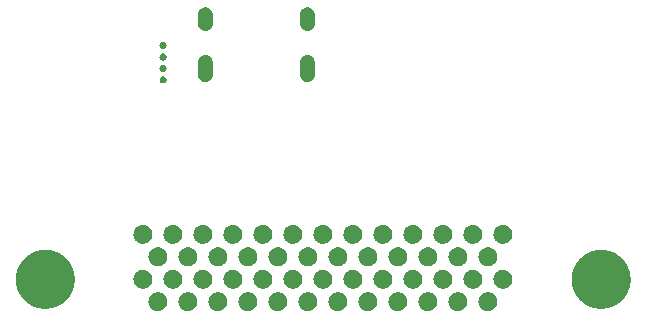
<source format=gbs>
%FSLAX46Y46*%
%MOMM*%
%LPD*%
G01*
%ADD10C,0.050000*%
D10*
%LPC*%
%LPC*%
G36*
X0055533382Y0034328643D02*
G01*
X0055594776Y0034327086D01*
X0055655821Y0034323990D01*
X0055716462Y0034319373D01*
X0055776679Y0034313255D01*
X0055836452Y0034305654D01*
X0055895763Y0034296588D01*
X0055954592Y0034286077D01*
X0056012921Y0034274139D01*
X0056070729Y0034260793D01*
X0056127999Y0034246058D01*
X0056184710Y0034229951D01*
X0056240844Y0034212493D01*
X0056296382Y0034193702D01*
X0056351304Y0034173596D01*
X0056405592Y0034152195D01*
X0056459227Y0034129516D01*
X0056512189Y0034105580D01*
X0056564461Y0034080403D01*
X0056616021Y0034054007D01*
X0056666853Y0034026408D01*
X0056716936Y0033997626D01*
X0056766253Y0033967679D01*
X0056814783Y0033936587D01*
X0056862508Y0033904368D01*
X0056909409Y0033871040D01*
X0056955468Y0033836622D01*
X0057000665Y0033801134D01*
X0057044981Y0033764593D01*
X0057088398Y0033727019D01*
X0057130896Y0033688429D01*
X0057172458Y0033648844D01*
X0057213063Y0033608280D01*
X0057252692Y0033566758D01*
X0057291328Y0033524296D01*
X0057328951Y0033480911D01*
X0057365542Y0033436624D01*
X0057401082Y0033391453D01*
X0057435553Y0033345416D01*
X0057468935Y0033298531D01*
X0057501209Y0033250819D01*
X0057532357Y0033202297D01*
X0057562359Y0033152983D01*
X0057591197Y0033102898D01*
X0057618851Y0033052059D01*
X0057645303Y0033000485D01*
X0057670533Y0032948195D01*
X0057694523Y0032895207D01*
X0057717254Y0032841541D01*
X0057738706Y0032787214D01*
X0057758861Y0032732247D01*
X0057777700Y0032676657D01*
X0057795203Y0032620463D01*
X0057811351Y0032563685D01*
X0057826127Y0032506340D01*
X0057839510Y0032448449D01*
X0057851482Y0032390029D01*
X0057862023Y0032331101D01*
X0057871116Y0032271681D01*
X0057878740Y0032211791D01*
X0057884877Y0032151448D01*
X0057889508Y0032090671D01*
X0057892614Y0032029480D01*
X0057894176Y0031967931D01*
X0057894307Y0031936980D01*
X0057894307Y0004127496D01*
X0057897835Y0004127496D01*
X0057897835Y0004092218D01*
X0030684164Y0004092218D01*
X0030684164Y0004127496D01*
X0057859029Y0004127496D01*
X0057859029Y0031936901D01*
X0057858900Y0031967410D01*
X0057857359Y0032028138D01*
X0057854299Y0032088436D01*
X0057849735Y0032148323D01*
X0057843688Y0032207778D01*
X0057836177Y0032266785D01*
X0057827219Y0032325326D01*
X0057816833Y0032383381D01*
X0057805039Y0032440935D01*
X0057791855Y0032497965D01*
X0057777299Y0032554457D01*
X0057761391Y0032610390D01*
X0057744148Y0032665749D01*
X0057725590Y0032720511D01*
X0057705734Y0032774662D01*
X0057684601Y0032828180D01*
X0057662208Y0032881051D01*
X0057638573Y0032933252D01*
X0057613717Y0032984768D01*
X0057587657Y0033035578D01*
X0057560411Y0033085666D01*
X0057531999Y0033135011D01*
X0057502439Y0033183597D01*
X0057471751Y0033231405D01*
X0057439951Y0033278415D01*
X0057407061Y0033324609D01*
X0057373097Y0033369970D01*
X0057338077Y0033414480D01*
X0057302023Y0033458117D01*
X0057264952Y0033500865D01*
X0057226882Y0033542705D01*
X0057187833Y0033583619D01*
X0057147822Y0033623589D01*
X0057106870Y0033662595D01*
X0057064995Y0033700618D01*
X0057022214Y0033737642D01*
X0056978547Y0033773648D01*
X0056934013Y0033808615D01*
X0056888631Y0033842528D01*
X0056842419Y0033875365D01*
X0056795395Y0033907112D01*
X0056747579Y0033937746D01*
X0056698990Y0033967251D01*
X0056649646Y0033995608D01*
X0056599564Y0034022800D01*
X0056548766Y0034048806D01*
X0056497269Y0034073609D01*
X0056445090Y0034097192D01*
X0056392252Y0034119533D01*
X0056338770Y0034140617D01*
X0056284663Y0034160424D01*
X0056229949Y0034178937D01*
X0056174652Y0034196135D01*
X0056118783Y0034212002D01*
X0056062364Y0034226519D01*
X0056005415Y0034239666D01*
X0055947951Y0034251427D01*
X0055889995Y0034261782D01*
X0055831560Y0034270714D01*
X0055772671Y0034278203D01*
X0055713339Y0034284231D01*
X0055653589Y0034288780D01*
X0055593435Y0034291831D01*
X0055532862Y0034293367D01*
X0055502435Y0034293496D01*
X0030684164Y0034293496D01*
X0030684164Y0034328774D01*
X0055502513Y0034328774D01*
G37*
G36*
X0030684164Y0034293496D02*
G01*
X0005866730Y0034293496D01*
X0005836222Y0034293367D01*
X0005775493Y0034291826D01*
X0005715196Y0034288765D01*
X0005655309Y0034284202D01*
X0005595853Y0034278155D01*
X0005536847Y0034270643D01*
X0005478306Y0034261685D01*
X0005420251Y0034251300D01*
X0005362697Y0034239505D01*
X0005305667Y0034226321D01*
X0005249174Y0034211765D01*
X0005193242Y0034195857D01*
X0005137882Y0034178614D01*
X0005083121Y0034160056D01*
X0005028969Y0034140201D01*
X0004975451Y0034119067D01*
X0004922581Y0034096674D01*
X0004870379Y0034073040D01*
X0004818864Y0034048183D01*
X0004768053Y0034022123D01*
X0004717966Y0033994877D01*
X0004668620Y0033966466D01*
X0004620034Y0033936906D01*
X0004572227Y0033906217D01*
X0004525216Y0033874418D01*
X0004479022Y0033841527D01*
X0004433661Y0033807563D01*
X0004389152Y0033772544D01*
X0004345514Y0033736490D01*
X0004302767Y0033699419D01*
X0004260926Y0033661349D01*
X0004220012Y0033622299D01*
X0004180042Y0033582289D01*
X0004141037Y0033541336D01*
X0004103013Y0033499461D01*
X0004065989Y0033456680D01*
X0004029984Y0033413013D01*
X0003995016Y0033368480D01*
X0003961104Y0033323097D01*
X0003928266Y0033276886D01*
X0003896520Y0033229861D01*
X0003865885Y0033182045D01*
X0003836380Y0033133457D01*
X0003808023Y0033084112D01*
X0003780831Y0033034030D01*
X0003754825Y0032983232D01*
X0003730022Y0032931736D01*
X0003706440Y0032879557D01*
X0003684098Y0032826719D01*
X0003663014Y0032773236D01*
X0003643207Y0032719130D01*
X0003624694Y0032664416D01*
X0003607497Y0032609119D01*
X0003591629Y0032553249D01*
X0003577113Y0032496831D01*
X0003563965Y0032439882D01*
X0003552204Y0032382417D01*
X0003541849Y0032324462D01*
X0003532917Y0032266026D01*
X0003525428Y0032207137D01*
X0003519400Y0032147806D01*
X0003514851Y0032088055D01*
X0003511800Y0032027901D01*
X0003510264Y0031967328D01*
X0003510136Y0031936901D01*
X0003510136Y0004127496D01*
X0030684164Y0004127496D01*
X0030684164Y0004092218D01*
X0003474858Y0004092218D01*
X0003474858Y0031936980D01*
X0003474988Y0031967849D01*
X0003476545Y0032029242D01*
X0003479641Y0032090288D01*
X0003484258Y0032150929D01*
X0003490376Y0032211145D01*
X0003497978Y0032270919D01*
X0003507043Y0032330229D01*
X0003517554Y0032389059D01*
X0003529492Y0032447387D01*
X0003542838Y0032505196D01*
X0003557574Y0032562465D01*
X0003573680Y0032619176D01*
X0003591138Y0032675310D01*
X0003609930Y0032730848D01*
X0003630035Y0032785771D01*
X0003651437Y0032840059D01*
X0003674115Y0032893694D01*
X0003698052Y0032946656D01*
X0003723228Y0032998927D01*
X0003749625Y0033050488D01*
X0003777223Y0033101319D01*
X0003806005Y0033151403D01*
X0003835952Y0033200719D01*
X0003867044Y0033249249D01*
X0003899264Y0033296974D01*
X0003932592Y0033343876D01*
X0003967009Y0033389934D01*
X0004002498Y0033435131D01*
X0004039038Y0033479448D01*
X0004076613Y0033522864D01*
X0004115202Y0033565363D01*
X0004154788Y0033606924D01*
X0004195351Y0033647529D01*
X0004236873Y0033687159D01*
X0004279336Y0033725795D01*
X0004322720Y0033763417D01*
X0004367007Y0033800008D01*
X0004412179Y0033835549D01*
X0004458216Y0033870019D01*
X0004505100Y0033903401D01*
X0004552813Y0033935675D01*
X0004601335Y0033966823D01*
X0004650648Y0033996825D01*
X0004700733Y0034025663D01*
X0004751572Y0034053317D01*
X0004803146Y0034079769D01*
X0004855437Y0034105000D01*
X0004908424Y0034128990D01*
X0004962091Y0034151720D01*
X0005016417Y0034173173D01*
X0005071385Y0034193327D01*
X0005126975Y0034212166D01*
X0005183168Y0034229669D01*
X0005239947Y0034245818D01*
X0005297291Y0034260593D01*
X0005355182Y0034273976D01*
X0005413602Y0034285948D01*
X0005472531Y0034296490D01*
X0005531950Y0034305582D01*
X0005591841Y0034313206D01*
X0005652184Y0034319343D01*
X0005712960Y0034323975D01*
X0005774151Y0034327081D01*
X0005835701Y0034328643D01*
X0005866652Y0034328774D01*
X0030684164Y0034328774D01*
G37*
%LPD*%
G36*
X0029382834Y0028705501D02*
G01*
X0029399007Y0028705365D01*
X0029431006Y0028703752D01*
X0029462554Y0028700565D01*
X0029493613Y0028695843D01*
X0029524144Y0028689626D01*
X0029554107Y0028681954D01*
X0029583464Y0028672865D01*
X0029612177Y0028662400D01*
X0029640206Y0028650597D01*
X0029667513Y0028637496D01*
X0029694059Y0028623137D01*
X0029719806Y0028607558D01*
X0029744714Y0028590799D01*
X0029768745Y0028572900D01*
X0029791860Y0028553900D01*
X0029814020Y0028533838D01*
X0029835186Y0028512754D01*
X0029855321Y0028490687D01*
X0029874384Y0028467677D01*
X0029892338Y0028443763D01*
X0029909143Y0028418984D01*
X0029924761Y0028393380D01*
X0029939153Y0028366990D01*
X0029952280Y0028339854D01*
X0029964103Y0028312011D01*
X0029974585Y0028283500D01*
X0029983685Y0028254361D01*
X0029991365Y0028224633D01*
X0029997587Y0028194356D01*
X0030002312Y0028163569D01*
X0030005500Y0028132311D01*
X0030007114Y0028100622D01*
X0030007250Y0028084613D01*
X0030006809Y0027931595D01*
X0030003998Y0027314455D01*
X0030001517Y0026999932D01*
X0030000194Y0026955725D01*
X0029995481Y0026927751D01*
X0029982035Y0026873297D01*
X0029963969Y0026820845D01*
X0029941511Y0026770629D01*
X0029914887Y0026722880D01*
X0029884325Y0026677831D01*
X0029850054Y0026635715D01*
X0029812299Y0026596763D01*
X0029771289Y0026561210D01*
X0029727250Y0026529287D01*
X0029680410Y0026501227D01*
X0029630997Y0026477262D01*
X0029579238Y0026457625D01*
X0029525361Y0026442548D01*
X0029469591Y0026432265D01*
X0029426613Y0026428000D01*
X0029397524Y0026426671D01*
X0029382834Y0026426559D01*
X0029368144Y0026426672D01*
X0029339054Y0026428022D01*
X0029296079Y0026432352D01*
X0029240320Y0026442790D01*
X0029186465Y0026458092D01*
X0029134747Y0026478018D01*
X0029085399Y0026502332D01*
X0029038653Y0026530795D01*
X0028994741Y0026563170D01*
X0028953896Y0026599220D01*
X0028916350Y0026638706D01*
X0028882337Y0026681390D01*
X0028852088Y0026727036D01*
X0028825836Y0026775405D01*
X0028803814Y0026826260D01*
X0028786255Y0026879363D01*
X0028773390Y0026934476D01*
X0028769001Y0026962780D01*
X0028767678Y0027005775D01*
X0028765198Y0027318810D01*
X0028762386Y0027935123D01*
X0028761945Y0028088140D01*
X0028762081Y0028104150D01*
X0028763695Y0028135838D01*
X0028766882Y0028167095D01*
X0028771603Y0028197879D01*
X0028777820Y0028228151D01*
X0028785492Y0028257871D01*
X0028794581Y0028286998D01*
X0028805047Y0028315493D01*
X0028816849Y0028343316D01*
X0028829950Y0028370426D01*
X0028844310Y0028396783D01*
X0028859889Y0028422348D01*
X0028876647Y0028447081D01*
X0028894546Y0028470940D01*
X0028913547Y0028493887D01*
X0028933608Y0028515881D01*
X0028954692Y0028536883D01*
X0028976759Y0028556851D01*
X0028999769Y0028575747D01*
X0029023683Y0028593529D01*
X0029048462Y0028610158D01*
X0029074066Y0028625595D01*
X0029100456Y0028639798D01*
X0029127592Y0028652728D01*
X0029155436Y0028664345D01*
X0029183946Y0028674609D01*
X0029213085Y0028683479D01*
X0029242813Y0028690916D01*
X0029273091Y0028696879D01*
X0029303878Y0028701329D01*
X0029335135Y0028704226D01*
X0029366824Y0028705529D01*
G37*
%LPD*%
G36*
X0029382834Y0032734219D02*
G01*
X0029399007Y0032734083D01*
X0029431006Y0032732470D01*
X0029462554Y0032729283D01*
X0029493613Y0032724561D01*
X0029524144Y0032718345D01*
X0029554107Y0032710672D01*
X0029583464Y0032701584D01*
X0029612177Y0032691118D01*
X0029640206Y0032679315D01*
X0029667513Y0032666215D01*
X0029694059Y0032651855D01*
X0029719806Y0032636276D01*
X0029744714Y0032619517D01*
X0029768745Y0032601618D01*
X0029791860Y0032582618D01*
X0029814020Y0032562557D01*
X0029835186Y0032541473D01*
X0029855321Y0032519406D01*
X0029874384Y0032496396D01*
X0029892338Y0032472481D01*
X0029909143Y0032447703D01*
X0029924761Y0032422099D01*
X0029939153Y0032395709D01*
X0029952280Y0032368572D01*
X0029964103Y0032340729D01*
X0029974585Y0032312218D01*
X0029983685Y0032283079D01*
X0029991365Y0032253352D01*
X0029997587Y0032223074D01*
X0030002312Y0032192287D01*
X0030005500Y0032161029D01*
X0030007114Y0032129341D01*
X0030007250Y0032113331D01*
X0030006809Y0031996915D01*
X0030003998Y0031544478D01*
X0030001517Y0031312306D01*
X0030000194Y0031277249D01*
X0029995481Y0031249274D01*
X0029982035Y0031194820D01*
X0029963969Y0031142369D01*
X0029941511Y0031092152D01*
X0029914887Y0031044403D01*
X0029884325Y0030999355D01*
X0029850054Y0030957238D01*
X0029812299Y0030918287D01*
X0029771289Y0030882734D01*
X0029727250Y0030850811D01*
X0029680410Y0030822751D01*
X0029630997Y0030798786D01*
X0029579238Y0030779149D01*
X0029525361Y0030764072D01*
X0029469591Y0030753788D01*
X0029426613Y0030749523D01*
X0029397524Y0030748194D01*
X0029382834Y0030748082D01*
X0029368144Y0030748196D01*
X0029339054Y0030749546D01*
X0029296079Y0030753875D01*
X0029240320Y0030764314D01*
X0029186465Y0030779615D01*
X0029134747Y0030799542D01*
X0029085399Y0030823856D01*
X0029038653Y0030852319D01*
X0028994741Y0030884694D01*
X0028953896Y0030920744D01*
X0028916350Y0030960229D01*
X0028882337Y0031002914D01*
X0028852088Y0031048560D01*
X0028825836Y0031096929D01*
X0028803814Y0031147784D01*
X0028786255Y0031200886D01*
X0028773390Y0031255999D01*
X0028769001Y0031284304D01*
X0028767678Y0031318039D01*
X0028765198Y0031547730D01*
X0028762386Y0031997356D01*
X0028761945Y0032113331D01*
X0028762081Y0032129504D01*
X0028763695Y0032161503D01*
X0028766882Y0032193050D01*
X0028771603Y0032224106D01*
X0028777820Y0032254631D01*
X0028785492Y0032284587D01*
X0028794581Y0032313932D01*
X0028805047Y0032342629D01*
X0028816849Y0032370638D01*
X0028829950Y0032397919D01*
X0028844310Y0032424433D01*
X0028859889Y0032450140D01*
X0028876647Y0032475001D01*
X0028894546Y0032498978D01*
X0028913547Y0032522029D01*
X0028933608Y0032544117D01*
X0028954692Y0032565201D01*
X0028976759Y0032585242D01*
X0028999769Y0032604201D01*
X0029023683Y0032622038D01*
X0029048462Y0032638714D01*
X0029074066Y0032654189D01*
X0029100456Y0032668425D01*
X0029127592Y0032681381D01*
X0029155436Y0032693018D01*
X0029183946Y0032703298D01*
X0029213085Y0032712180D01*
X0029242813Y0032719625D01*
X0029273091Y0032725593D01*
X0029303878Y0032730046D01*
X0029335135Y0032732944D01*
X0029366824Y0032734247D01*
G37*
%LPD*%
G36*
X0020739786Y0028705501D02*
G01*
X0020755959Y0028705365D01*
X0020787959Y0028703752D01*
X0020819507Y0028700565D01*
X0020850566Y0028695843D01*
X0020881096Y0028689626D01*
X0020911059Y0028681954D01*
X0020940417Y0028672865D01*
X0020969129Y0028662400D01*
X0020997159Y0028650597D01*
X0021024466Y0028637496D01*
X0021051012Y0028623137D01*
X0021076758Y0028607558D01*
X0021101666Y0028590799D01*
X0021125697Y0028572900D01*
X0021148812Y0028553900D01*
X0021170972Y0028533838D01*
X0021192139Y0028512754D01*
X0021212273Y0028490687D01*
X0021231337Y0028467677D01*
X0021249290Y0028443763D01*
X0021266096Y0028418984D01*
X0021281713Y0028393380D01*
X0021296105Y0028366990D01*
X0021309232Y0028339854D01*
X0021321056Y0028312011D01*
X0021331537Y0028283500D01*
X0021340637Y0028254361D01*
X0021348318Y0028224633D01*
X0021354540Y0028194356D01*
X0021359264Y0028163569D01*
X0021362453Y0028132311D01*
X0021364066Y0028100622D01*
X0021364202Y0028084613D01*
X0021363761Y0027931595D01*
X0021360950Y0027314455D01*
X0021358470Y0026999932D01*
X0021357147Y0026955725D01*
X0021352434Y0026927751D01*
X0021338988Y0026873297D01*
X0021320922Y0026820845D01*
X0021298463Y0026770629D01*
X0021271839Y0026722880D01*
X0021241278Y0026677831D01*
X0021207006Y0026635715D01*
X0021169251Y0026596763D01*
X0021128241Y0026561210D01*
X0021084202Y0026529287D01*
X0021037363Y0026501227D01*
X0020987950Y0026477262D01*
X0020936191Y0026457625D01*
X0020882313Y0026442548D01*
X0020826544Y0026432265D01*
X0020783566Y0026428000D01*
X0020754476Y0026426671D01*
X0020739786Y0026426559D01*
X0020725096Y0026426672D01*
X0020696007Y0026428022D01*
X0020653031Y0026432352D01*
X0020597272Y0026442790D01*
X0020543418Y0026458092D01*
X0020491700Y0026478018D01*
X0020442352Y0026502332D01*
X0020395605Y0026530795D01*
X0020351693Y0026563170D01*
X0020310848Y0026599220D01*
X0020273303Y0026638706D01*
X0020239289Y0026681390D01*
X0020209040Y0026727036D01*
X0020182789Y0026775405D01*
X0020160767Y0026826260D01*
X0020143207Y0026879363D01*
X0020130343Y0026934476D01*
X0020125953Y0026962780D01*
X0020124631Y0027005775D01*
X0020122150Y0027318810D01*
X0020119339Y0027935123D01*
X0020118898Y0028088140D01*
X0020119034Y0028104150D01*
X0020120647Y0028135838D01*
X0020123834Y0028167095D01*
X0020128556Y0028197879D01*
X0020134773Y0028228151D01*
X0020142445Y0028257871D01*
X0020151534Y0028286998D01*
X0020161999Y0028315493D01*
X0020173802Y0028343316D01*
X0020186903Y0028370426D01*
X0020201262Y0028396783D01*
X0020216841Y0028422348D01*
X0020233600Y0028447081D01*
X0020251499Y0028470940D01*
X0020270499Y0028493887D01*
X0020290561Y0028515881D01*
X0020311645Y0028536883D01*
X0020333712Y0028556851D01*
X0020356722Y0028575747D01*
X0020380636Y0028593529D01*
X0020405415Y0028610158D01*
X0020431019Y0028625595D01*
X0020457409Y0028639798D01*
X0020484545Y0028652728D01*
X0020512388Y0028664345D01*
X0020540899Y0028674609D01*
X0020570038Y0028683479D01*
X0020599766Y0028690916D01*
X0020630043Y0028696879D01*
X0020660830Y0028701329D01*
X0020692088Y0028704226D01*
X0020723777Y0028705529D01*
G37*
%LPD*%
G36*
X0020739786Y0032734219D02*
G01*
X0020755959Y0032734083D01*
X0020787959Y0032732470D01*
X0020819507Y0032729283D01*
X0020850566Y0032724561D01*
X0020881096Y0032718345D01*
X0020911059Y0032710672D01*
X0020940417Y0032701584D01*
X0020969129Y0032691118D01*
X0020997159Y0032679315D01*
X0021024466Y0032666215D01*
X0021051012Y0032651855D01*
X0021076758Y0032636276D01*
X0021101666Y0032619517D01*
X0021125697Y0032601618D01*
X0021148812Y0032582618D01*
X0021170972Y0032562557D01*
X0021192139Y0032541473D01*
X0021212273Y0032519406D01*
X0021231337Y0032496396D01*
X0021249290Y0032472481D01*
X0021266096Y0032447703D01*
X0021281713Y0032422099D01*
X0021296105Y0032395709D01*
X0021309232Y0032368572D01*
X0021321056Y0032340729D01*
X0021331537Y0032312218D01*
X0021340637Y0032283079D01*
X0021348318Y0032253352D01*
X0021354540Y0032223074D01*
X0021359264Y0032192287D01*
X0021362453Y0032161029D01*
X0021364066Y0032129341D01*
X0021364202Y0032113331D01*
X0021363761Y0031996915D01*
X0021360950Y0031544478D01*
X0021358470Y0031312306D01*
X0021357147Y0031277249D01*
X0021352434Y0031249274D01*
X0021338988Y0031194820D01*
X0021320922Y0031142369D01*
X0021298463Y0031092152D01*
X0021271839Y0031044403D01*
X0021241278Y0030999355D01*
X0021207006Y0030957238D01*
X0021169251Y0030918287D01*
X0021128241Y0030882734D01*
X0021084202Y0030850811D01*
X0021037363Y0030822751D01*
X0020987950Y0030798786D01*
X0020936191Y0030779149D01*
X0020882313Y0030764072D01*
X0020826544Y0030753788D01*
X0020783566Y0030749523D01*
X0020754476Y0030748194D01*
X0020739786Y0030748082D01*
X0020725096Y0030748196D01*
X0020696007Y0030749546D01*
X0020653031Y0030753875D01*
X0020597272Y0030764314D01*
X0020543418Y0030779615D01*
X0020491700Y0030799542D01*
X0020442352Y0030823856D01*
X0020395605Y0030852319D01*
X0020351693Y0030884694D01*
X0020310848Y0030920744D01*
X0020273303Y0030960229D01*
X0020239289Y0031002914D01*
X0020209040Y0031048560D01*
X0020182789Y0031096929D01*
X0020160767Y0031147784D01*
X0020143207Y0031200886D01*
X0020130343Y0031255999D01*
X0020125953Y0031284304D01*
X0020124631Y0031318039D01*
X0020122150Y0031547730D01*
X0020119339Y0031997356D01*
X0020118898Y0032113331D01*
X0020119034Y0032129504D01*
X0020120647Y0032161503D01*
X0020123834Y0032193050D01*
X0020128556Y0032224106D01*
X0020134773Y0032254631D01*
X0020142445Y0032284587D01*
X0020151534Y0032313932D01*
X0020161999Y0032342629D01*
X0020173802Y0032370638D01*
X0020186903Y0032397919D01*
X0020201262Y0032424433D01*
X0020216841Y0032450140D01*
X0020233600Y0032475001D01*
X0020251499Y0032498978D01*
X0020270499Y0032522029D01*
X0020290561Y0032544117D01*
X0020311645Y0032565201D01*
X0020333712Y0032585242D01*
X0020356722Y0032604201D01*
X0020380636Y0032622038D01*
X0020405415Y0032638714D01*
X0020431019Y0032654189D01*
X0020457409Y0032668425D01*
X0020484545Y0032681381D01*
X0020512388Y0032693018D01*
X0020540899Y0032703298D01*
X0020570038Y0032712180D01*
X0020599766Y0032719625D01*
X0020630043Y0032725593D01*
X0020660830Y0032730046D01*
X0020692088Y0032732944D01*
X0020723777Y0032734247D01*
G37*
%LPD*%
G36*
X0017174560Y0027862101D02*
G01*
X0017204801Y0027859030D01*
X0017234081Y0027853038D01*
X0017262250Y0027844277D01*
X0017289156Y0027832896D01*
X0017314649Y0027819048D01*
X0017338578Y0027802881D01*
X0017360792Y0027784548D01*
X0017381142Y0027764199D01*
X0017399474Y0027741985D01*
X0017415641Y0027718056D01*
X0017429489Y0027692563D01*
X0017440870Y0027665657D01*
X0017449631Y0027637488D01*
X0017455623Y0027608208D01*
X0017458694Y0027577967D01*
X0017458956Y0027562502D01*
X0017458694Y0027547038D01*
X0017455623Y0027516796D01*
X0017449631Y0027487516D01*
X0017440870Y0027459347D01*
X0017429489Y0027432441D01*
X0017415641Y0027406948D01*
X0017399474Y0027383019D01*
X0017381142Y0027360805D01*
X0017360792Y0027340456D01*
X0017338578Y0027322123D01*
X0017314649Y0027305957D01*
X0017289156Y0027292108D01*
X0017262250Y0027280728D01*
X0017234081Y0027271966D01*
X0017204801Y0027265975D01*
X0017174560Y0027262903D01*
X0017159095Y0027262641D01*
X0017143631Y0027262903D01*
X0017113389Y0027265975D01*
X0017084109Y0027271966D01*
X0017055940Y0027280728D01*
X0017029034Y0027292108D01*
X0017003541Y0027305957D01*
X0016979612Y0027322123D01*
X0016957398Y0027340456D01*
X0016937049Y0027360805D01*
X0016918716Y0027383019D01*
X0016902550Y0027406948D01*
X0016888701Y0027432441D01*
X0016877321Y0027459347D01*
X0016868559Y0027487516D01*
X0016862568Y0027516796D01*
X0016859496Y0027547038D01*
X0016859234Y0027562502D01*
X0016859496Y0027577967D01*
X0016862568Y0027608208D01*
X0016868559Y0027637488D01*
X0016877321Y0027665657D01*
X0016888701Y0027692563D01*
X0016902550Y0027718056D01*
X0016918716Y0027741985D01*
X0016937049Y0027764199D01*
X0016957398Y0027784548D01*
X0016979612Y0027802881D01*
X0017003541Y0027819048D01*
X0017029034Y0027832896D01*
X0017055940Y0027844277D01*
X0017084109Y0027853038D01*
X0017113389Y0027859030D01*
X0017143631Y0027862101D01*
X0017159095Y0027862363D01*
G37*
%LPD*%
G36*
X0017174560Y0028835766D02*
G01*
X0017204801Y0028832695D01*
X0017234081Y0028826704D01*
X0017262250Y0028817942D01*
X0017289156Y0028806562D01*
X0017314649Y0028792713D01*
X0017338578Y0028776547D01*
X0017360792Y0028758214D01*
X0017381142Y0028737865D01*
X0017399474Y0028715651D01*
X0017415641Y0028691722D01*
X0017429489Y0028666229D01*
X0017440870Y0028639323D01*
X0017449631Y0028611154D01*
X0017455623Y0028581874D01*
X0017458694Y0028551632D01*
X0017458956Y0028536168D01*
X0017458694Y0028520703D01*
X0017455623Y0028490462D01*
X0017449631Y0028461182D01*
X0017440870Y0028433013D01*
X0017429489Y0028406107D01*
X0017415641Y0028380614D01*
X0017399474Y0028356685D01*
X0017381142Y0028334470D01*
X0017360792Y0028314121D01*
X0017338578Y0028295788D01*
X0017314649Y0028279622D01*
X0017289156Y0028265774D01*
X0017262250Y0028254393D01*
X0017234081Y0028245632D01*
X0017204801Y0028239640D01*
X0017174560Y0028236569D01*
X0017159095Y0028236307D01*
X0017143631Y0028236569D01*
X0017113389Y0028239640D01*
X0017084109Y0028245632D01*
X0017055940Y0028254393D01*
X0017029034Y0028265774D01*
X0017003541Y0028279622D01*
X0016979612Y0028295788D01*
X0016957398Y0028314121D01*
X0016937049Y0028334470D01*
X0016918716Y0028356685D01*
X0016902550Y0028380614D01*
X0016888701Y0028406107D01*
X0016877321Y0028433013D01*
X0016868559Y0028461182D01*
X0016862568Y0028490462D01*
X0016859496Y0028520703D01*
X0016859234Y0028536168D01*
X0016859496Y0028551632D01*
X0016862568Y0028581874D01*
X0016868559Y0028611154D01*
X0016877321Y0028639323D01*
X0016888701Y0028666229D01*
X0016902550Y0028691722D01*
X0016918716Y0028715651D01*
X0016937049Y0028737865D01*
X0016957398Y0028758214D01*
X0016979612Y0028776547D01*
X0017003541Y0028792713D01*
X0017029034Y0028806562D01*
X0017055940Y0028817942D01*
X0017084109Y0028826704D01*
X0017113389Y0028832695D01*
X0017143631Y0028835766D01*
X0017159095Y0028836029D01*
G37*
%LPD*%
G36*
X0017174560Y0026891963D02*
G01*
X0017204801Y0026888892D01*
X0017234081Y0026882900D01*
X0017262250Y0026874139D01*
X0017289156Y0026862758D01*
X0017314649Y0026848910D01*
X0017338578Y0026832743D01*
X0017360792Y0026814411D01*
X0017381142Y0026794061D01*
X0017399474Y0026771847D01*
X0017415641Y0026747918D01*
X0017429489Y0026722425D01*
X0017440870Y0026695519D01*
X0017449631Y0026667350D01*
X0017455623Y0026638070D01*
X0017458694Y0026607829D01*
X0017458956Y0026592364D01*
X0017458694Y0026576900D01*
X0017455623Y0026546658D01*
X0017449631Y0026517378D01*
X0017440870Y0026489209D01*
X0017429489Y0026462303D01*
X0017415641Y0026436810D01*
X0017399474Y0026412881D01*
X0017381142Y0026390667D01*
X0017360792Y0026370318D01*
X0017338578Y0026351985D01*
X0017314649Y0026335819D01*
X0017289156Y0026321970D01*
X0017262250Y0026310590D01*
X0017234081Y0026301828D01*
X0017204801Y0026295837D01*
X0017174560Y0026292765D01*
X0017159095Y0026292503D01*
X0017143631Y0026292765D01*
X0017113389Y0026295837D01*
X0017084109Y0026301828D01*
X0017055940Y0026310590D01*
X0017029034Y0026321970D01*
X0017003541Y0026335819D01*
X0016979612Y0026351985D01*
X0016957398Y0026370318D01*
X0016937049Y0026390667D01*
X0016918716Y0026412881D01*
X0016902550Y0026436810D01*
X0016888701Y0026462303D01*
X0016877321Y0026489209D01*
X0016868559Y0026517378D01*
X0016862568Y0026546658D01*
X0016859496Y0026576900D01*
X0016859234Y0026592364D01*
X0016859496Y0026607829D01*
X0016862568Y0026638070D01*
X0016868559Y0026667350D01*
X0016877321Y0026695519D01*
X0016888701Y0026722425D01*
X0016902550Y0026747918D01*
X0016918716Y0026771847D01*
X0016937049Y0026794061D01*
X0016957398Y0026814411D01*
X0016979612Y0026832743D01*
X0017003541Y0026848910D01*
X0017029034Y0026862758D01*
X0017055940Y0026874139D01*
X0017084109Y0026882900D01*
X0017113389Y0026888892D01*
X0017143631Y0026891963D01*
X0017159095Y0026892225D01*
G37*
%LPD*%
G36*
X0017174560Y0029805904D02*
G01*
X0017204801Y0029802833D01*
X0017234081Y0029796842D01*
X0017262250Y0029788080D01*
X0017289156Y0029776700D01*
X0017314649Y0029762851D01*
X0017338578Y0029746685D01*
X0017360792Y0029728352D01*
X0017381142Y0029708003D01*
X0017399474Y0029685789D01*
X0017415641Y0029661860D01*
X0017429489Y0029636367D01*
X0017440870Y0029609461D01*
X0017449631Y0029581292D01*
X0017455623Y0029552012D01*
X0017458694Y0029521770D01*
X0017458956Y0029506306D01*
X0017458694Y0029490841D01*
X0017455623Y0029460600D01*
X0017449631Y0029431320D01*
X0017440870Y0029403151D01*
X0017429489Y0029376245D01*
X0017415641Y0029350752D01*
X0017399474Y0029326823D01*
X0017381142Y0029304608D01*
X0017360792Y0029284259D01*
X0017338578Y0029265926D01*
X0017314649Y0029249760D01*
X0017289156Y0029235912D01*
X0017262250Y0029224531D01*
X0017234081Y0029215770D01*
X0017204801Y0029209778D01*
X0017174560Y0029206707D01*
X0017159095Y0029206445D01*
X0017143631Y0029206707D01*
X0017113389Y0029209778D01*
X0017084109Y0029215770D01*
X0017055940Y0029224531D01*
X0017029034Y0029235912D01*
X0017003541Y0029249760D01*
X0016979612Y0029265926D01*
X0016957398Y0029284259D01*
X0016937049Y0029304608D01*
X0016918716Y0029326823D01*
X0016902550Y0029350752D01*
X0016888701Y0029376245D01*
X0016877321Y0029403151D01*
X0016868559Y0029431320D01*
X0016862568Y0029460600D01*
X0016859496Y0029490841D01*
X0016859234Y0029506306D01*
X0016859496Y0029521770D01*
X0016862568Y0029552012D01*
X0016868559Y0029581292D01*
X0016877321Y0029609461D01*
X0016888701Y0029636367D01*
X0016902550Y0029661860D01*
X0016918716Y0029685789D01*
X0016937049Y0029708003D01*
X0016957398Y0029728352D01*
X0016979612Y0029746685D01*
X0017003541Y0029762851D01*
X0017029034Y0029776700D01*
X0017055940Y0029788080D01*
X0017084109Y0029796842D01*
X0017113389Y0029802833D01*
X0017143631Y0029805904D01*
X0017159095Y0029806167D01*
G37*
%LPD*%
G36*
X0015475871Y0014319062D02*
G01*
X0015516818Y0014316986D01*
X0015557199Y0014312885D01*
X0015596964Y0014306809D01*
X0015636061Y0014298809D01*
X0015674442Y0014288934D01*
X0015712056Y0014277235D01*
X0015748851Y0014263762D01*
X0015784779Y0014248566D01*
X0015819788Y0014231697D01*
X0015853829Y0014213205D01*
X0015886850Y0014193140D01*
X0015918803Y0014171554D01*
X0015949635Y0014148495D01*
X0015979298Y0014124015D01*
X0016007741Y0014098164D01*
X0016034913Y0014070992D01*
X0016060764Y0014042550D01*
X0016085244Y0014012887D01*
X0016108302Y0013982054D01*
X0016129888Y0013950102D01*
X0016149953Y0013917080D01*
X0016168445Y0013883040D01*
X0016185314Y0013848031D01*
X0016200510Y0013812103D01*
X0016213983Y0013775307D01*
X0016225682Y0013737694D01*
X0016235557Y0013699313D01*
X0016243557Y0013660215D01*
X0016249633Y0013620451D01*
X0016253734Y0013580070D01*
X0016255810Y0013539122D01*
X0016255985Y0013518432D01*
X0016255810Y0013497741D01*
X0016253734Y0013456794D01*
X0016249633Y0013416413D01*
X0016243557Y0013376648D01*
X0016235557Y0013337550D01*
X0016225682Y0013299170D01*
X0016213983Y0013261556D01*
X0016200510Y0013224761D01*
X0016185314Y0013188833D01*
X0016168445Y0013153824D01*
X0016149953Y0013119783D01*
X0016129888Y0013086762D01*
X0016108302Y0013054809D01*
X0016085244Y0013023977D01*
X0016060764Y0012994314D01*
X0016034913Y0012965871D01*
X0016007741Y0012938699D01*
X0015979298Y0012912848D01*
X0015949635Y0012888368D01*
X0015918803Y0012865310D01*
X0015886850Y0012843723D01*
X0015853829Y0012823659D01*
X0015819788Y0012805167D01*
X0015784779Y0012788298D01*
X0015748851Y0012773102D01*
X0015712056Y0012759629D01*
X0015674442Y0012747930D01*
X0015636061Y0012738055D01*
X0015596964Y0012730055D01*
X0015557199Y0012723979D01*
X0015516818Y0012719878D01*
X0015475871Y0012717802D01*
X0015455180Y0012717627D01*
X0015434489Y0012717802D01*
X0015393542Y0012719878D01*
X0015353161Y0012723979D01*
X0015313397Y0012730055D01*
X0015274299Y0012738055D01*
X0015235918Y0012747930D01*
X0015198305Y0012759629D01*
X0015161509Y0012773102D01*
X0015125581Y0012788298D01*
X0015090572Y0012805167D01*
X0015056531Y0012823659D01*
X0015023510Y0012843723D01*
X0014991558Y0012865310D01*
X0014960725Y0012888368D01*
X0014931062Y0012912848D01*
X0014902619Y0012938699D01*
X0014875448Y0012965871D01*
X0014849596Y0012994314D01*
X0014825117Y0013023977D01*
X0014802058Y0013054809D01*
X0014780472Y0013086762D01*
X0014760407Y0013119783D01*
X0014741915Y0013153824D01*
X0014725046Y0013188833D01*
X0014709850Y0013224761D01*
X0014696377Y0013261556D01*
X0014684678Y0013299170D01*
X0014674803Y0013337550D01*
X0014666803Y0013376648D01*
X0014660727Y0013416413D01*
X0014656626Y0013456794D01*
X0014654550Y0013497741D01*
X0014654375Y0013518432D01*
X0014654550Y0013539122D01*
X0014656626Y0013580070D01*
X0014660727Y0013620451D01*
X0014666803Y0013660215D01*
X0014674803Y0013699313D01*
X0014684678Y0013737694D01*
X0014696377Y0013775307D01*
X0014709850Y0013812103D01*
X0014725046Y0013848031D01*
X0014741915Y0013883040D01*
X0014760407Y0013917080D01*
X0014780472Y0013950102D01*
X0014802058Y0013982054D01*
X0014825117Y0014012887D01*
X0014849596Y0014042550D01*
X0014875448Y0014070992D01*
X0014902619Y0014098164D01*
X0014931062Y0014124015D01*
X0014960725Y0014148495D01*
X0014991558Y0014171554D01*
X0015023510Y0014193140D01*
X0015056531Y0014213205D01*
X0015090572Y0014231697D01*
X0015125581Y0014248566D01*
X0015161509Y0014263762D01*
X0015198305Y0014277235D01*
X0015235918Y0014288934D01*
X0015274299Y0014298809D01*
X0015313397Y0014306809D01*
X0015353161Y0014312885D01*
X0015393542Y0014316986D01*
X0015434489Y0014319062D01*
X0015455180Y0014319237D01*
G37*
%LPD*%
G36*
X0016745869Y0012421119D02*
G01*
X0016786817Y0012419043D01*
X0016827198Y0012414942D01*
X0016866962Y0012408866D01*
X0016906060Y0012400866D01*
X0016944441Y0012390991D01*
X0016982054Y0012379292D01*
X0017018850Y0012365819D01*
X0017054778Y0012350623D01*
X0017089787Y0012333754D01*
X0017123827Y0012315262D01*
X0017156849Y0012295198D01*
X0017188801Y0012273611D01*
X0017219634Y0012250553D01*
X0017249297Y0012226073D01*
X0017277739Y0012200222D01*
X0017304911Y0012173050D01*
X0017330762Y0012144607D01*
X0017355242Y0012114944D01*
X0017378301Y0012084112D01*
X0017399887Y0012052159D01*
X0017419952Y0012019138D01*
X0017438444Y0011985097D01*
X0017455313Y0011950088D01*
X0017470509Y0011914160D01*
X0017483982Y0011877365D01*
X0017495681Y0011839751D01*
X0017505556Y0011801371D01*
X0017513556Y0011762273D01*
X0017519632Y0011722508D01*
X0017523733Y0011682127D01*
X0017525809Y0011641180D01*
X0017525984Y0011620489D01*
X0017525809Y0011599799D01*
X0017523733Y0011558851D01*
X0017519632Y0011518470D01*
X0017513556Y0011478706D01*
X0017505556Y0011439608D01*
X0017495681Y0011401227D01*
X0017483982Y0011363614D01*
X0017470509Y0011326818D01*
X0017455313Y0011290890D01*
X0017438444Y0011255881D01*
X0017419952Y0011221841D01*
X0017399887Y0011188819D01*
X0017378301Y0011156867D01*
X0017355242Y0011126034D01*
X0017330762Y0011096371D01*
X0017304911Y0011067929D01*
X0017277739Y0011040757D01*
X0017249297Y0011014906D01*
X0017219634Y0010990426D01*
X0017188801Y0010967367D01*
X0017156849Y0010945781D01*
X0017123827Y0010925716D01*
X0017089787Y0010907224D01*
X0017054778Y0010890355D01*
X0017018850Y0010875159D01*
X0016982054Y0010861686D01*
X0016944441Y0010849987D01*
X0016906060Y0010840112D01*
X0016866962Y0010832112D01*
X0016827198Y0010826036D01*
X0016786817Y0010821935D01*
X0016745869Y0010819859D01*
X0016725179Y0010819684D01*
X0016704488Y0010819859D01*
X0016663541Y0010821935D01*
X0016623160Y0010826036D01*
X0016583395Y0010832112D01*
X0016544297Y0010840112D01*
X0016505917Y0010849987D01*
X0016468303Y0010861686D01*
X0016431508Y0010875159D01*
X0016395580Y0010890355D01*
X0016360571Y0010907224D01*
X0016326530Y0010925716D01*
X0016293509Y0010945781D01*
X0016261556Y0010967367D01*
X0016230724Y0010990426D01*
X0016201061Y0011014906D01*
X0016172618Y0011040757D01*
X0016145446Y0011067929D01*
X0016119595Y0011096371D01*
X0016095115Y0011126034D01*
X0016072057Y0011156867D01*
X0016050470Y0011188819D01*
X0016030406Y0011221841D01*
X0016011914Y0011255881D01*
X0015995045Y0011290890D01*
X0015979849Y0011326818D01*
X0015966376Y0011363614D01*
X0015954677Y0011401227D01*
X0015944802Y0011439608D01*
X0015936802Y0011478706D01*
X0015930726Y0011518470D01*
X0015926625Y0011558851D01*
X0015924549Y0011599799D01*
X0015924374Y0011620489D01*
X0015924549Y0011641180D01*
X0015926625Y0011682127D01*
X0015930726Y0011722508D01*
X0015936802Y0011762273D01*
X0015944802Y0011801371D01*
X0015954677Y0011839751D01*
X0015966376Y0011877365D01*
X0015979849Y0011914160D01*
X0015995045Y0011950088D01*
X0016011914Y0011985097D01*
X0016030406Y0012019138D01*
X0016050470Y0012052159D01*
X0016072057Y0012084112D01*
X0016095115Y0012114944D01*
X0016119595Y0012144607D01*
X0016145446Y0012173050D01*
X0016172618Y0012200222D01*
X0016201061Y0012226073D01*
X0016230724Y0012250553D01*
X0016261556Y0012273611D01*
X0016293509Y0012295198D01*
X0016326530Y0012315262D01*
X0016360571Y0012333754D01*
X0016395580Y0012350623D01*
X0016431508Y0012365819D01*
X0016468303Y0012379292D01*
X0016505917Y0012390991D01*
X0016544297Y0012400866D01*
X0016583395Y0012408866D01*
X0016623160Y0012414942D01*
X0016663541Y0012419043D01*
X0016704488Y0012421119D01*
X0016725179Y0012421294D01*
G37*
%LPD*%
G36*
X0015475871Y0010519648D02*
G01*
X0015516818Y0010517573D01*
X0015557199Y0010513472D01*
X0015596964Y0010507396D01*
X0015636061Y0010499395D01*
X0015674442Y0010489521D01*
X0015712056Y0010477822D01*
X0015748851Y0010464349D01*
X0015784779Y0010449153D01*
X0015819788Y0010432284D01*
X0015853829Y0010413792D01*
X0015886850Y0010393727D01*
X0015918803Y0010372141D01*
X0015949635Y0010349082D01*
X0015979298Y0010324602D01*
X0016007741Y0010298751D01*
X0016034913Y0010271579D01*
X0016060764Y0010243137D01*
X0016085244Y0010213474D01*
X0016108302Y0010182641D01*
X0016129888Y0010150689D01*
X0016149953Y0010117667D01*
X0016168445Y0010083627D01*
X0016185314Y0010048617D01*
X0016200510Y0010012690D01*
X0016213983Y0009975894D01*
X0016225682Y0009938281D01*
X0016235557Y0009899900D01*
X0016243557Y0009860802D01*
X0016249633Y0009821038D01*
X0016253734Y0009780657D01*
X0016255810Y0009739709D01*
X0016255985Y0009719019D01*
X0016255810Y0009698328D01*
X0016253734Y0009657381D01*
X0016249633Y0009617000D01*
X0016243557Y0009577235D01*
X0016235557Y0009538137D01*
X0016225682Y0009499757D01*
X0016213983Y0009462143D01*
X0016200510Y0009425348D01*
X0016185314Y0009389420D01*
X0016168445Y0009354411D01*
X0016149953Y0009320370D01*
X0016129888Y0009287348D01*
X0016108302Y0009255396D01*
X0016085244Y0009224563D01*
X0016060764Y0009194901D01*
X0016034913Y0009166458D01*
X0016007741Y0009139286D01*
X0015979298Y0009113435D01*
X0015949635Y0009088955D01*
X0015918803Y0009065897D01*
X0015886850Y0009044310D01*
X0015853829Y0009024246D01*
X0015819788Y0009005754D01*
X0015784779Y0008988885D01*
X0015748851Y0008973689D01*
X0015712056Y0008960216D01*
X0015674442Y0008948517D01*
X0015636061Y0008938642D01*
X0015596964Y0008930641D01*
X0015557199Y0008924566D01*
X0015516818Y0008920465D01*
X0015475871Y0008918389D01*
X0015455180Y0008918214D01*
X0015434489Y0008918389D01*
X0015393542Y0008920465D01*
X0015353161Y0008924566D01*
X0015313397Y0008930641D01*
X0015274299Y0008938642D01*
X0015235918Y0008948517D01*
X0015198305Y0008960216D01*
X0015161509Y0008973689D01*
X0015125581Y0008988885D01*
X0015090572Y0009005754D01*
X0015056531Y0009024246D01*
X0015023510Y0009044310D01*
X0014991558Y0009065897D01*
X0014960725Y0009088955D01*
X0014931062Y0009113435D01*
X0014902619Y0009139286D01*
X0014875448Y0009166458D01*
X0014849596Y0009194901D01*
X0014825117Y0009224563D01*
X0014802058Y0009255396D01*
X0014780472Y0009287348D01*
X0014760407Y0009320370D01*
X0014741915Y0009354411D01*
X0014725046Y0009389420D01*
X0014709850Y0009425348D01*
X0014696377Y0009462143D01*
X0014684678Y0009499757D01*
X0014674803Y0009538137D01*
X0014666803Y0009577235D01*
X0014660727Y0009617000D01*
X0014656626Y0009657381D01*
X0014654550Y0009698328D01*
X0014654375Y0009719019D01*
X0014654550Y0009739709D01*
X0014656626Y0009780657D01*
X0014660727Y0009821038D01*
X0014666803Y0009860802D01*
X0014674803Y0009899900D01*
X0014684678Y0009938281D01*
X0014696377Y0009975894D01*
X0014709850Y0010012690D01*
X0014725046Y0010048617D01*
X0014741915Y0010083627D01*
X0014760407Y0010117667D01*
X0014780472Y0010150689D01*
X0014802058Y0010182641D01*
X0014825117Y0010213474D01*
X0014849596Y0010243137D01*
X0014875448Y0010271579D01*
X0014902619Y0010298751D01*
X0014931062Y0010324602D01*
X0014960725Y0010349082D01*
X0014991558Y0010372141D01*
X0015023510Y0010393727D01*
X0015056531Y0010413792D01*
X0015090572Y0010432284D01*
X0015125581Y0010449153D01*
X0015161509Y0010464349D01*
X0015198305Y0010477822D01*
X0015235918Y0010489521D01*
X0015274299Y0010499395D01*
X0015313397Y0010507396D01*
X0015353161Y0010513472D01*
X0015393542Y0010517573D01*
X0015434489Y0010519648D01*
X0015455180Y0010519824D01*
G37*
%LPD*%
G36*
X0016745869Y0008621706D02*
G01*
X0016786817Y0008619630D01*
X0016827198Y0008615529D01*
X0016866962Y0008609453D01*
X0016906060Y0008601453D01*
X0016944441Y0008591578D01*
X0016982054Y0008579879D01*
X0017018850Y0008566406D01*
X0017054778Y0008551210D01*
X0017089787Y0008534341D01*
X0017123827Y0008515849D01*
X0017156849Y0008495785D01*
X0017188801Y0008474198D01*
X0017219634Y0008451140D01*
X0017249297Y0008426660D01*
X0017277739Y0008400809D01*
X0017304911Y0008373637D01*
X0017330762Y0008345194D01*
X0017355242Y0008315531D01*
X0017378301Y0008284699D01*
X0017399887Y0008252746D01*
X0017419952Y0008219725D01*
X0017438444Y0008185684D01*
X0017455313Y0008150675D01*
X0017470509Y0008114747D01*
X0017483982Y0008077952D01*
X0017495681Y0008040338D01*
X0017505556Y0008001957D01*
X0017513556Y0007962860D01*
X0017519632Y0007923095D01*
X0017523733Y0007882714D01*
X0017525809Y0007841767D01*
X0017525984Y0007821076D01*
X0017525809Y0007800385D01*
X0017523733Y0007759438D01*
X0017519632Y0007719057D01*
X0017513556Y0007679293D01*
X0017505556Y0007640195D01*
X0017495681Y0007601814D01*
X0017483982Y0007564201D01*
X0017470509Y0007527405D01*
X0017455313Y0007491477D01*
X0017438444Y0007456468D01*
X0017419952Y0007422427D01*
X0017399887Y0007389406D01*
X0017378301Y0007357454D01*
X0017355242Y0007326621D01*
X0017330762Y0007296958D01*
X0017304911Y0007268516D01*
X0017277739Y0007241344D01*
X0017249297Y0007215492D01*
X0017219634Y0007191013D01*
X0017188801Y0007167954D01*
X0017156849Y0007146368D01*
X0017123827Y0007126303D01*
X0017089787Y0007107811D01*
X0017054778Y0007090942D01*
X0017018850Y0007075746D01*
X0016982054Y0007062273D01*
X0016944441Y0007050574D01*
X0016906060Y0007040699D01*
X0016866962Y0007032699D01*
X0016827198Y0007026623D01*
X0016786817Y0007022522D01*
X0016745869Y0007020446D01*
X0016725179Y0007020271D01*
X0016704488Y0007020446D01*
X0016663541Y0007022522D01*
X0016623160Y0007026623D01*
X0016583395Y0007032699D01*
X0016544297Y0007040699D01*
X0016505917Y0007050574D01*
X0016468303Y0007062273D01*
X0016431508Y0007075746D01*
X0016395580Y0007090942D01*
X0016360571Y0007107811D01*
X0016326530Y0007126303D01*
X0016293509Y0007146368D01*
X0016261556Y0007167954D01*
X0016230724Y0007191013D01*
X0016201061Y0007215492D01*
X0016172618Y0007241344D01*
X0016145446Y0007268516D01*
X0016119595Y0007296958D01*
X0016095115Y0007326621D01*
X0016072057Y0007357454D01*
X0016050470Y0007389406D01*
X0016030406Y0007422427D01*
X0016011914Y0007456468D01*
X0015995045Y0007491477D01*
X0015979849Y0007527405D01*
X0015966376Y0007564201D01*
X0015954677Y0007601814D01*
X0015944802Y0007640195D01*
X0015936802Y0007679293D01*
X0015930726Y0007719057D01*
X0015926625Y0007759438D01*
X0015924549Y0007800385D01*
X0015924374Y0007821076D01*
X0015924549Y0007841767D01*
X0015926625Y0007882714D01*
X0015930726Y0007923095D01*
X0015936802Y0007962860D01*
X0015944802Y0008001957D01*
X0015954677Y0008040338D01*
X0015966376Y0008077952D01*
X0015979849Y0008114747D01*
X0015995045Y0008150675D01*
X0016011914Y0008185684D01*
X0016030406Y0008219725D01*
X0016050470Y0008252746D01*
X0016072057Y0008284699D01*
X0016095115Y0008315531D01*
X0016119595Y0008345194D01*
X0016145446Y0008373637D01*
X0016172618Y0008400809D01*
X0016201061Y0008426660D01*
X0016230724Y0008451140D01*
X0016261556Y0008474198D01*
X0016293509Y0008495785D01*
X0016326530Y0008515849D01*
X0016360571Y0008534341D01*
X0016395580Y0008551210D01*
X0016431508Y0008566406D01*
X0016468303Y0008579879D01*
X0016505917Y0008591578D01*
X0016544297Y0008601453D01*
X0016583395Y0008609453D01*
X0016623160Y0008615529D01*
X0016663541Y0008619630D01*
X0016704488Y0008621706D01*
X0016725179Y0008621881D01*
G37*
%LPD*%
G36*
X0007218421Y0012220074D02*
G01*
X0007282779Y0012218444D01*
X0007346726Y0012215202D01*
X0007410240Y0012210369D01*
X0007473302Y0012203965D01*
X0007535892Y0012196009D01*
X0007597991Y0012186520D01*
X0007659580Y0012175519D01*
X0007720638Y0012163025D01*
X0007781146Y0012149057D01*
X0007841084Y0012133636D01*
X0007900433Y0012116780D01*
X0007959173Y0012098510D01*
X0008017284Y0012078845D01*
X0008074747Y0012057805D01*
X0008131542Y0012035410D01*
X0008187649Y0012011679D01*
X0008243049Y0011986631D01*
X0008297722Y0011960287D01*
X0008351648Y0011932666D01*
X0008404809Y0011903787D01*
X0008457183Y0011873671D01*
X0008508752Y0011842337D01*
X0008559496Y0011809805D01*
X0008609395Y0011776094D01*
X0008658430Y0011741223D01*
X0008706581Y0011705214D01*
X0008753828Y0011668084D01*
X0008800151Y0011629854D01*
X0008845532Y0011590544D01*
X0008889950Y0011550173D01*
X0008933385Y0011508761D01*
X0008975819Y0011466327D01*
X0009017231Y0011422892D01*
X0009057602Y0011378474D01*
X0009096912Y0011333093D01*
X0009135142Y0011286770D01*
X0009172271Y0011239523D01*
X0009208281Y0011191372D01*
X0009243151Y0011142337D01*
X0009276863Y0011092438D01*
X0009309395Y0011041694D01*
X0009340729Y0010990125D01*
X0009370845Y0010937751D01*
X0009399724Y0010884591D01*
X0009427345Y0010830664D01*
X0009453689Y0010775991D01*
X0009478736Y0010720591D01*
X0009502468Y0010664484D01*
X0009524863Y0010607689D01*
X0009545903Y0010550226D01*
X0009565568Y0010492115D01*
X0009583838Y0010433375D01*
X0009600694Y0010374026D01*
X0009616115Y0010314088D01*
X0009630083Y0010253580D01*
X0009642577Y0010192522D01*
X0009653578Y0010130934D01*
X0009663067Y0010068834D01*
X0009671023Y0010006244D01*
X0009677427Y0009943182D01*
X0009682260Y0009879668D01*
X0009685502Y0009815721D01*
X0009687132Y0009751363D01*
X0009687269Y0009719019D01*
X0009687132Y0009686675D01*
X0009685502Y0009622316D01*
X0009682260Y0009558370D01*
X0009677427Y0009494856D01*
X0009671023Y0009431794D01*
X0009663067Y0009369203D01*
X0009653578Y0009307104D01*
X0009642577Y0009245515D01*
X0009630083Y0009184457D01*
X0009616115Y0009123949D01*
X0009600694Y0009064011D01*
X0009583838Y0009004662D01*
X0009565568Y0008945922D01*
X0009545903Y0008887811D01*
X0009524863Y0008830348D01*
X0009502468Y0008773554D01*
X0009478736Y0008717446D01*
X0009453689Y0008662046D01*
X0009427345Y0008607373D01*
X0009399724Y0008553447D01*
X0009370845Y0008500287D01*
X0009340729Y0008447912D01*
X0009309395Y0008396343D01*
X0009276863Y0008345599D01*
X0009243151Y0008295700D01*
X0009208281Y0008246665D01*
X0009172271Y0008198515D01*
X0009135142Y0008151268D01*
X0009096912Y0008104944D01*
X0009057602Y0008059564D01*
X0009017231Y0008015146D01*
X0008975819Y0007971710D01*
X0008933385Y0007929276D01*
X0008889950Y0007887864D01*
X0008845532Y0007847493D01*
X0008800151Y0007808183D01*
X0008753828Y0007769953D01*
X0008706581Y0007732824D01*
X0008658430Y0007696814D01*
X0008609395Y0007661944D01*
X0008559496Y0007628233D01*
X0008508752Y0007595700D01*
X0008457183Y0007564366D01*
X0008404809Y0007534250D01*
X0008351648Y0007505372D01*
X0008297722Y0007477751D01*
X0008243049Y0007451406D01*
X0008187649Y0007426359D01*
X0008131542Y0007402628D01*
X0008074747Y0007380232D01*
X0008017284Y0007359192D01*
X0007959173Y0007339527D01*
X0007900433Y0007321257D01*
X0007841084Y0007304402D01*
X0007781146Y0007288980D01*
X0007720638Y0007275013D01*
X0007659580Y0007262518D01*
X0007597991Y0007251517D01*
X0007535892Y0007242029D01*
X0007473302Y0007234072D01*
X0007410240Y0007227668D01*
X0007346726Y0007222835D01*
X0007282779Y0007219594D01*
X0007218421Y0007217963D01*
X0007186077Y0007217827D01*
X0007153733Y0007217963D01*
X0007089374Y0007219594D01*
X0007025428Y0007222835D01*
X0006961914Y0007227668D01*
X0006898852Y0007234072D01*
X0006836261Y0007242029D01*
X0006774162Y0007251517D01*
X0006712573Y0007262518D01*
X0006651515Y0007275013D01*
X0006591007Y0007288980D01*
X0006531069Y0007304402D01*
X0006471720Y0007321257D01*
X0006412980Y0007339527D01*
X0006354869Y0007359192D01*
X0006297406Y0007380232D01*
X0006240612Y0007402628D01*
X0006184504Y0007426359D01*
X0006129104Y0007451406D01*
X0006074431Y0007477751D01*
X0006020505Y0007505372D01*
X0005967344Y0007534250D01*
X0005914970Y0007564366D01*
X0005863401Y0007595700D01*
X0005812657Y0007628233D01*
X0005762758Y0007661944D01*
X0005713723Y0007696814D01*
X0005665573Y0007732824D01*
X0005618326Y0007769953D01*
X0005572002Y0007808183D01*
X0005526622Y0007847493D01*
X0005482204Y0007887864D01*
X0005438768Y0007929276D01*
X0005396334Y0007971710D01*
X0005354922Y0008015146D01*
X0005314551Y0008059564D01*
X0005275241Y0008104944D01*
X0005237011Y0008151268D01*
X0005199882Y0008198515D01*
X0005163872Y0008246665D01*
X0005129002Y0008295700D01*
X0005095291Y0008345599D01*
X0005062758Y0008396343D01*
X0005031424Y0008447912D01*
X0005001308Y0008500287D01*
X0004972430Y0008553447D01*
X0004944809Y0008607373D01*
X0004918464Y0008662046D01*
X0004893417Y0008717446D01*
X0004869685Y0008773554D01*
X0004847290Y0008830348D01*
X0004826250Y0008887811D01*
X0004806585Y0008945922D01*
X0004788315Y0009004662D01*
X0004771460Y0009064011D01*
X0004756038Y0009123949D01*
X0004742071Y0009184457D01*
X0004729576Y0009245515D01*
X0004718575Y0009307104D01*
X0004709086Y0009369203D01*
X0004701130Y0009431794D01*
X0004694726Y0009494856D01*
X0004689893Y0009558370D01*
X0004686652Y0009622316D01*
X0004685021Y0009686675D01*
X0004684885Y0009719019D01*
X0004685021Y0009751363D01*
X0004686652Y0009815721D01*
X0004689893Y0009879668D01*
X0004694726Y0009943182D01*
X0004701130Y0010006244D01*
X0004709086Y0010068834D01*
X0004718575Y0010130934D01*
X0004729576Y0010192522D01*
X0004742071Y0010253580D01*
X0004756038Y0010314088D01*
X0004771460Y0010374026D01*
X0004788315Y0010433375D01*
X0004806585Y0010492115D01*
X0004826250Y0010550226D01*
X0004847290Y0010607689D01*
X0004869685Y0010664484D01*
X0004893417Y0010720591D01*
X0004918464Y0010775991D01*
X0004944809Y0010830664D01*
X0004972430Y0010884591D01*
X0005001308Y0010937751D01*
X0005031424Y0010990125D01*
X0005062758Y0011041694D01*
X0005095291Y0011092438D01*
X0005129002Y0011142337D01*
X0005163872Y0011191372D01*
X0005199882Y0011239523D01*
X0005237011Y0011286770D01*
X0005275241Y0011333093D01*
X0005314551Y0011378474D01*
X0005354922Y0011422892D01*
X0005396334Y0011466327D01*
X0005438768Y0011508761D01*
X0005482204Y0011550173D01*
X0005526622Y0011590544D01*
X0005572002Y0011629854D01*
X0005618326Y0011668084D01*
X0005665573Y0011705214D01*
X0005713723Y0011741223D01*
X0005762758Y0011776094D01*
X0005812657Y0011809805D01*
X0005863401Y0011842337D01*
X0005914970Y0011873671D01*
X0005967344Y0011903787D01*
X0006020505Y0011932666D01*
X0006074431Y0011960287D01*
X0006129104Y0011986631D01*
X0006184504Y0012011679D01*
X0006240612Y0012035410D01*
X0006297406Y0012057805D01*
X0006354869Y0012078845D01*
X0006412980Y0012098510D01*
X0006471720Y0012116780D01*
X0006531069Y0012133636D01*
X0006591007Y0012149057D01*
X0006651515Y0012163025D01*
X0006712573Y0012175519D01*
X0006774162Y0012186520D01*
X0006836261Y0012196009D01*
X0006898852Y0012203965D01*
X0006961914Y0012210369D01*
X0007025428Y0012215202D01*
X0007089374Y0012218444D01*
X0007153733Y0012220074D01*
X0007186077Y0012220211D01*
G37*
%LPD*%
G36*
X0054282460Y0012220074D02*
G01*
X0054346819Y0012218444D01*
X0054410765Y0012215202D01*
X0054474279Y0012210369D01*
X0054537341Y0012203965D01*
X0054599932Y0012196009D01*
X0054662031Y0012186520D01*
X0054723619Y0012175519D01*
X0054784678Y0012163025D01*
X0054845186Y0012149057D01*
X0054905124Y0012133636D01*
X0054964473Y0012116780D01*
X0055023212Y0012098510D01*
X0055081324Y0012078845D01*
X0055138786Y0012057805D01*
X0055195581Y0012035410D01*
X0055251688Y0012011679D01*
X0055307088Y0011986631D01*
X0055361761Y0011960287D01*
X0055415688Y0011932666D01*
X0055468848Y0011903787D01*
X0055521223Y0011873671D01*
X0055572792Y0011842337D01*
X0055623536Y0011809805D01*
X0055673435Y0011776094D01*
X0055722469Y0011741223D01*
X0055770620Y0011705214D01*
X0055817867Y0011668084D01*
X0055864191Y0011629854D01*
X0055909571Y0011590544D01*
X0055953989Y0011550173D01*
X0055997425Y0011508761D01*
X0056039859Y0011466327D01*
X0056081271Y0011422892D01*
X0056121642Y0011378474D01*
X0056160952Y0011333093D01*
X0056199181Y0011286770D01*
X0056236311Y0011239523D01*
X0056272321Y0011191372D01*
X0056307191Y0011142337D01*
X0056340902Y0011092438D01*
X0056373434Y0011041694D01*
X0056404769Y0010990125D01*
X0056434885Y0010937751D01*
X0056463763Y0010884591D01*
X0056491384Y0010830664D01*
X0056517728Y0010775991D01*
X0056542776Y0010720591D01*
X0056566507Y0010664484D01*
X0056588903Y0010607689D01*
X0056609943Y0010550226D01*
X0056629607Y0010492115D01*
X0056647877Y0010433375D01*
X0056664733Y0010374026D01*
X0056680154Y0010314088D01*
X0056694122Y0010253580D01*
X0056706616Y0010192522D01*
X0056717618Y0010130934D01*
X0056727106Y0010068834D01*
X0056735063Y0010006244D01*
X0056741467Y0009943182D01*
X0056746300Y0009879668D01*
X0056749541Y0009815721D01*
X0056751171Y0009751363D01*
X0056751308Y0009719019D01*
X0056751171Y0009686675D01*
X0056749541Y0009622316D01*
X0056746300Y0009558370D01*
X0056741467Y0009494856D01*
X0056735063Y0009431794D01*
X0056727106Y0009369203D01*
X0056717618Y0009307104D01*
X0056706616Y0009245515D01*
X0056694122Y0009184457D01*
X0056680154Y0009123949D01*
X0056664733Y0009064011D01*
X0056647877Y0009004662D01*
X0056629607Y0008945922D01*
X0056609943Y0008887811D01*
X0056588903Y0008830348D01*
X0056566507Y0008773554D01*
X0056542776Y0008717446D01*
X0056517728Y0008662046D01*
X0056491384Y0008607373D01*
X0056463763Y0008553447D01*
X0056434885Y0008500287D01*
X0056404769Y0008447912D01*
X0056373434Y0008396343D01*
X0056340902Y0008345599D01*
X0056307191Y0008295700D01*
X0056272321Y0008246665D01*
X0056236311Y0008198515D01*
X0056199181Y0008151268D01*
X0056160952Y0008104944D01*
X0056121642Y0008059564D01*
X0056081271Y0008015146D01*
X0056039859Y0007971710D01*
X0055997425Y0007929276D01*
X0055953989Y0007887864D01*
X0055909571Y0007847493D01*
X0055864191Y0007808183D01*
X0055817867Y0007769953D01*
X0055770620Y0007732824D01*
X0055722469Y0007696814D01*
X0055673435Y0007661944D01*
X0055623536Y0007628233D01*
X0055572792Y0007595700D01*
X0055521223Y0007564366D01*
X0055468848Y0007534250D01*
X0055415688Y0007505372D01*
X0055361761Y0007477751D01*
X0055307088Y0007451406D01*
X0055251688Y0007426359D01*
X0055195581Y0007402628D01*
X0055138786Y0007380232D01*
X0055081324Y0007359192D01*
X0055023212Y0007339527D01*
X0054964473Y0007321257D01*
X0054905124Y0007304402D01*
X0054845186Y0007288980D01*
X0054784678Y0007275013D01*
X0054723619Y0007262518D01*
X0054662031Y0007251517D01*
X0054599932Y0007242029D01*
X0054537341Y0007234072D01*
X0054474279Y0007227668D01*
X0054410765Y0007222835D01*
X0054346819Y0007219594D01*
X0054282460Y0007217963D01*
X0054250116Y0007217827D01*
X0054217772Y0007217963D01*
X0054153413Y0007219594D01*
X0054089467Y0007222835D01*
X0054025953Y0007227668D01*
X0053962891Y0007234072D01*
X0053900301Y0007242029D01*
X0053838201Y0007251517D01*
X0053776613Y0007262518D01*
X0053715555Y0007275013D01*
X0053655047Y0007288980D01*
X0053595108Y0007304402D01*
X0053535760Y0007321257D01*
X0053477020Y0007339527D01*
X0053418909Y0007359192D01*
X0053361446Y0007380232D01*
X0053304651Y0007402628D01*
X0053248544Y0007426359D01*
X0053193144Y0007451406D01*
X0053138471Y0007477751D01*
X0053084544Y0007505372D01*
X0053031384Y0007534250D01*
X0052979009Y0007564366D01*
X0052927440Y0007595700D01*
X0052876697Y0007628233D01*
X0052826797Y0007661944D01*
X0052777763Y0007696814D01*
X0052729612Y0007732824D01*
X0052682365Y0007769953D01*
X0052636042Y0007808183D01*
X0052590661Y0007847493D01*
X0052546243Y0007887864D01*
X0052502807Y0007929276D01*
X0052460374Y0007971710D01*
X0052418961Y0008015146D01*
X0052378590Y0008059564D01*
X0052339280Y0008104944D01*
X0052301051Y0008151268D01*
X0052263921Y0008198515D01*
X0052227912Y0008246665D01*
X0052193041Y0008295700D01*
X0052159330Y0008345599D01*
X0052126798Y0008396343D01*
X0052095464Y0008447912D01*
X0052065348Y0008500287D01*
X0052036469Y0008553447D01*
X0052008848Y0008607373D01*
X0051982504Y0008662046D01*
X0051957456Y0008717446D01*
X0051933725Y0008773554D01*
X0051911329Y0008830348D01*
X0051890289Y0008887811D01*
X0051870625Y0008945922D01*
X0051852355Y0009004662D01*
X0051835499Y0009064011D01*
X0051820078Y0009123949D01*
X0051806110Y0009184457D01*
X0051793616Y0009245515D01*
X0051782614Y0009307104D01*
X0051773126Y0009369203D01*
X0051765170Y0009431794D01*
X0051758765Y0009494856D01*
X0051753933Y0009558370D01*
X0051750691Y0009622316D01*
X0051749061Y0009686675D01*
X0051748924Y0009719019D01*
X0051749061Y0009751363D01*
X0051750691Y0009815721D01*
X0051753933Y0009879668D01*
X0051758765Y0009943182D01*
X0051765170Y0010006244D01*
X0051773126Y0010068834D01*
X0051782614Y0010130934D01*
X0051793616Y0010192522D01*
X0051806110Y0010253580D01*
X0051820078Y0010314088D01*
X0051835499Y0010374026D01*
X0051852355Y0010433375D01*
X0051870625Y0010492115D01*
X0051890289Y0010550226D01*
X0051911329Y0010607689D01*
X0051933725Y0010664484D01*
X0051957456Y0010720591D01*
X0051982504Y0010775991D01*
X0052008848Y0010830664D01*
X0052036469Y0010884591D01*
X0052065348Y0010937751D01*
X0052095464Y0010990125D01*
X0052126798Y0011041694D01*
X0052159330Y0011092438D01*
X0052193041Y0011142337D01*
X0052227912Y0011191372D01*
X0052263921Y0011239523D01*
X0052301051Y0011286770D01*
X0052339280Y0011333093D01*
X0052378590Y0011378474D01*
X0052418961Y0011422892D01*
X0052460374Y0011466327D01*
X0052502807Y0011508761D01*
X0052546243Y0011550173D01*
X0052590661Y0011590544D01*
X0052636042Y0011629854D01*
X0052682365Y0011668084D01*
X0052729612Y0011705214D01*
X0052777763Y0011741223D01*
X0052826797Y0011776094D01*
X0052876697Y0011809805D01*
X0052927440Y0011842337D01*
X0052979009Y0011873671D01*
X0053031384Y0011903787D01*
X0053084544Y0011932666D01*
X0053138471Y0011960287D01*
X0053193144Y0011986631D01*
X0053248544Y0012011679D01*
X0053304651Y0012035410D01*
X0053361446Y0012057805D01*
X0053418909Y0012078845D01*
X0053477020Y0012098510D01*
X0053535760Y0012116780D01*
X0053595108Y0012133636D01*
X0053655047Y0012149057D01*
X0053715555Y0012163025D01*
X0053776613Y0012175519D01*
X0053838201Y0012186520D01*
X0053900301Y0012196009D01*
X0053962891Y0012203965D01*
X0054025953Y0012210369D01*
X0054089467Y0012215202D01*
X0054153413Y0012218444D01*
X0054217772Y0012220074D01*
X0054250116Y0012220211D01*
G37*
%LPD*%
G36*
X0018015868Y0014319062D02*
G01*
X0018056816Y0014316986D01*
X0018097197Y0014312885D01*
X0018136961Y0014306809D01*
X0018176059Y0014298809D01*
X0018214440Y0014288934D01*
X0018252053Y0014277235D01*
X0018288849Y0014263762D01*
X0018324776Y0014248566D01*
X0018359786Y0014231697D01*
X0018393826Y0014213205D01*
X0018426848Y0014193140D01*
X0018458800Y0014171554D01*
X0018489633Y0014148495D01*
X0018519296Y0014124015D01*
X0018547738Y0014098164D01*
X0018574910Y0014070992D01*
X0018600761Y0014042550D01*
X0018625241Y0014012887D01*
X0018648300Y0013982054D01*
X0018669886Y0013950102D01*
X0018689951Y0013917080D01*
X0018708443Y0013883040D01*
X0018725312Y0013848031D01*
X0018740508Y0013812103D01*
X0018753980Y0013775307D01*
X0018765679Y0013737694D01*
X0018775554Y0013699313D01*
X0018783555Y0013660215D01*
X0018789631Y0013620451D01*
X0018793732Y0013580070D01*
X0018795807Y0013539122D01*
X0018795982Y0013518432D01*
X0018795807Y0013497741D01*
X0018793732Y0013456794D01*
X0018789631Y0013416413D01*
X0018783555Y0013376648D01*
X0018775554Y0013337550D01*
X0018765679Y0013299170D01*
X0018753980Y0013261556D01*
X0018740508Y0013224761D01*
X0018725312Y0013188833D01*
X0018708443Y0013153824D01*
X0018689951Y0013119783D01*
X0018669886Y0013086762D01*
X0018648300Y0013054809D01*
X0018625241Y0013023977D01*
X0018600761Y0012994314D01*
X0018574910Y0012965871D01*
X0018547738Y0012938699D01*
X0018519296Y0012912848D01*
X0018489633Y0012888368D01*
X0018458800Y0012865310D01*
X0018426848Y0012843723D01*
X0018393826Y0012823659D01*
X0018359786Y0012805167D01*
X0018324776Y0012788298D01*
X0018288849Y0012773102D01*
X0018252053Y0012759629D01*
X0018214440Y0012747930D01*
X0018176059Y0012738055D01*
X0018136961Y0012730055D01*
X0018097197Y0012723979D01*
X0018056816Y0012719878D01*
X0018015868Y0012717802D01*
X0017995178Y0012717627D01*
X0017974487Y0012717802D01*
X0017933540Y0012719878D01*
X0017893159Y0012723979D01*
X0017853394Y0012730055D01*
X0017814296Y0012738055D01*
X0017775916Y0012747930D01*
X0017738302Y0012759629D01*
X0017701507Y0012773102D01*
X0017665579Y0012788298D01*
X0017630570Y0012805167D01*
X0017596529Y0012823659D01*
X0017563507Y0012843723D01*
X0017531555Y0012865310D01*
X0017500722Y0012888368D01*
X0017471060Y0012912848D01*
X0017442617Y0012938699D01*
X0017415445Y0012965871D01*
X0017389594Y0012994314D01*
X0017365114Y0013023977D01*
X0017342056Y0013054809D01*
X0017320469Y0013086762D01*
X0017300405Y0013119783D01*
X0017281913Y0013153824D01*
X0017265044Y0013188833D01*
X0017249848Y0013224761D01*
X0017236375Y0013261556D01*
X0017224676Y0013299170D01*
X0017214801Y0013337550D01*
X0017206800Y0013376648D01*
X0017200724Y0013416413D01*
X0017196624Y0013456794D01*
X0017194548Y0013497741D01*
X0017194373Y0013518432D01*
X0017194548Y0013539122D01*
X0017196624Y0013580070D01*
X0017200724Y0013620451D01*
X0017206800Y0013660215D01*
X0017214801Y0013699313D01*
X0017224676Y0013737694D01*
X0017236375Y0013775307D01*
X0017249848Y0013812103D01*
X0017265044Y0013848031D01*
X0017281913Y0013883040D01*
X0017300405Y0013917080D01*
X0017320469Y0013950102D01*
X0017342056Y0013982054D01*
X0017365114Y0014012887D01*
X0017389594Y0014042550D01*
X0017415445Y0014070992D01*
X0017442617Y0014098164D01*
X0017471060Y0014124015D01*
X0017500722Y0014148495D01*
X0017531555Y0014171554D01*
X0017563507Y0014193140D01*
X0017596529Y0014213205D01*
X0017630570Y0014231697D01*
X0017665579Y0014248566D01*
X0017701507Y0014263762D01*
X0017738302Y0014277235D01*
X0017775916Y0014288934D01*
X0017814296Y0014298809D01*
X0017853394Y0014306809D01*
X0017893159Y0014312885D01*
X0017933540Y0014316986D01*
X0017974487Y0014319062D01*
X0017995178Y0014319237D01*
G37*
%LPD*%
G36*
X0019285867Y0012421119D02*
G01*
X0019326814Y0012419043D01*
X0019367195Y0012414942D01*
X0019406960Y0012408866D01*
X0019446058Y0012400866D01*
X0019484439Y0012390991D01*
X0019522052Y0012379292D01*
X0019558848Y0012365819D01*
X0019594775Y0012350623D01*
X0019629784Y0012333754D01*
X0019663825Y0012315262D01*
X0019696847Y0012295198D01*
X0019728799Y0012273611D01*
X0019759632Y0012250553D01*
X0019789295Y0012226073D01*
X0019817737Y0012200222D01*
X0019844909Y0012173050D01*
X0019870760Y0012144607D01*
X0019895240Y0012114944D01*
X0019918298Y0012084112D01*
X0019939885Y0012052159D01*
X0019959949Y0012019138D01*
X0019978441Y0011985097D01*
X0019995311Y0011950088D01*
X0020010507Y0011914160D01*
X0020023979Y0011877365D01*
X0020035678Y0011839751D01*
X0020045553Y0011801371D01*
X0020053554Y0011762273D01*
X0020059630Y0011722508D01*
X0020063731Y0011682127D01*
X0020065806Y0011641180D01*
X0020065981Y0011620489D01*
X0020065806Y0011599799D01*
X0020063731Y0011558851D01*
X0020059630Y0011518470D01*
X0020053554Y0011478706D01*
X0020045553Y0011439608D01*
X0020035678Y0011401227D01*
X0020023979Y0011363614D01*
X0020010507Y0011326818D01*
X0019995311Y0011290890D01*
X0019978441Y0011255881D01*
X0019959949Y0011221841D01*
X0019939885Y0011188819D01*
X0019918298Y0011156867D01*
X0019895240Y0011126034D01*
X0019870760Y0011096371D01*
X0019844909Y0011067929D01*
X0019817737Y0011040757D01*
X0019789295Y0011014906D01*
X0019759632Y0010990426D01*
X0019728799Y0010967367D01*
X0019696847Y0010945781D01*
X0019663825Y0010925716D01*
X0019629784Y0010907224D01*
X0019594775Y0010890355D01*
X0019558848Y0010875159D01*
X0019522052Y0010861686D01*
X0019484439Y0010849987D01*
X0019446058Y0010840112D01*
X0019406960Y0010832112D01*
X0019367195Y0010826036D01*
X0019326814Y0010821935D01*
X0019285867Y0010819859D01*
X0019265176Y0010819684D01*
X0019244486Y0010819859D01*
X0019203539Y0010821935D01*
X0019163158Y0010826036D01*
X0019123393Y0010832112D01*
X0019084295Y0010840112D01*
X0019045914Y0010849987D01*
X0019008301Y0010861686D01*
X0018971505Y0010875159D01*
X0018935578Y0010890355D01*
X0018900568Y0010907224D01*
X0018866528Y0010925716D01*
X0018833506Y0010945781D01*
X0018801554Y0010967367D01*
X0018770721Y0010990426D01*
X0018741058Y0011014906D01*
X0018712616Y0011040757D01*
X0018685444Y0011067929D01*
X0018659593Y0011096371D01*
X0018635113Y0011126034D01*
X0018612055Y0011156867D01*
X0018590468Y0011188819D01*
X0018570404Y0011221841D01*
X0018551912Y0011255881D01*
X0018535042Y0011290890D01*
X0018519846Y0011326818D01*
X0018506374Y0011363614D01*
X0018494675Y0011401227D01*
X0018484800Y0011439608D01*
X0018476799Y0011478706D01*
X0018470723Y0011518470D01*
X0018466622Y0011558851D01*
X0018464547Y0011599799D01*
X0018464372Y0011620489D01*
X0018464547Y0011641180D01*
X0018466622Y0011682127D01*
X0018470723Y0011722508D01*
X0018476799Y0011762273D01*
X0018484800Y0011801371D01*
X0018494675Y0011839751D01*
X0018506374Y0011877365D01*
X0018519846Y0011914160D01*
X0018535042Y0011950088D01*
X0018551912Y0011985097D01*
X0018570404Y0012019138D01*
X0018590468Y0012052159D01*
X0018612055Y0012084112D01*
X0018635113Y0012114944D01*
X0018659593Y0012144607D01*
X0018685444Y0012173050D01*
X0018712616Y0012200222D01*
X0018741058Y0012226073D01*
X0018770721Y0012250553D01*
X0018801554Y0012273611D01*
X0018833506Y0012295198D01*
X0018866528Y0012315262D01*
X0018900568Y0012333754D01*
X0018935578Y0012350623D01*
X0018971505Y0012365819D01*
X0019008301Y0012379292D01*
X0019045914Y0012390991D01*
X0019084295Y0012400866D01*
X0019123393Y0012408866D01*
X0019163158Y0012414942D01*
X0019203539Y0012419043D01*
X0019244486Y0012421119D01*
X0019265176Y0012421294D01*
G37*
%LPD*%
G36*
X0018015868Y0010519648D02*
G01*
X0018056816Y0010517573D01*
X0018097197Y0010513472D01*
X0018136961Y0010507396D01*
X0018176059Y0010499395D01*
X0018214440Y0010489521D01*
X0018252053Y0010477822D01*
X0018288849Y0010464349D01*
X0018324776Y0010449153D01*
X0018359786Y0010432284D01*
X0018393826Y0010413792D01*
X0018426848Y0010393727D01*
X0018458800Y0010372141D01*
X0018489633Y0010349082D01*
X0018519296Y0010324602D01*
X0018547738Y0010298751D01*
X0018574910Y0010271579D01*
X0018600761Y0010243137D01*
X0018625241Y0010213474D01*
X0018648300Y0010182641D01*
X0018669886Y0010150689D01*
X0018689951Y0010117667D01*
X0018708443Y0010083627D01*
X0018725312Y0010048617D01*
X0018740508Y0010012690D01*
X0018753980Y0009975894D01*
X0018765679Y0009938281D01*
X0018775554Y0009899900D01*
X0018783555Y0009860802D01*
X0018789631Y0009821038D01*
X0018793732Y0009780657D01*
X0018795807Y0009739709D01*
X0018795982Y0009719019D01*
X0018795807Y0009698328D01*
X0018793732Y0009657381D01*
X0018789631Y0009617000D01*
X0018783555Y0009577235D01*
X0018775554Y0009538137D01*
X0018765679Y0009499757D01*
X0018753980Y0009462143D01*
X0018740508Y0009425348D01*
X0018725312Y0009389420D01*
X0018708443Y0009354411D01*
X0018689951Y0009320370D01*
X0018669886Y0009287348D01*
X0018648300Y0009255396D01*
X0018625241Y0009224563D01*
X0018600761Y0009194901D01*
X0018574910Y0009166458D01*
X0018547738Y0009139286D01*
X0018519296Y0009113435D01*
X0018489633Y0009088955D01*
X0018458800Y0009065897D01*
X0018426848Y0009044310D01*
X0018393826Y0009024246D01*
X0018359786Y0009005754D01*
X0018324776Y0008988885D01*
X0018288849Y0008973689D01*
X0018252053Y0008960216D01*
X0018214440Y0008948517D01*
X0018176059Y0008938642D01*
X0018136961Y0008930641D01*
X0018097197Y0008924566D01*
X0018056816Y0008920465D01*
X0018015868Y0008918389D01*
X0017995178Y0008918214D01*
X0017974487Y0008918389D01*
X0017933540Y0008920465D01*
X0017893159Y0008924566D01*
X0017853394Y0008930641D01*
X0017814296Y0008938642D01*
X0017775916Y0008948517D01*
X0017738302Y0008960216D01*
X0017701507Y0008973689D01*
X0017665579Y0008988885D01*
X0017630570Y0009005754D01*
X0017596529Y0009024246D01*
X0017563507Y0009044310D01*
X0017531555Y0009065897D01*
X0017500722Y0009088955D01*
X0017471060Y0009113435D01*
X0017442617Y0009139286D01*
X0017415445Y0009166458D01*
X0017389594Y0009194901D01*
X0017365114Y0009224563D01*
X0017342056Y0009255396D01*
X0017320469Y0009287348D01*
X0017300405Y0009320370D01*
X0017281913Y0009354411D01*
X0017265044Y0009389420D01*
X0017249848Y0009425348D01*
X0017236375Y0009462143D01*
X0017224676Y0009499757D01*
X0017214801Y0009538137D01*
X0017206800Y0009577235D01*
X0017200724Y0009617000D01*
X0017196624Y0009657381D01*
X0017194548Y0009698328D01*
X0017194373Y0009719019D01*
X0017194548Y0009739709D01*
X0017196624Y0009780657D01*
X0017200724Y0009821038D01*
X0017206800Y0009860802D01*
X0017214801Y0009899900D01*
X0017224676Y0009938281D01*
X0017236375Y0009975894D01*
X0017249848Y0010012690D01*
X0017265044Y0010048617D01*
X0017281913Y0010083627D01*
X0017300405Y0010117667D01*
X0017320469Y0010150689D01*
X0017342056Y0010182641D01*
X0017365114Y0010213474D01*
X0017389594Y0010243137D01*
X0017415445Y0010271579D01*
X0017442617Y0010298751D01*
X0017471060Y0010324602D01*
X0017500722Y0010349082D01*
X0017531555Y0010372141D01*
X0017563507Y0010393727D01*
X0017596529Y0010413792D01*
X0017630570Y0010432284D01*
X0017665579Y0010449153D01*
X0017701507Y0010464349D01*
X0017738302Y0010477822D01*
X0017775916Y0010489521D01*
X0017814296Y0010499395D01*
X0017853394Y0010507396D01*
X0017893159Y0010513472D01*
X0017933540Y0010517573D01*
X0017974487Y0010519648D01*
X0017995178Y0010519824D01*
G37*
%LPD*%
G36*
X0019285867Y0008621706D02*
G01*
X0019326814Y0008619630D01*
X0019367195Y0008615529D01*
X0019406960Y0008609453D01*
X0019446058Y0008601453D01*
X0019484439Y0008591578D01*
X0019522052Y0008579879D01*
X0019558848Y0008566406D01*
X0019594775Y0008551210D01*
X0019629784Y0008534341D01*
X0019663825Y0008515849D01*
X0019696847Y0008495785D01*
X0019728799Y0008474198D01*
X0019759632Y0008451140D01*
X0019789295Y0008426660D01*
X0019817737Y0008400809D01*
X0019844909Y0008373637D01*
X0019870760Y0008345194D01*
X0019895240Y0008315531D01*
X0019918298Y0008284699D01*
X0019939885Y0008252746D01*
X0019959949Y0008219725D01*
X0019978441Y0008185684D01*
X0019995311Y0008150675D01*
X0020010507Y0008114747D01*
X0020023979Y0008077952D01*
X0020035678Y0008040338D01*
X0020045553Y0008001957D01*
X0020053554Y0007962860D01*
X0020059630Y0007923095D01*
X0020063731Y0007882714D01*
X0020065806Y0007841767D01*
X0020065981Y0007821076D01*
X0020065806Y0007800385D01*
X0020063731Y0007759438D01*
X0020059630Y0007719057D01*
X0020053554Y0007679293D01*
X0020045553Y0007640195D01*
X0020035678Y0007601814D01*
X0020023979Y0007564201D01*
X0020010507Y0007527405D01*
X0019995311Y0007491477D01*
X0019978441Y0007456468D01*
X0019959949Y0007422427D01*
X0019939885Y0007389406D01*
X0019918298Y0007357454D01*
X0019895240Y0007326621D01*
X0019870760Y0007296958D01*
X0019844909Y0007268516D01*
X0019817737Y0007241344D01*
X0019789295Y0007215492D01*
X0019759632Y0007191013D01*
X0019728799Y0007167954D01*
X0019696847Y0007146368D01*
X0019663825Y0007126303D01*
X0019629784Y0007107811D01*
X0019594775Y0007090942D01*
X0019558848Y0007075746D01*
X0019522052Y0007062273D01*
X0019484439Y0007050574D01*
X0019446058Y0007040699D01*
X0019406960Y0007032699D01*
X0019367195Y0007026623D01*
X0019326814Y0007022522D01*
X0019285867Y0007020446D01*
X0019265176Y0007020271D01*
X0019244486Y0007020446D01*
X0019203539Y0007022522D01*
X0019163158Y0007026623D01*
X0019123393Y0007032699D01*
X0019084295Y0007040699D01*
X0019045914Y0007050574D01*
X0019008301Y0007062273D01*
X0018971505Y0007075746D01*
X0018935578Y0007090942D01*
X0018900568Y0007107811D01*
X0018866528Y0007126303D01*
X0018833506Y0007146368D01*
X0018801554Y0007167954D01*
X0018770721Y0007191013D01*
X0018741058Y0007215492D01*
X0018712616Y0007241344D01*
X0018685444Y0007268516D01*
X0018659593Y0007296958D01*
X0018635113Y0007326621D01*
X0018612055Y0007357454D01*
X0018590468Y0007389406D01*
X0018570404Y0007422427D01*
X0018551912Y0007456468D01*
X0018535042Y0007491477D01*
X0018519846Y0007527405D01*
X0018506374Y0007564201D01*
X0018494675Y0007601814D01*
X0018484800Y0007640195D01*
X0018476799Y0007679293D01*
X0018470723Y0007719057D01*
X0018466622Y0007759438D01*
X0018464547Y0007800385D01*
X0018464372Y0007821076D01*
X0018464547Y0007841767D01*
X0018466622Y0007882714D01*
X0018470723Y0007923095D01*
X0018476799Y0007962860D01*
X0018484800Y0008001957D01*
X0018494675Y0008040338D01*
X0018506374Y0008077952D01*
X0018519846Y0008114747D01*
X0018535042Y0008150675D01*
X0018551912Y0008185684D01*
X0018570404Y0008219725D01*
X0018590468Y0008252746D01*
X0018612055Y0008284699D01*
X0018635113Y0008315531D01*
X0018659593Y0008345194D01*
X0018685444Y0008373637D01*
X0018712616Y0008400809D01*
X0018741058Y0008426660D01*
X0018770721Y0008451140D01*
X0018801554Y0008474198D01*
X0018833506Y0008495785D01*
X0018866528Y0008515849D01*
X0018900568Y0008534341D01*
X0018935578Y0008551210D01*
X0018971505Y0008566406D01*
X0019008301Y0008579879D01*
X0019045914Y0008591578D01*
X0019084295Y0008601453D01*
X0019123393Y0008609453D01*
X0019163158Y0008615529D01*
X0019203539Y0008619630D01*
X0019244486Y0008621706D01*
X0019265176Y0008621881D01*
G37*
%LPD*%
G36*
X0020555866Y0014319062D02*
G01*
X0020596813Y0014316986D01*
X0020637194Y0014312885D01*
X0020676959Y0014306809D01*
X0020716057Y0014298809D01*
X0020754437Y0014288934D01*
X0020792051Y0014277235D01*
X0020828846Y0014263762D01*
X0020864774Y0014248566D01*
X0020899783Y0014231697D01*
X0020933824Y0014213205D01*
X0020966846Y0014193140D01*
X0020998798Y0014171554D01*
X0021029631Y0014148495D01*
X0021059293Y0014124015D01*
X0021087736Y0014098164D01*
X0021114908Y0014070992D01*
X0021140759Y0014042550D01*
X0021165239Y0014012887D01*
X0021188297Y0013982054D01*
X0021209884Y0013950102D01*
X0021229948Y0013917080D01*
X0021248440Y0013883040D01*
X0021265309Y0013848031D01*
X0021280505Y0013812103D01*
X0021293978Y0013775307D01*
X0021305677Y0013737694D01*
X0021315552Y0013699313D01*
X0021323553Y0013660215D01*
X0021329628Y0013620451D01*
X0021333729Y0013580070D01*
X0021335805Y0013539122D01*
X0021335980Y0013518432D01*
X0021335805Y0013497741D01*
X0021333729Y0013456794D01*
X0021329628Y0013416413D01*
X0021323553Y0013376648D01*
X0021315552Y0013337550D01*
X0021305677Y0013299170D01*
X0021293978Y0013261556D01*
X0021280505Y0013224761D01*
X0021265309Y0013188833D01*
X0021248440Y0013153824D01*
X0021229948Y0013119783D01*
X0021209884Y0013086762D01*
X0021188297Y0013054809D01*
X0021165239Y0013023977D01*
X0021140759Y0012994314D01*
X0021114908Y0012965871D01*
X0021087736Y0012938699D01*
X0021059293Y0012912848D01*
X0021029631Y0012888368D01*
X0020998798Y0012865310D01*
X0020966846Y0012843723D01*
X0020933824Y0012823659D01*
X0020899783Y0012805167D01*
X0020864774Y0012788298D01*
X0020828846Y0012773102D01*
X0020792051Y0012759629D01*
X0020754437Y0012747930D01*
X0020716057Y0012738055D01*
X0020676959Y0012730055D01*
X0020637194Y0012723979D01*
X0020596813Y0012719878D01*
X0020555866Y0012717802D01*
X0020535175Y0012717627D01*
X0020514485Y0012717802D01*
X0020473537Y0012719878D01*
X0020433156Y0012723979D01*
X0020393392Y0012730055D01*
X0020354294Y0012738055D01*
X0020315913Y0012747930D01*
X0020278300Y0012759629D01*
X0020241504Y0012773102D01*
X0020205577Y0012788298D01*
X0020170567Y0012805167D01*
X0020136527Y0012823659D01*
X0020103505Y0012843723D01*
X0020071553Y0012865310D01*
X0020040720Y0012888368D01*
X0020011057Y0012912848D01*
X0019982615Y0012938699D01*
X0019955443Y0012965871D01*
X0019929592Y0012994314D01*
X0019905112Y0013023977D01*
X0019882053Y0013054809D01*
X0019860467Y0013086762D01*
X0019840402Y0013119783D01*
X0019821910Y0013153824D01*
X0019805041Y0013188833D01*
X0019789845Y0013224761D01*
X0019776372Y0013261556D01*
X0019764674Y0013299170D01*
X0019754799Y0013337550D01*
X0019746798Y0013376648D01*
X0019740722Y0013416413D01*
X0019736621Y0013456794D01*
X0019734546Y0013497741D01*
X0019734370Y0013518432D01*
X0019734546Y0013539122D01*
X0019736621Y0013580070D01*
X0019740722Y0013620451D01*
X0019746798Y0013660215D01*
X0019754799Y0013699313D01*
X0019764674Y0013737694D01*
X0019776372Y0013775307D01*
X0019789845Y0013812103D01*
X0019805041Y0013848031D01*
X0019821910Y0013883040D01*
X0019840402Y0013917080D01*
X0019860467Y0013950102D01*
X0019882053Y0013982054D01*
X0019905112Y0014012887D01*
X0019929592Y0014042550D01*
X0019955443Y0014070992D01*
X0019982615Y0014098164D01*
X0020011057Y0014124015D01*
X0020040720Y0014148495D01*
X0020071553Y0014171554D01*
X0020103505Y0014193140D01*
X0020136527Y0014213205D01*
X0020170567Y0014231697D01*
X0020205577Y0014248566D01*
X0020241504Y0014263762D01*
X0020278300Y0014277235D01*
X0020315913Y0014288934D01*
X0020354294Y0014298809D01*
X0020393392Y0014306809D01*
X0020433156Y0014312885D01*
X0020473537Y0014316986D01*
X0020514485Y0014319062D01*
X0020535175Y0014319237D01*
G37*
%LPD*%
G36*
X0021825865Y0012421119D02*
G01*
X0021866812Y0012419043D01*
X0021907193Y0012414942D01*
X0021946958Y0012408866D01*
X0021986055Y0012400866D01*
X0022024436Y0012390991D01*
X0022062050Y0012379292D01*
X0022098845Y0012365819D01*
X0022134773Y0012350623D01*
X0022169782Y0012333754D01*
X0022203823Y0012315262D01*
X0022236844Y0012295198D01*
X0022268797Y0012273611D01*
X0022299629Y0012250553D01*
X0022329292Y0012226073D01*
X0022357735Y0012200222D01*
X0022384907Y0012173050D01*
X0022410758Y0012144607D01*
X0022435238Y0012114944D01*
X0022458296Y0012084112D01*
X0022479883Y0012052159D01*
X0022499947Y0012019138D01*
X0022518439Y0011985097D01*
X0022535308Y0011950088D01*
X0022550504Y0011914160D01*
X0022563977Y0011877365D01*
X0022575676Y0011839751D01*
X0022585551Y0011801371D01*
X0022593551Y0011762273D01*
X0022599627Y0011722508D01*
X0022603728Y0011682127D01*
X0022605804Y0011641180D01*
X0022605979Y0011620489D01*
X0022605804Y0011599799D01*
X0022603728Y0011558851D01*
X0022599627Y0011518470D01*
X0022593551Y0011478706D01*
X0022585551Y0011439608D01*
X0022575676Y0011401227D01*
X0022563977Y0011363614D01*
X0022550504Y0011326818D01*
X0022535308Y0011290890D01*
X0022518439Y0011255881D01*
X0022499947Y0011221841D01*
X0022479883Y0011188819D01*
X0022458296Y0011156867D01*
X0022435238Y0011126034D01*
X0022410758Y0011096371D01*
X0022384907Y0011067929D01*
X0022357735Y0011040757D01*
X0022329292Y0011014906D01*
X0022299629Y0010990426D01*
X0022268797Y0010967367D01*
X0022236844Y0010945781D01*
X0022203823Y0010925716D01*
X0022169782Y0010907224D01*
X0022134773Y0010890355D01*
X0022098845Y0010875159D01*
X0022062050Y0010861686D01*
X0022024436Y0010849987D01*
X0021986055Y0010840112D01*
X0021946958Y0010832112D01*
X0021907193Y0010826036D01*
X0021866812Y0010821935D01*
X0021825865Y0010819859D01*
X0021805174Y0010819684D01*
X0021784484Y0010819859D01*
X0021743536Y0010821935D01*
X0021703155Y0010826036D01*
X0021663391Y0010832112D01*
X0021624293Y0010840112D01*
X0021585912Y0010849987D01*
X0021548299Y0010861686D01*
X0021511503Y0010875159D01*
X0021475575Y0010890355D01*
X0021440566Y0010907224D01*
X0021406526Y0010925716D01*
X0021373504Y0010945781D01*
X0021341552Y0010967367D01*
X0021310719Y0010990426D01*
X0021281056Y0011014906D01*
X0021252614Y0011040757D01*
X0021225442Y0011067929D01*
X0021199590Y0011096371D01*
X0021175111Y0011126034D01*
X0021152052Y0011156867D01*
X0021130466Y0011188819D01*
X0021110401Y0011221841D01*
X0021091909Y0011255881D01*
X0021075040Y0011290890D01*
X0021059844Y0011326818D01*
X0021046371Y0011363614D01*
X0021034672Y0011401227D01*
X0021024797Y0011439608D01*
X0021016797Y0011478706D01*
X0021010721Y0011518470D01*
X0021006620Y0011558851D01*
X0021004544Y0011599799D01*
X0021004369Y0011620489D01*
X0021004544Y0011641180D01*
X0021006620Y0011682127D01*
X0021010721Y0011722508D01*
X0021016797Y0011762273D01*
X0021024797Y0011801371D01*
X0021034672Y0011839751D01*
X0021046371Y0011877365D01*
X0021059844Y0011914160D01*
X0021075040Y0011950088D01*
X0021091909Y0011985097D01*
X0021110401Y0012019138D01*
X0021130466Y0012052159D01*
X0021152052Y0012084112D01*
X0021175111Y0012114944D01*
X0021199590Y0012144607D01*
X0021225442Y0012173050D01*
X0021252614Y0012200222D01*
X0021281056Y0012226073D01*
X0021310719Y0012250553D01*
X0021341552Y0012273611D01*
X0021373504Y0012295198D01*
X0021406526Y0012315262D01*
X0021440566Y0012333754D01*
X0021475575Y0012350623D01*
X0021511503Y0012365819D01*
X0021548299Y0012379292D01*
X0021585912Y0012390991D01*
X0021624293Y0012400866D01*
X0021663391Y0012408866D01*
X0021703155Y0012414942D01*
X0021743536Y0012419043D01*
X0021784484Y0012421119D01*
X0021805174Y0012421294D01*
G37*
%LPD*%
G36*
X0020555866Y0010519648D02*
G01*
X0020596813Y0010517573D01*
X0020637194Y0010513472D01*
X0020676959Y0010507396D01*
X0020716057Y0010499395D01*
X0020754437Y0010489521D01*
X0020792051Y0010477822D01*
X0020828846Y0010464349D01*
X0020864774Y0010449153D01*
X0020899783Y0010432284D01*
X0020933824Y0010413792D01*
X0020966846Y0010393727D01*
X0020998798Y0010372141D01*
X0021029631Y0010349082D01*
X0021059293Y0010324602D01*
X0021087736Y0010298751D01*
X0021114908Y0010271579D01*
X0021140759Y0010243137D01*
X0021165239Y0010213474D01*
X0021188297Y0010182641D01*
X0021209884Y0010150689D01*
X0021229948Y0010117667D01*
X0021248440Y0010083627D01*
X0021265309Y0010048617D01*
X0021280505Y0010012690D01*
X0021293978Y0009975894D01*
X0021305677Y0009938281D01*
X0021315552Y0009899900D01*
X0021323553Y0009860802D01*
X0021329628Y0009821038D01*
X0021333729Y0009780657D01*
X0021335805Y0009739709D01*
X0021335980Y0009719019D01*
X0021335805Y0009698328D01*
X0021333729Y0009657381D01*
X0021329628Y0009617000D01*
X0021323553Y0009577235D01*
X0021315552Y0009538137D01*
X0021305677Y0009499757D01*
X0021293978Y0009462143D01*
X0021280505Y0009425348D01*
X0021265309Y0009389420D01*
X0021248440Y0009354411D01*
X0021229948Y0009320370D01*
X0021209884Y0009287348D01*
X0021188297Y0009255396D01*
X0021165239Y0009224563D01*
X0021140759Y0009194901D01*
X0021114908Y0009166458D01*
X0021087736Y0009139286D01*
X0021059293Y0009113435D01*
X0021029631Y0009088955D01*
X0020998798Y0009065897D01*
X0020966846Y0009044310D01*
X0020933824Y0009024246D01*
X0020899783Y0009005754D01*
X0020864774Y0008988885D01*
X0020828846Y0008973689D01*
X0020792051Y0008960216D01*
X0020754437Y0008948517D01*
X0020716057Y0008938642D01*
X0020676959Y0008930641D01*
X0020637194Y0008924566D01*
X0020596813Y0008920465D01*
X0020555866Y0008918389D01*
X0020535175Y0008918214D01*
X0020514485Y0008918389D01*
X0020473537Y0008920465D01*
X0020433156Y0008924566D01*
X0020393392Y0008930641D01*
X0020354294Y0008938642D01*
X0020315913Y0008948517D01*
X0020278300Y0008960216D01*
X0020241504Y0008973689D01*
X0020205577Y0008988885D01*
X0020170567Y0009005754D01*
X0020136527Y0009024246D01*
X0020103505Y0009044310D01*
X0020071553Y0009065897D01*
X0020040720Y0009088955D01*
X0020011057Y0009113435D01*
X0019982615Y0009139286D01*
X0019955443Y0009166458D01*
X0019929592Y0009194901D01*
X0019905112Y0009224563D01*
X0019882053Y0009255396D01*
X0019860467Y0009287348D01*
X0019840402Y0009320370D01*
X0019821910Y0009354411D01*
X0019805041Y0009389420D01*
X0019789845Y0009425348D01*
X0019776372Y0009462143D01*
X0019764674Y0009499757D01*
X0019754799Y0009538137D01*
X0019746798Y0009577235D01*
X0019740722Y0009617000D01*
X0019736621Y0009657381D01*
X0019734546Y0009698328D01*
X0019734370Y0009719019D01*
X0019734546Y0009739709D01*
X0019736621Y0009780657D01*
X0019740722Y0009821038D01*
X0019746798Y0009860802D01*
X0019754799Y0009899900D01*
X0019764674Y0009938281D01*
X0019776372Y0009975894D01*
X0019789845Y0010012690D01*
X0019805041Y0010048617D01*
X0019821910Y0010083627D01*
X0019840402Y0010117667D01*
X0019860467Y0010150689D01*
X0019882053Y0010182641D01*
X0019905112Y0010213474D01*
X0019929592Y0010243137D01*
X0019955443Y0010271579D01*
X0019982615Y0010298751D01*
X0020011057Y0010324602D01*
X0020040720Y0010349082D01*
X0020071553Y0010372141D01*
X0020103505Y0010393727D01*
X0020136527Y0010413792D01*
X0020170567Y0010432284D01*
X0020205577Y0010449153D01*
X0020241504Y0010464349D01*
X0020278300Y0010477822D01*
X0020315913Y0010489521D01*
X0020354294Y0010499395D01*
X0020393392Y0010507396D01*
X0020433156Y0010513472D01*
X0020473537Y0010517573D01*
X0020514485Y0010519648D01*
X0020535175Y0010519824D01*
G37*
%LPD*%
G36*
X0021825865Y0008621706D02*
G01*
X0021866812Y0008619630D01*
X0021907193Y0008615529D01*
X0021946958Y0008609453D01*
X0021986055Y0008601453D01*
X0022024436Y0008591578D01*
X0022062050Y0008579879D01*
X0022098845Y0008566406D01*
X0022134773Y0008551210D01*
X0022169782Y0008534341D01*
X0022203823Y0008515849D01*
X0022236844Y0008495785D01*
X0022268797Y0008474198D01*
X0022299629Y0008451140D01*
X0022329292Y0008426660D01*
X0022357735Y0008400809D01*
X0022384907Y0008373637D01*
X0022410758Y0008345194D01*
X0022435238Y0008315531D01*
X0022458296Y0008284699D01*
X0022479883Y0008252746D01*
X0022499947Y0008219725D01*
X0022518439Y0008185684D01*
X0022535308Y0008150675D01*
X0022550504Y0008114747D01*
X0022563977Y0008077952D01*
X0022575676Y0008040338D01*
X0022585551Y0008001957D01*
X0022593551Y0007962860D01*
X0022599627Y0007923095D01*
X0022603728Y0007882714D01*
X0022605804Y0007841767D01*
X0022605979Y0007821076D01*
X0022605804Y0007800385D01*
X0022603728Y0007759438D01*
X0022599627Y0007719057D01*
X0022593551Y0007679293D01*
X0022585551Y0007640195D01*
X0022575676Y0007601814D01*
X0022563977Y0007564201D01*
X0022550504Y0007527405D01*
X0022535308Y0007491477D01*
X0022518439Y0007456468D01*
X0022499947Y0007422427D01*
X0022479883Y0007389406D01*
X0022458296Y0007357454D01*
X0022435238Y0007326621D01*
X0022410758Y0007296958D01*
X0022384907Y0007268516D01*
X0022357735Y0007241344D01*
X0022329292Y0007215492D01*
X0022299629Y0007191013D01*
X0022268797Y0007167954D01*
X0022236844Y0007146368D01*
X0022203823Y0007126303D01*
X0022169782Y0007107811D01*
X0022134773Y0007090942D01*
X0022098845Y0007075746D01*
X0022062050Y0007062273D01*
X0022024436Y0007050574D01*
X0021986055Y0007040699D01*
X0021946958Y0007032699D01*
X0021907193Y0007026623D01*
X0021866812Y0007022522D01*
X0021825865Y0007020446D01*
X0021805174Y0007020271D01*
X0021784484Y0007020446D01*
X0021743536Y0007022522D01*
X0021703155Y0007026623D01*
X0021663391Y0007032699D01*
X0021624293Y0007040699D01*
X0021585912Y0007050574D01*
X0021548299Y0007062273D01*
X0021511503Y0007075746D01*
X0021475575Y0007090942D01*
X0021440566Y0007107811D01*
X0021406526Y0007126303D01*
X0021373504Y0007146368D01*
X0021341552Y0007167954D01*
X0021310719Y0007191013D01*
X0021281056Y0007215492D01*
X0021252614Y0007241344D01*
X0021225442Y0007268516D01*
X0021199590Y0007296958D01*
X0021175111Y0007326621D01*
X0021152052Y0007357454D01*
X0021130466Y0007389406D01*
X0021110401Y0007422427D01*
X0021091909Y0007456468D01*
X0021075040Y0007491477D01*
X0021059844Y0007527405D01*
X0021046371Y0007564201D01*
X0021034672Y0007601814D01*
X0021024797Y0007640195D01*
X0021016797Y0007679293D01*
X0021010721Y0007719057D01*
X0021006620Y0007759438D01*
X0021004544Y0007800385D01*
X0021004369Y0007821076D01*
X0021004544Y0007841767D01*
X0021006620Y0007882714D01*
X0021010721Y0007923095D01*
X0021016797Y0007962860D01*
X0021024797Y0008001957D01*
X0021034672Y0008040338D01*
X0021046371Y0008077952D01*
X0021059844Y0008114747D01*
X0021075040Y0008150675D01*
X0021091909Y0008185684D01*
X0021110401Y0008219725D01*
X0021130466Y0008252746D01*
X0021152052Y0008284699D01*
X0021175111Y0008315531D01*
X0021199590Y0008345194D01*
X0021225442Y0008373637D01*
X0021252614Y0008400809D01*
X0021281056Y0008426660D01*
X0021310719Y0008451140D01*
X0021341552Y0008474198D01*
X0021373504Y0008495785D01*
X0021406526Y0008515849D01*
X0021440566Y0008534341D01*
X0021475575Y0008551210D01*
X0021511503Y0008566406D01*
X0021548299Y0008579879D01*
X0021585912Y0008591578D01*
X0021624293Y0008601453D01*
X0021663391Y0008609453D01*
X0021703155Y0008615529D01*
X0021743536Y0008619630D01*
X0021784484Y0008621706D01*
X0021805174Y0008621881D01*
G37*
%LPD*%
G36*
X0023095864Y0014319062D02*
G01*
X0023136811Y0014316986D01*
X0023177192Y0014312885D01*
X0023216956Y0014306809D01*
X0023256054Y0014298809D01*
X0023294435Y0014288934D01*
X0023332048Y0014277235D01*
X0023368844Y0014263762D01*
X0023404772Y0014248566D01*
X0023439781Y0014231697D01*
X0023473822Y0014213205D01*
X0023506843Y0014193140D01*
X0023538795Y0014171554D01*
X0023569628Y0014148495D01*
X0023599291Y0014124015D01*
X0023627733Y0014098164D01*
X0023654905Y0014070992D01*
X0023680757Y0014042550D01*
X0023705236Y0014012887D01*
X0023728295Y0013982054D01*
X0023749881Y0013950102D01*
X0023769946Y0013917080D01*
X0023788438Y0013883040D01*
X0023805307Y0013848031D01*
X0023820503Y0013812103D01*
X0023833976Y0013775307D01*
X0023845675Y0013737694D01*
X0023855550Y0013699313D01*
X0023863550Y0013660215D01*
X0023869626Y0013620451D01*
X0023873727Y0013580070D01*
X0023875803Y0013539122D01*
X0023875978Y0013518432D01*
X0023875803Y0013497741D01*
X0023873727Y0013456794D01*
X0023869626Y0013416413D01*
X0023863550Y0013376648D01*
X0023855550Y0013337550D01*
X0023845675Y0013299170D01*
X0023833976Y0013261556D01*
X0023820503Y0013224761D01*
X0023805307Y0013188833D01*
X0023788438Y0013153824D01*
X0023769946Y0013119783D01*
X0023749881Y0013086762D01*
X0023728295Y0013054809D01*
X0023705236Y0013023977D01*
X0023680757Y0012994314D01*
X0023654905Y0012965871D01*
X0023627733Y0012938699D01*
X0023599291Y0012912848D01*
X0023569628Y0012888368D01*
X0023538795Y0012865310D01*
X0023506843Y0012843723D01*
X0023473822Y0012823659D01*
X0023439781Y0012805167D01*
X0023404772Y0012788298D01*
X0023368844Y0012773102D01*
X0023332048Y0012759629D01*
X0023294435Y0012747930D01*
X0023256054Y0012738055D01*
X0023216956Y0012730055D01*
X0023177192Y0012723979D01*
X0023136811Y0012719878D01*
X0023095864Y0012717802D01*
X0023075173Y0012717627D01*
X0023054482Y0012717802D01*
X0023013535Y0012719878D01*
X0022973154Y0012723979D01*
X0022933389Y0012730055D01*
X0022894292Y0012738055D01*
X0022855911Y0012747930D01*
X0022818297Y0012759629D01*
X0022781502Y0012773102D01*
X0022745574Y0012788298D01*
X0022710565Y0012805167D01*
X0022676524Y0012823659D01*
X0022643503Y0012843723D01*
X0022611550Y0012865310D01*
X0022580718Y0012888368D01*
X0022551055Y0012912848D01*
X0022522612Y0012938699D01*
X0022495440Y0012965871D01*
X0022469589Y0012994314D01*
X0022445109Y0013023977D01*
X0022422051Y0013054809D01*
X0022400464Y0013086762D01*
X0022380400Y0013119783D01*
X0022361908Y0013153824D01*
X0022345039Y0013188833D01*
X0022329843Y0013224761D01*
X0022316370Y0013261556D01*
X0022304671Y0013299170D01*
X0022294796Y0013337550D01*
X0022286796Y0013376648D01*
X0022280720Y0013416413D01*
X0022276619Y0013456794D01*
X0022274543Y0013497741D01*
X0022274368Y0013518432D01*
X0022274543Y0013539122D01*
X0022276619Y0013580070D01*
X0022280720Y0013620451D01*
X0022286796Y0013660215D01*
X0022294796Y0013699313D01*
X0022304671Y0013737694D01*
X0022316370Y0013775307D01*
X0022329843Y0013812103D01*
X0022345039Y0013848031D01*
X0022361908Y0013883040D01*
X0022380400Y0013917080D01*
X0022400464Y0013950102D01*
X0022422051Y0013982054D01*
X0022445109Y0014012887D01*
X0022469589Y0014042550D01*
X0022495440Y0014070992D01*
X0022522612Y0014098164D01*
X0022551055Y0014124015D01*
X0022580718Y0014148495D01*
X0022611550Y0014171554D01*
X0022643503Y0014193140D01*
X0022676524Y0014213205D01*
X0022710565Y0014231697D01*
X0022745574Y0014248566D01*
X0022781502Y0014263762D01*
X0022818297Y0014277235D01*
X0022855911Y0014288934D01*
X0022894292Y0014298809D01*
X0022933389Y0014306809D01*
X0022973154Y0014312885D01*
X0023013535Y0014316986D01*
X0023054482Y0014319062D01*
X0023075173Y0014319237D01*
G37*
%LPD*%
G36*
X0024365862Y0012421119D02*
G01*
X0024406810Y0012419043D01*
X0024447191Y0012414942D01*
X0024486955Y0012408866D01*
X0024526053Y0012400866D01*
X0024564434Y0012390991D01*
X0024602047Y0012379292D01*
X0024638843Y0012365819D01*
X0024674770Y0012350623D01*
X0024709780Y0012333754D01*
X0024743820Y0012315262D01*
X0024776842Y0012295198D01*
X0024808794Y0012273611D01*
X0024839627Y0012250553D01*
X0024869290Y0012226073D01*
X0024897732Y0012200222D01*
X0024924904Y0012173050D01*
X0024950755Y0012144607D01*
X0024975235Y0012114944D01*
X0024998294Y0012084112D01*
X0025019880Y0012052159D01*
X0025039945Y0012019138D01*
X0025058437Y0011985097D01*
X0025075306Y0011950088D01*
X0025090502Y0011914160D01*
X0025103975Y0011877365D01*
X0025115674Y0011839751D01*
X0025125548Y0011801371D01*
X0025133549Y0011762273D01*
X0025139625Y0011722508D01*
X0025143726Y0011682127D01*
X0025145802Y0011641180D01*
X0025145977Y0011620489D01*
X0025145802Y0011599799D01*
X0025143726Y0011558851D01*
X0025139625Y0011518470D01*
X0025133549Y0011478706D01*
X0025125548Y0011439608D01*
X0025115674Y0011401227D01*
X0025103975Y0011363614D01*
X0025090502Y0011326818D01*
X0025075306Y0011290890D01*
X0025058437Y0011255881D01*
X0025039945Y0011221841D01*
X0025019880Y0011188819D01*
X0024998294Y0011156867D01*
X0024975235Y0011126034D01*
X0024950755Y0011096371D01*
X0024924904Y0011067929D01*
X0024897732Y0011040757D01*
X0024869290Y0011014906D01*
X0024839627Y0010990426D01*
X0024808794Y0010967367D01*
X0024776842Y0010945781D01*
X0024743820Y0010925716D01*
X0024709780Y0010907224D01*
X0024674770Y0010890355D01*
X0024638843Y0010875159D01*
X0024602047Y0010861686D01*
X0024564434Y0010849987D01*
X0024526053Y0010840112D01*
X0024486955Y0010832112D01*
X0024447191Y0010826036D01*
X0024406810Y0010821935D01*
X0024365862Y0010819859D01*
X0024345172Y0010819684D01*
X0024324481Y0010819859D01*
X0024283534Y0010821935D01*
X0024243153Y0010826036D01*
X0024203388Y0010832112D01*
X0024164290Y0010840112D01*
X0024125910Y0010849987D01*
X0024088296Y0010861686D01*
X0024051501Y0010875159D01*
X0024015573Y0010890355D01*
X0023980564Y0010907224D01*
X0023946523Y0010925716D01*
X0023913502Y0010945781D01*
X0023881549Y0010967367D01*
X0023850717Y0010990426D01*
X0023821054Y0011014906D01*
X0023792611Y0011040757D01*
X0023765439Y0011067929D01*
X0023739588Y0011096371D01*
X0023715108Y0011126034D01*
X0023692050Y0011156867D01*
X0023670463Y0011188819D01*
X0023650399Y0011221841D01*
X0023631907Y0011255881D01*
X0023615038Y0011290890D01*
X0023599842Y0011326818D01*
X0023586369Y0011363614D01*
X0023574670Y0011401227D01*
X0023564795Y0011439608D01*
X0023556794Y0011478706D01*
X0023550719Y0011518470D01*
X0023546618Y0011558851D01*
X0023544542Y0011599799D01*
X0023544367Y0011620489D01*
X0023544542Y0011641180D01*
X0023546618Y0011682127D01*
X0023550719Y0011722508D01*
X0023556794Y0011762273D01*
X0023564795Y0011801371D01*
X0023574670Y0011839751D01*
X0023586369Y0011877365D01*
X0023599842Y0011914160D01*
X0023615038Y0011950088D01*
X0023631907Y0011985097D01*
X0023650399Y0012019138D01*
X0023670463Y0012052159D01*
X0023692050Y0012084112D01*
X0023715108Y0012114944D01*
X0023739588Y0012144607D01*
X0023765439Y0012173050D01*
X0023792611Y0012200222D01*
X0023821054Y0012226073D01*
X0023850717Y0012250553D01*
X0023881549Y0012273611D01*
X0023913502Y0012295198D01*
X0023946523Y0012315262D01*
X0023980564Y0012333754D01*
X0024015573Y0012350623D01*
X0024051501Y0012365819D01*
X0024088296Y0012379292D01*
X0024125910Y0012390991D01*
X0024164290Y0012400866D01*
X0024203388Y0012408866D01*
X0024243153Y0012414942D01*
X0024283534Y0012419043D01*
X0024324481Y0012421119D01*
X0024345172Y0012421294D01*
G37*
%LPD*%
G36*
X0023095864Y0010519648D02*
G01*
X0023136811Y0010517573D01*
X0023177192Y0010513472D01*
X0023216956Y0010507396D01*
X0023256054Y0010499395D01*
X0023294435Y0010489521D01*
X0023332048Y0010477822D01*
X0023368844Y0010464349D01*
X0023404772Y0010449153D01*
X0023439781Y0010432284D01*
X0023473822Y0010413792D01*
X0023506843Y0010393727D01*
X0023538795Y0010372141D01*
X0023569628Y0010349082D01*
X0023599291Y0010324602D01*
X0023627733Y0010298751D01*
X0023654905Y0010271579D01*
X0023680757Y0010243137D01*
X0023705236Y0010213474D01*
X0023728295Y0010182641D01*
X0023749881Y0010150689D01*
X0023769946Y0010117667D01*
X0023788438Y0010083627D01*
X0023805307Y0010048617D01*
X0023820503Y0010012690D01*
X0023833976Y0009975894D01*
X0023845675Y0009938281D01*
X0023855550Y0009899900D01*
X0023863550Y0009860802D01*
X0023869626Y0009821038D01*
X0023873727Y0009780657D01*
X0023875803Y0009739709D01*
X0023875978Y0009719019D01*
X0023875803Y0009698328D01*
X0023873727Y0009657381D01*
X0023869626Y0009617000D01*
X0023863550Y0009577235D01*
X0023855550Y0009538137D01*
X0023845675Y0009499757D01*
X0023833976Y0009462143D01*
X0023820503Y0009425348D01*
X0023805307Y0009389420D01*
X0023788438Y0009354411D01*
X0023769946Y0009320370D01*
X0023749881Y0009287348D01*
X0023728295Y0009255396D01*
X0023705236Y0009224563D01*
X0023680757Y0009194901D01*
X0023654905Y0009166458D01*
X0023627733Y0009139286D01*
X0023599291Y0009113435D01*
X0023569628Y0009088955D01*
X0023538795Y0009065897D01*
X0023506843Y0009044310D01*
X0023473822Y0009024246D01*
X0023439781Y0009005754D01*
X0023404772Y0008988885D01*
X0023368844Y0008973689D01*
X0023332048Y0008960216D01*
X0023294435Y0008948517D01*
X0023256054Y0008938642D01*
X0023216956Y0008930641D01*
X0023177192Y0008924566D01*
X0023136811Y0008920465D01*
X0023095864Y0008918389D01*
X0023075173Y0008918214D01*
X0023054482Y0008918389D01*
X0023013535Y0008920465D01*
X0022973154Y0008924566D01*
X0022933389Y0008930641D01*
X0022894292Y0008938642D01*
X0022855911Y0008948517D01*
X0022818297Y0008960216D01*
X0022781502Y0008973689D01*
X0022745574Y0008988885D01*
X0022710565Y0009005754D01*
X0022676524Y0009024246D01*
X0022643503Y0009044310D01*
X0022611550Y0009065897D01*
X0022580718Y0009088955D01*
X0022551055Y0009113435D01*
X0022522612Y0009139286D01*
X0022495440Y0009166458D01*
X0022469589Y0009194901D01*
X0022445109Y0009224563D01*
X0022422051Y0009255396D01*
X0022400464Y0009287348D01*
X0022380400Y0009320370D01*
X0022361908Y0009354411D01*
X0022345039Y0009389420D01*
X0022329843Y0009425348D01*
X0022316370Y0009462143D01*
X0022304671Y0009499757D01*
X0022294796Y0009538137D01*
X0022286796Y0009577235D01*
X0022280720Y0009617000D01*
X0022276619Y0009657381D01*
X0022274543Y0009698328D01*
X0022274368Y0009719019D01*
X0022274543Y0009739709D01*
X0022276619Y0009780657D01*
X0022280720Y0009821038D01*
X0022286796Y0009860802D01*
X0022294796Y0009899900D01*
X0022304671Y0009938281D01*
X0022316370Y0009975894D01*
X0022329843Y0010012690D01*
X0022345039Y0010048617D01*
X0022361908Y0010083627D01*
X0022380400Y0010117667D01*
X0022400464Y0010150689D01*
X0022422051Y0010182641D01*
X0022445109Y0010213474D01*
X0022469589Y0010243137D01*
X0022495440Y0010271579D01*
X0022522612Y0010298751D01*
X0022551055Y0010324602D01*
X0022580718Y0010349082D01*
X0022611550Y0010372141D01*
X0022643503Y0010393727D01*
X0022676524Y0010413792D01*
X0022710565Y0010432284D01*
X0022745574Y0010449153D01*
X0022781502Y0010464349D01*
X0022818297Y0010477822D01*
X0022855911Y0010489521D01*
X0022894292Y0010499395D01*
X0022933389Y0010507396D01*
X0022973154Y0010513472D01*
X0023013535Y0010517573D01*
X0023054482Y0010519648D01*
X0023075173Y0010519824D01*
G37*
%LPD*%
G36*
X0024365862Y0008621706D02*
G01*
X0024406810Y0008619630D01*
X0024447191Y0008615529D01*
X0024486955Y0008609453D01*
X0024526053Y0008601453D01*
X0024564434Y0008591578D01*
X0024602047Y0008579879D01*
X0024638843Y0008566406D01*
X0024674770Y0008551210D01*
X0024709780Y0008534341D01*
X0024743820Y0008515849D01*
X0024776842Y0008495785D01*
X0024808794Y0008474198D01*
X0024839627Y0008451140D01*
X0024869290Y0008426660D01*
X0024897732Y0008400809D01*
X0024924904Y0008373637D01*
X0024950755Y0008345194D01*
X0024975235Y0008315531D01*
X0024998294Y0008284699D01*
X0025019880Y0008252746D01*
X0025039945Y0008219725D01*
X0025058437Y0008185684D01*
X0025075306Y0008150675D01*
X0025090502Y0008114747D01*
X0025103975Y0008077952D01*
X0025115674Y0008040338D01*
X0025125548Y0008001957D01*
X0025133549Y0007962860D01*
X0025139625Y0007923095D01*
X0025143726Y0007882714D01*
X0025145802Y0007841767D01*
X0025145977Y0007821076D01*
X0025145802Y0007800385D01*
X0025143726Y0007759438D01*
X0025139625Y0007719057D01*
X0025133549Y0007679293D01*
X0025125548Y0007640195D01*
X0025115674Y0007601814D01*
X0025103975Y0007564201D01*
X0025090502Y0007527405D01*
X0025075306Y0007491477D01*
X0025058437Y0007456468D01*
X0025039945Y0007422427D01*
X0025019880Y0007389406D01*
X0024998294Y0007357454D01*
X0024975235Y0007326621D01*
X0024950755Y0007296958D01*
X0024924904Y0007268516D01*
X0024897732Y0007241344D01*
X0024869290Y0007215492D01*
X0024839627Y0007191013D01*
X0024808794Y0007167954D01*
X0024776842Y0007146368D01*
X0024743820Y0007126303D01*
X0024709780Y0007107811D01*
X0024674770Y0007090942D01*
X0024638843Y0007075746D01*
X0024602047Y0007062273D01*
X0024564434Y0007050574D01*
X0024526053Y0007040699D01*
X0024486955Y0007032699D01*
X0024447191Y0007026623D01*
X0024406810Y0007022522D01*
X0024365862Y0007020446D01*
X0024345172Y0007020271D01*
X0024324481Y0007020446D01*
X0024283534Y0007022522D01*
X0024243153Y0007026623D01*
X0024203388Y0007032699D01*
X0024164290Y0007040699D01*
X0024125910Y0007050574D01*
X0024088296Y0007062273D01*
X0024051501Y0007075746D01*
X0024015573Y0007090942D01*
X0023980564Y0007107811D01*
X0023946523Y0007126303D01*
X0023913502Y0007146368D01*
X0023881549Y0007167954D01*
X0023850717Y0007191013D01*
X0023821054Y0007215492D01*
X0023792611Y0007241344D01*
X0023765439Y0007268516D01*
X0023739588Y0007296958D01*
X0023715108Y0007326621D01*
X0023692050Y0007357454D01*
X0023670463Y0007389406D01*
X0023650399Y0007422427D01*
X0023631907Y0007456468D01*
X0023615038Y0007491477D01*
X0023599842Y0007527405D01*
X0023586369Y0007564201D01*
X0023574670Y0007601814D01*
X0023564795Y0007640195D01*
X0023556794Y0007679293D01*
X0023550719Y0007719057D01*
X0023546618Y0007759438D01*
X0023544542Y0007800385D01*
X0023544367Y0007821076D01*
X0023544542Y0007841767D01*
X0023546618Y0007882714D01*
X0023550719Y0007923095D01*
X0023556794Y0007962860D01*
X0023564795Y0008001957D01*
X0023574670Y0008040338D01*
X0023586369Y0008077952D01*
X0023599842Y0008114747D01*
X0023615038Y0008150675D01*
X0023631907Y0008185684D01*
X0023650399Y0008219725D01*
X0023670463Y0008252746D01*
X0023692050Y0008284699D01*
X0023715108Y0008315531D01*
X0023739588Y0008345194D01*
X0023765439Y0008373637D01*
X0023792611Y0008400809D01*
X0023821054Y0008426660D01*
X0023850717Y0008451140D01*
X0023881549Y0008474198D01*
X0023913502Y0008495785D01*
X0023946523Y0008515849D01*
X0023980564Y0008534341D01*
X0024015573Y0008551210D01*
X0024051501Y0008566406D01*
X0024088296Y0008579879D01*
X0024125910Y0008591578D01*
X0024164290Y0008601453D01*
X0024203388Y0008609453D01*
X0024243153Y0008615529D01*
X0024283534Y0008619630D01*
X0024324481Y0008621706D01*
X0024345172Y0008621881D01*
G37*
%LPD*%
G36*
X0025635861Y0014319062D02*
G01*
X0025676808Y0014316986D01*
X0025717189Y0014312885D01*
X0025756954Y0014306809D01*
X0025796052Y0014298809D01*
X0025834433Y0014288934D01*
X0025872046Y0014277235D01*
X0025908842Y0014263762D01*
X0025944769Y0014248566D01*
X0025979779Y0014231697D01*
X0026013819Y0014213205D01*
X0026046841Y0014193140D01*
X0026078793Y0014171554D01*
X0026109626Y0014148495D01*
X0026139289Y0014124015D01*
X0026167731Y0014098164D01*
X0026194903Y0014070992D01*
X0026220754Y0014042550D01*
X0026245234Y0014012887D01*
X0026268292Y0013982054D01*
X0026289879Y0013950102D01*
X0026309943Y0013917080D01*
X0026328435Y0013883040D01*
X0026345305Y0013848031D01*
X0026360501Y0013812103D01*
X0026373973Y0013775307D01*
X0026385672Y0013737694D01*
X0026395547Y0013699313D01*
X0026403548Y0013660215D01*
X0026409624Y0013620451D01*
X0026413725Y0013580070D01*
X0026415800Y0013539122D01*
X0026415975Y0013518432D01*
X0026415800Y0013497741D01*
X0026413725Y0013456794D01*
X0026409624Y0013416413D01*
X0026403548Y0013376648D01*
X0026395547Y0013337550D01*
X0026385672Y0013299170D01*
X0026373973Y0013261556D01*
X0026360501Y0013224761D01*
X0026345305Y0013188833D01*
X0026328435Y0013153824D01*
X0026309943Y0013119783D01*
X0026289879Y0013086762D01*
X0026268292Y0013054809D01*
X0026245234Y0013023977D01*
X0026220754Y0012994314D01*
X0026194903Y0012965871D01*
X0026167731Y0012938699D01*
X0026139289Y0012912848D01*
X0026109626Y0012888368D01*
X0026078793Y0012865310D01*
X0026046841Y0012843723D01*
X0026013819Y0012823659D01*
X0025979779Y0012805167D01*
X0025944769Y0012788298D01*
X0025908842Y0012773102D01*
X0025872046Y0012759629D01*
X0025834433Y0012747930D01*
X0025796052Y0012738055D01*
X0025756954Y0012730055D01*
X0025717189Y0012723979D01*
X0025676808Y0012719878D01*
X0025635861Y0012717802D01*
X0025615171Y0012717627D01*
X0025594480Y0012717802D01*
X0025553533Y0012719878D01*
X0025513152Y0012723979D01*
X0025473387Y0012730055D01*
X0025434289Y0012738055D01*
X0025395908Y0012747930D01*
X0025358295Y0012759629D01*
X0025321499Y0012773102D01*
X0025285572Y0012788298D01*
X0025250563Y0012805167D01*
X0025216522Y0012823659D01*
X0025183500Y0012843723D01*
X0025151548Y0012865310D01*
X0025120715Y0012888368D01*
X0025091053Y0012912848D01*
X0025062610Y0012938699D01*
X0025035438Y0012965871D01*
X0025009587Y0012994314D01*
X0024985107Y0013023977D01*
X0024962049Y0013054809D01*
X0024940462Y0013086762D01*
X0024920398Y0013119783D01*
X0024901906Y0013153824D01*
X0024885037Y0013188833D01*
X0024869840Y0013224761D01*
X0024856368Y0013261556D01*
X0024844669Y0013299170D01*
X0024834794Y0013337550D01*
X0024826793Y0013376648D01*
X0024820717Y0013416413D01*
X0024816616Y0013456794D01*
X0024814541Y0013497741D01*
X0024814366Y0013518432D01*
X0024814541Y0013539122D01*
X0024816616Y0013580070D01*
X0024820717Y0013620451D01*
X0024826793Y0013660215D01*
X0024834794Y0013699313D01*
X0024844669Y0013737694D01*
X0024856368Y0013775307D01*
X0024869840Y0013812103D01*
X0024885037Y0013848031D01*
X0024901906Y0013883040D01*
X0024920398Y0013917080D01*
X0024940462Y0013950102D01*
X0024962049Y0013982054D01*
X0024985107Y0014012887D01*
X0025009587Y0014042550D01*
X0025035438Y0014070992D01*
X0025062610Y0014098164D01*
X0025091053Y0014124015D01*
X0025120715Y0014148495D01*
X0025151548Y0014171554D01*
X0025183500Y0014193140D01*
X0025216522Y0014213205D01*
X0025250563Y0014231697D01*
X0025285572Y0014248566D01*
X0025321499Y0014263762D01*
X0025358295Y0014277235D01*
X0025395908Y0014288934D01*
X0025434289Y0014298809D01*
X0025473387Y0014306809D01*
X0025513152Y0014312885D01*
X0025553533Y0014316986D01*
X0025594480Y0014319062D01*
X0025615171Y0014319237D01*
G37*
%LPD*%
G36*
X0026905860Y0012421119D02*
G01*
X0026946807Y0012419043D01*
X0026987188Y0012414942D01*
X0027026953Y0012408866D01*
X0027066051Y0012400866D01*
X0027104431Y0012390991D01*
X0027142045Y0012379292D01*
X0027178841Y0012365819D01*
X0027214768Y0012350623D01*
X0027249777Y0012333754D01*
X0027283818Y0012315262D01*
X0027316840Y0012295198D01*
X0027348792Y0012273611D01*
X0027379625Y0012250553D01*
X0027409287Y0012226073D01*
X0027437730Y0012200222D01*
X0027464902Y0012173050D01*
X0027490753Y0012144607D01*
X0027515233Y0012114944D01*
X0027538291Y0012084112D01*
X0027559878Y0012052159D01*
X0027579942Y0012019138D01*
X0027598434Y0011985097D01*
X0027615303Y0011950088D01*
X0027630500Y0011914160D01*
X0027643972Y0011877365D01*
X0027655671Y0011839751D01*
X0027665546Y0011801371D01*
X0027673547Y0011762273D01*
X0027679623Y0011722508D01*
X0027683723Y0011682127D01*
X0027685799Y0011641180D01*
X0027685974Y0011620489D01*
X0027685799Y0011599799D01*
X0027683723Y0011558851D01*
X0027679623Y0011518470D01*
X0027673547Y0011478706D01*
X0027665546Y0011439608D01*
X0027655671Y0011401227D01*
X0027643972Y0011363614D01*
X0027630500Y0011326818D01*
X0027615303Y0011290890D01*
X0027598434Y0011255881D01*
X0027579942Y0011221841D01*
X0027559878Y0011188819D01*
X0027538291Y0011156867D01*
X0027515233Y0011126034D01*
X0027490753Y0011096371D01*
X0027464902Y0011067929D01*
X0027437730Y0011040757D01*
X0027409287Y0011014906D01*
X0027379625Y0010990426D01*
X0027348792Y0010967367D01*
X0027316840Y0010945781D01*
X0027283818Y0010925716D01*
X0027249777Y0010907224D01*
X0027214768Y0010890355D01*
X0027178841Y0010875159D01*
X0027142045Y0010861686D01*
X0027104431Y0010849987D01*
X0027066051Y0010840112D01*
X0027026953Y0010832112D01*
X0026987188Y0010826036D01*
X0026946807Y0010821935D01*
X0026905860Y0010819859D01*
X0026885169Y0010819684D01*
X0026864479Y0010819859D01*
X0026823532Y0010821935D01*
X0026783150Y0010826036D01*
X0026743386Y0010832112D01*
X0026704288Y0010840112D01*
X0026665907Y0010849987D01*
X0026628294Y0010861686D01*
X0026591498Y0010875159D01*
X0026555571Y0010890355D01*
X0026520561Y0010907224D01*
X0026486521Y0010925716D01*
X0026453499Y0010945781D01*
X0026421547Y0010967367D01*
X0026390714Y0010990426D01*
X0026361051Y0011014906D01*
X0026332609Y0011040757D01*
X0026305437Y0011067929D01*
X0026279586Y0011096371D01*
X0026255106Y0011126034D01*
X0026232047Y0011156867D01*
X0026210461Y0011188819D01*
X0026190396Y0011221841D01*
X0026171905Y0011255881D01*
X0026155035Y0011290890D01*
X0026139839Y0011326818D01*
X0026126367Y0011363614D01*
X0026114668Y0011401227D01*
X0026104793Y0011439608D01*
X0026096792Y0011478706D01*
X0026090716Y0011518470D01*
X0026086615Y0011558851D01*
X0026084540Y0011599799D01*
X0026084365Y0011620489D01*
X0026084540Y0011641180D01*
X0026086615Y0011682127D01*
X0026090716Y0011722508D01*
X0026096792Y0011762273D01*
X0026104793Y0011801371D01*
X0026114668Y0011839751D01*
X0026126367Y0011877365D01*
X0026139839Y0011914160D01*
X0026155035Y0011950088D01*
X0026171905Y0011985097D01*
X0026190396Y0012019138D01*
X0026210461Y0012052159D01*
X0026232047Y0012084112D01*
X0026255106Y0012114944D01*
X0026279586Y0012144607D01*
X0026305437Y0012173050D01*
X0026332609Y0012200222D01*
X0026361051Y0012226073D01*
X0026390714Y0012250553D01*
X0026421547Y0012273611D01*
X0026453499Y0012295198D01*
X0026486521Y0012315262D01*
X0026520561Y0012333754D01*
X0026555571Y0012350623D01*
X0026591498Y0012365819D01*
X0026628294Y0012379292D01*
X0026665907Y0012390991D01*
X0026704288Y0012400866D01*
X0026743386Y0012408866D01*
X0026783150Y0012414942D01*
X0026823532Y0012419043D01*
X0026864479Y0012421119D01*
X0026885169Y0012421294D01*
G37*
%LPD*%
G36*
X0025635861Y0010519648D02*
G01*
X0025676808Y0010517573D01*
X0025717189Y0010513472D01*
X0025756954Y0010507396D01*
X0025796052Y0010499395D01*
X0025834433Y0010489521D01*
X0025872046Y0010477822D01*
X0025908842Y0010464349D01*
X0025944769Y0010449153D01*
X0025979779Y0010432284D01*
X0026013819Y0010413792D01*
X0026046841Y0010393727D01*
X0026078793Y0010372141D01*
X0026109626Y0010349082D01*
X0026139289Y0010324602D01*
X0026167731Y0010298751D01*
X0026194903Y0010271579D01*
X0026220754Y0010243137D01*
X0026245234Y0010213474D01*
X0026268292Y0010182641D01*
X0026289879Y0010150689D01*
X0026309943Y0010117667D01*
X0026328435Y0010083627D01*
X0026345305Y0010048617D01*
X0026360501Y0010012690D01*
X0026373973Y0009975894D01*
X0026385672Y0009938281D01*
X0026395547Y0009899900D01*
X0026403548Y0009860802D01*
X0026409624Y0009821038D01*
X0026413725Y0009780657D01*
X0026415800Y0009739709D01*
X0026415975Y0009719019D01*
X0026415800Y0009698328D01*
X0026413725Y0009657381D01*
X0026409624Y0009617000D01*
X0026403548Y0009577235D01*
X0026395547Y0009538137D01*
X0026385672Y0009499757D01*
X0026373973Y0009462143D01*
X0026360501Y0009425348D01*
X0026345305Y0009389420D01*
X0026328435Y0009354411D01*
X0026309943Y0009320370D01*
X0026289879Y0009287348D01*
X0026268292Y0009255396D01*
X0026245234Y0009224563D01*
X0026220754Y0009194901D01*
X0026194903Y0009166458D01*
X0026167731Y0009139286D01*
X0026139289Y0009113435D01*
X0026109626Y0009088955D01*
X0026078793Y0009065897D01*
X0026046841Y0009044310D01*
X0026013819Y0009024246D01*
X0025979779Y0009005754D01*
X0025944769Y0008988885D01*
X0025908842Y0008973689D01*
X0025872046Y0008960216D01*
X0025834433Y0008948517D01*
X0025796052Y0008938642D01*
X0025756954Y0008930641D01*
X0025717189Y0008924566D01*
X0025676808Y0008920465D01*
X0025635861Y0008918389D01*
X0025615171Y0008918214D01*
X0025594480Y0008918389D01*
X0025553533Y0008920465D01*
X0025513152Y0008924566D01*
X0025473387Y0008930641D01*
X0025434289Y0008938642D01*
X0025395908Y0008948517D01*
X0025358295Y0008960216D01*
X0025321499Y0008973689D01*
X0025285572Y0008988885D01*
X0025250563Y0009005754D01*
X0025216522Y0009024246D01*
X0025183500Y0009044310D01*
X0025151548Y0009065897D01*
X0025120715Y0009088955D01*
X0025091053Y0009113435D01*
X0025062610Y0009139286D01*
X0025035438Y0009166458D01*
X0025009587Y0009194901D01*
X0024985107Y0009224563D01*
X0024962049Y0009255396D01*
X0024940462Y0009287348D01*
X0024920398Y0009320370D01*
X0024901906Y0009354411D01*
X0024885037Y0009389420D01*
X0024869840Y0009425348D01*
X0024856368Y0009462143D01*
X0024844669Y0009499757D01*
X0024834794Y0009538137D01*
X0024826793Y0009577235D01*
X0024820717Y0009617000D01*
X0024816616Y0009657381D01*
X0024814541Y0009698328D01*
X0024814366Y0009719019D01*
X0024814541Y0009739709D01*
X0024816616Y0009780657D01*
X0024820717Y0009821038D01*
X0024826793Y0009860802D01*
X0024834794Y0009899900D01*
X0024844669Y0009938281D01*
X0024856368Y0009975894D01*
X0024869840Y0010012690D01*
X0024885037Y0010048617D01*
X0024901906Y0010083627D01*
X0024920398Y0010117667D01*
X0024940462Y0010150689D01*
X0024962049Y0010182641D01*
X0024985107Y0010213474D01*
X0025009587Y0010243137D01*
X0025035438Y0010271579D01*
X0025062610Y0010298751D01*
X0025091053Y0010324602D01*
X0025120715Y0010349082D01*
X0025151548Y0010372141D01*
X0025183500Y0010393727D01*
X0025216522Y0010413792D01*
X0025250563Y0010432284D01*
X0025285572Y0010449153D01*
X0025321499Y0010464349D01*
X0025358295Y0010477822D01*
X0025395908Y0010489521D01*
X0025434289Y0010499395D01*
X0025473387Y0010507396D01*
X0025513152Y0010513472D01*
X0025553533Y0010517573D01*
X0025594480Y0010519648D01*
X0025615171Y0010519824D01*
G37*
%LPD*%
G36*
X0026905860Y0008621706D02*
G01*
X0026946807Y0008619630D01*
X0026987188Y0008615529D01*
X0027026953Y0008609453D01*
X0027066051Y0008601453D01*
X0027104431Y0008591578D01*
X0027142045Y0008579879D01*
X0027178841Y0008566406D01*
X0027214768Y0008551210D01*
X0027249777Y0008534341D01*
X0027283818Y0008515849D01*
X0027316840Y0008495785D01*
X0027348792Y0008474198D01*
X0027379625Y0008451140D01*
X0027409287Y0008426660D01*
X0027437730Y0008400809D01*
X0027464902Y0008373637D01*
X0027490753Y0008345194D01*
X0027515233Y0008315531D01*
X0027538291Y0008284699D01*
X0027559878Y0008252746D01*
X0027579942Y0008219725D01*
X0027598434Y0008185684D01*
X0027615303Y0008150675D01*
X0027630500Y0008114747D01*
X0027643972Y0008077952D01*
X0027655671Y0008040338D01*
X0027665546Y0008001957D01*
X0027673547Y0007962860D01*
X0027679623Y0007923095D01*
X0027683723Y0007882714D01*
X0027685799Y0007841767D01*
X0027685974Y0007821076D01*
X0027685799Y0007800385D01*
X0027683723Y0007759438D01*
X0027679623Y0007719057D01*
X0027673547Y0007679293D01*
X0027665546Y0007640195D01*
X0027655671Y0007601814D01*
X0027643972Y0007564201D01*
X0027630500Y0007527405D01*
X0027615303Y0007491477D01*
X0027598434Y0007456468D01*
X0027579942Y0007422427D01*
X0027559878Y0007389406D01*
X0027538291Y0007357454D01*
X0027515233Y0007326621D01*
X0027490753Y0007296958D01*
X0027464902Y0007268516D01*
X0027437730Y0007241344D01*
X0027409287Y0007215492D01*
X0027379625Y0007191013D01*
X0027348792Y0007167954D01*
X0027316840Y0007146368D01*
X0027283818Y0007126303D01*
X0027249777Y0007107811D01*
X0027214768Y0007090942D01*
X0027178841Y0007075746D01*
X0027142045Y0007062273D01*
X0027104431Y0007050574D01*
X0027066051Y0007040699D01*
X0027026953Y0007032699D01*
X0026987188Y0007026623D01*
X0026946807Y0007022522D01*
X0026905860Y0007020446D01*
X0026885169Y0007020271D01*
X0026864479Y0007020446D01*
X0026823532Y0007022522D01*
X0026783150Y0007026623D01*
X0026743386Y0007032699D01*
X0026704288Y0007040699D01*
X0026665907Y0007050574D01*
X0026628294Y0007062273D01*
X0026591498Y0007075746D01*
X0026555571Y0007090942D01*
X0026520561Y0007107811D01*
X0026486521Y0007126303D01*
X0026453499Y0007146368D01*
X0026421547Y0007167954D01*
X0026390714Y0007191013D01*
X0026361051Y0007215492D01*
X0026332609Y0007241344D01*
X0026305437Y0007268516D01*
X0026279586Y0007296958D01*
X0026255106Y0007326621D01*
X0026232047Y0007357454D01*
X0026210461Y0007389406D01*
X0026190396Y0007422427D01*
X0026171905Y0007456468D01*
X0026155035Y0007491477D01*
X0026139839Y0007527405D01*
X0026126367Y0007564201D01*
X0026114668Y0007601814D01*
X0026104793Y0007640195D01*
X0026096792Y0007679293D01*
X0026090716Y0007719057D01*
X0026086615Y0007759438D01*
X0026084540Y0007800385D01*
X0026084365Y0007821076D01*
X0026084540Y0007841767D01*
X0026086615Y0007882714D01*
X0026090716Y0007923095D01*
X0026096792Y0007962860D01*
X0026104793Y0008001957D01*
X0026114668Y0008040338D01*
X0026126367Y0008077952D01*
X0026139839Y0008114747D01*
X0026155035Y0008150675D01*
X0026171905Y0008185684D01*
X0026190396Y0008219725D01*
X0026210461Y0008252746D01*
X0026232047Y0008284699D01*
X0026255106Y0008315531D01*
X0026279586Y0008345194D01*
X0026305437Y0008373637D01*
X0026332609Y0008400809D01*
X0026361051Y0008426660D01*
X0026390714Y0008451140D01*
X0026421547Y0008474198D01*
X0026453499Y0008495785D01*
X0026486521Y0008515849D01*
X0026520561Y0008534341D01*
X0026555571Y0008551210D01*
X0026591498Y0008566406D01*
X0026628294Y0008579879D01*
X0026665907Y0008591578D01*
X0026704288Y0008601453D01*
X0026743386Y0008609453D01*
X0026783150Y0008615529D01*
X0026823532Y0008619630D01*
X0026864479Y0008621706D01*
X0026885169Y0008621881D01*
G37*
%LPD*%
G36*
X0028175859Y0014319062D02*
G01*
X0028216806Y0014316986D01*
X0028257187Y0014312885D01*
X0028296952Y0014306809D01*
X0028336050Y0014298809D01*
X0028374430Y0014288934D01*
X0028412044Y0014277235D01*
X0028448839Y0014263762D01*
X0028484767Y0014248566D01*
X0028519776Y0014231697D01*
X0028553817Y0014213205D01*
X0028586838Y0014193140D01*
X0028618791Y0014171554D01*
X0028649623Y0014148495D01*
X0028679286Y0014124015D01*
X0028707729Y0014098164D01*
X0028734901Y0014070992D01*
X0028760752Y0014042550D01*
X0028785232Y0014012887D01*
X0028808290Y0013982054D01*
X0028829877Y0013950102D01*
X0028849941Y0013917080D01*
X0028868433Y0013883040D01*
X0028885302Y0013848031D01*
X0028900498Y0013812103D01*
X0028913971Y0013775307D01*
X0028925670Y0013737694D01*
X0028935545Y0013699313D01*
X0028943545Y0013660215D01*
X0028949621Y0013620451D01*
X0028953722Y0013580070D01*
X0028955798Y0013539122D01*
X0028955973Y0013518432D01*
X0028955798Y0013497741D01*
X0028953722Y0013456794D01*
X0028949621Y0013416413D01*
X0028943545Y0013376648D01*
X0028935545Y0013337550D01*
X0028925670Y0013299170D01*
X0028913971Y0013261556D01*
X0028900498Y0013224761D01*
X0028885302Y0013188833D01*
X0028868433Y0013153824D01*
X0028849941Y0013119783D01*
X0028829877Y0013086762D01*
X0028808290Y0013054809D01*
X0028785232Y0013023977D01*
X0028760752Y0012994314D01*
X0028734901Y0012965871D01*
X0028707729Y0012938699D01*
X0028679286Y0012912848D01*
X0028649623Y0012888368D01*
X0028618791Y0012865310D01*
X0028586838Y0012843723D01*
X0028553817Y0012823659D01*
X0028519776Y0012805167D01*
X0028484767Y0012788298D01*
X0028448839Y0012773102D01*
X0028412044Y0012759629D01*
X0028374430Y0012747930D01*
X0028336050Y0012738055D01*
X0028296952Y0012730055D01*
X0028257187Y0012723979D01*
X0028216806Y0012719878D01*
X0028175859Y0012717802D01*
X0028155168Y0012717627D01*
X0028134478Y0012717802D01*
X0028093530Y0012719878D01*
X0028053149Y0012723979D01*
X0028013385Y0012730055D01*
X0027974287Y0012738055D01*
X0027935906Y0012747930D01*
X0027898293Y0012759629D01*
X0027861497Y0012773102D01*
X0027825569Y0012788298D01*
X0027790560Y0012805167D01*
X0027756520Y0012823659D01*
X0027723498Y0012843723D01*
X0027691546Y0012865310D01*
X0027660713Y0012888368D01*
X0027631050Y0012912848D01*
X0027602608Y0012938699D01*
X0027575436Y0012965871D01*
X0027549585Y0012994314D01*
X0027525105Y0013023977D01*
X0027502046Y0013054809D01*
X0027480460Y0013086762D01*
X0027460395Y0013119783D01*
X0027441903Y0013153824D01*
X0027425034Y0013188833D01*
X0027409838Y0013224761D01*
X0027396365Y0013261556D01*
X0027384666Y0013299170D01*
X0027374791Y0013337550D01*
X0027366791Y0013376648D01*
X0027360715Y0013416413D01*
X0027356614Y0013456794D01*
X0027354538Y0013497741D01*
X0027354363Y0013518432D01*
X0027354538Y0013539122D01*
X0027356614Y0013580070D01*
X0027360715Y0013620451D01*
X0027366791Y0013660215D01*
X0027374791Y0013699313D01*
X0027384666Y0013737694D01*
X0027396365Y0013775307D01*
X0027409838Y0013812103D01*
X0027425034Y0013848031D01*
X0027441903Y0013883040D01*
X0027460395Y0013917080D01*
X0027480460Y0013950102D01*
X0027502046Y0013982054D01*
X0027525105Y0014012887D01*
X0027549585Y0014042550D01*
X0027575436Y0014070992D01*
X0027602608Y0014098164D01*
X0027631050Y0014124015D01*
X0027660713Y0014148495D01*
X0027691546Y0014171554D01*
X0027723498Y0014193140D01*
X0027756520Y0014213205D01*
X0027790560Y0014231697D01*
X0027825569Y0014248566D01*
X0027861497Y0014263762D01*
X0027898293Y0014277235D01*
X0027935906Y0014288934D01*
X0027974287Y0014298809D01*
X0028013385Y0014306809D01*
X0028053149Y0014312885D01*
X0028093530Y0014316986D01*
X0028134478Y0014319062D01*
X0028155168Y0014319237D01*
G37*
%LPD*%
G36*
X0029445858Y0012421119D02*
G01*
X0029486805Y0012419043D01*
X0029527186Y0012414942D01*
X0029566951Y0012408866D01*
X0029606048Y0012400866D01*
X0029644429Y0012390991D01*
X0029682043Y0012379292D01*
X0029718838Y0012365819D01*
X0029754766Y0012350623D01*
X0029789775Y0012333754D01*
X0029823816Y0012315262D01*
X0029856837Y0012295198D01*
X0029888790Y0012273611D01*
X0029919622Y0012250553D01*
X0029949285Y0012226073D01*
X0029977728Y0012200222D01*
X0030004900Y0012173050D01*
X0030030751Y0012144607D01*
X0030055231Y0012114944D01*
X0030078289Y0012084112D01*
X0030099875Y0012052159D01*
X0030119940Y0012019138D01*
X0030138432Y0011985097D01*
X0030155301Y0011950088D01*
X0030170497Y0011914160D01*
X0030183970Y0011877365D01*
X0030195669Y0011839751D01*
X0030205544Y0011801371D01*
X0030213544Y0011762273D01*
X0030219620Y0011722508D01*
X0030223721Y0011682127D01*
X0030225797Y0011641180D01*
X0030225972Y0011620489D01*
X0030225797Y0011599799D01*
X0030223721Y0011558851D01*
X0030219620Y0011518470D01*
X0030213544Y0011478706D01*
X0030205544Y0011439608D01*
X0030195669Y0011401227D01*
X0030183970Y0011363614D01*
X0030170497Y0011326818D01*
X0030155301Y0011290890D01*
X0030138432Y0011255881D01*
X0030119940Y0011221841D01*
X0030099875Y0011188819D01*
X0030078289Y0011156867D01*
X0030055231Y0011126034D01*
X0030030751Y0011096371D01*
X0030004900Y0011067929D01*
X0029977728Y0011040757D01*
X0029949285Y0011014906D01*
X0029919622Y0010990426D01*
X0029888790Y0010967367D01*
X0029856837Y0010945781D01*
X0029823816Y0010925716D01*
X0029789775Y0010907224D01*
X0029754766Y0010890355D01*
X0029718838Y0010875159D01*
X0029682043Y0010861686D01*
X0029644429Y0010849987D01*
X0029606048Y0010840112D01*
X0029566951Y0010832112D01*
X0029527186Y0010826036D01*
X0029486805Y0010821935D01*
X0029445858Y0010819859D01*
X0029425167Y0010819684D01*
X0029404476Y0010819859D01*
X0029363529Y0010821935D01*
X0029323148Y0010826036D01*
X0029283383Y0010832112D01*
X0029244286Y0010840112D01*
X0029205905Y0010849987D01*
X0029168292Y0010861686D01*
X0029131496Y0010875159D01*
X0029095568Y0010890355D01*
X0029060559Y0010907224D01*
X0029026518Y0010925716D01*
X0028993497Y0010945781D01*
X0028961544Y0010967367D01*
X0028930712Y0010990426D01*
X0028901049Y0011014906D01*
X0028872606Y0011040757D01*
X0028845434Y0011067929D01*
X0028819583Y0011096371D01*
X0028795103Y0011126034D01*
X0028772045Y0011156867D01*
X0028750459Y0011188819D01*
X0028730394Y0011221841D01*
X0028711902Y0011255881D01*
X0028695033Y0011290890D01*
X0028679837Y0011326818D01*
X0028666364Y0011363614D01*
X0028654665Y0011401227D01*
X0028644790Y0011439608D01*
X0028636790Y0011478706D01*
X0028630714Y0011518470D01*
X0028626613Y0011558851D01*
X0028624537Y0011599799D01*
X0028624362Y0011620489D01*
X0028624537Y0011641180D01*
X0028626613Y0011682127D01*
X0028630714Y0011722508D01*
X0028636790Y0011762273D01*
X0028644790Y0011801371D01*
X0028654665Y0011839751D01*
X0028666364Y0011877365D01*
X0028679837Y0011914160D01*
X0028695033Y0011950088D01*
X0028711902Y0011985097D01*
X0028730394Y0012019138D01*
X0028750459Y0012052159D01*
X0028772045Y0012084112D01*
X0028795103Y0012114944D01*
X0028819583Y0012144607D01*
X0028845434Y0012173050D01*
X0028872606Y0012200222D01*
X0028901049Y0012226073D01*
X0028930712Y0012250553D01*
X0028961544Y0012273611D01*
X0028993497Y0012295198D01*
X0029026518Y0012315262D01*
X0029060559Y0012333754D01*
X0029095568Y0012350623D01*
X0029131496Y0012365819D01*
X0029168292Y0012379292D01*
X0029205905Y0012390991D01*
X0029244286Y0012400866D01*
X0029283383Y0012408866D01*
X0029323148Y0012414942D01*
X0029363529Y0012419043D01*
X0029404476Y0012421119D01*
X0029425167Y0012421294D01*
G37*
%LPD*%
G36*
X0028175859Y0010519648D02*
G01*
X0028216806Y0010517573D01*
X0028257187Y0010513472D01*
X0028296952Y0010507396D01*
X0028336050Y0010499395D01*
X0028374430Y0010489521D01*
X0028412044Y0010477822D01*
X0028448839Y0010464349D01*
X0028484767Y0010449153D01*
X0028519776Y0010432284D01*
X0028553817Y0010413792D01*
X0028586838Y0010393727D01*
X0028618791Y0010372141D01*
X0028649623Y0010349082D01*
X0028679286Y0010324602D01*
X0028707729Y0010298751D01*
X0028734901Y0010271579D01*
X0028760752Y0010243137D01*
X0028785232Y0010213474D01*
X0028808290Y0010182641D01*
X0028829877Y0010150689D01*
X0028849941Y0010117667D01*
X0028868433Y0010083627D01*
X0028885302Y0010048617D01*
X0028900498Y0010012690D01*
X0028913971Y0009975894D01*
X0028925670Y0009938281D01*
X0028935545Y0009899900D01*
X0028943545Y0009860802D01*
X0028949621Y0009821038D01*
X0028953722Y0009780657D01*
X0028955798Y0009739709D01*
X0028955973Y0009719019D01*
X0028955798Y0009698328D01*
X0028953722Y0009657381D01*
X0028949621Y0009617000D01*
X0028943545Y0009577235D01*
X0028935545Y0009538137D01*
X0028925670Y0009499757D01*
X0028913971Y0009462143D01*
X0028900498Y0009425348D01*
X0028885302Y0009389420D01*
X0028868433Y0009354411D01*
X0028849941Y0009320370D01*
X0028829877Y0009287348D01*
X0028808290Y0009255396D01*
X0028785232Y0009224563D01*
X0028760752Y0009194901D01*
X0028734901Y0009166458D01*
X0028707729Y0009139286D01*
X0028679286Y0009113435D01*
X0028649623Y0009088955D01*
X0028618791Y0009065897D01*
X0028586838Y0009044310D01*
X0028553817Y0009024246D01*
X0028519776Y0009005754D01*
X0028484767Y0008988885D01*
X0028448839Y0008973689D01*
X0028412044Y0008960216D01*
X0028374430Y0008948517D01*
X0028336050Y0008938642D01*
X0028296952Y0008930641D01*
X0028257187Y0008924566D01*
X0028216806Y0008920465D01*
X0028175859Y0008918389D01*
X0028155168Y0008918214D01*
X0028134478Y0008918389D01*
X0028093530Y0008920465D01*
X0028053149Y0008924566D01*
X0028013385Y0008930641D01*
X0027974287Y0008938642D01*
X0027935906Y0008948517D01*
X0027898293Y0008960216D01*
X0027861497Y0008973689D01*
X0027825569Y0008988885D01*
X0027790560Y0009005754D01*
X0027756520Y0009024246D01*
X0027723498Y0009044310D01*
X0027691546Y0009065897D01*
X0027660713Y0009088955D01*
X0027631050Y0009113435D01*
X0027602608Y0009139286D01*
X0027575436Y0009166458D01*
X0027549585Y0009194901D01*
X0027525105Y0009224563D01*
X0027502046Y0009255396D01*
X0027480460Y0009287348D01*
X0027460395Y0009320370D01*
X0027441903Y0009354411D01*
X0027425034Y0009389420D01*
X0027409838Y0009425348D01*
X0027396365Y0009462143D01*
X0027384666Y0009499757D01*
X0027374791Y0009538137D01*
X0027366791Y0009577235D01*
X0027360715Y0009617000D01*
X0027356614Y0009657381D01*
X0027354538Y0009698328D01*
X0027354363Y0009719019D01*
X0027354538Y0009739709D01*
X0027356614Y0009780657D01*
X0027360715Y0009821038D01*
X0027366791Y0009860802D01*
X0027374791Y0009899900D01*
X0027384666Y0009938281D01*
X0027396365Y0009975894D01*
X0027409838Y0010012690D01*
X0027425034Y0010048617D01*
X0027441903Y0010083627D01*
X0027460395Y0010117667D01*
X0027480460Y0010150689D01*
X0027502046Y0010182641D01*
X0027525105Y0010213474D01*
X0027549585Y0010243137D01*
X0027575436Y0010271579D01*
X0027602608Y0010298751D01*
X0027631050Y0010324602D01*
X0027660713Y0010349082D01*
X0027691546Y0010372141D01*
X0027723498Y0010393727D01*
X0027756520Y0010413792D01*
X0027790560Y0010432284D01*
X0027825569Y0010449153D01*
X0027861497Y0010464349D01*
X0027898293Y0010477822D01*
X0027935906Y0010489521D01*
X0027974287Y0010499395D01*
X0028013385Y0010507396D01*
X0028053149Y0010513472D01*
X0028093530Y0010517573D01*
X0028134478Y0010519648D01*
X0028155168Y0010519824D01*
G37*
%LPD*%
G36*
X0029445858Y0008621706D02*
G01*
X0029486805Y0008619630D01*
X0029527186Y0008615529D01*
X0029566951Y0008609453D01*
X0029606048Y0008601453D01*
X0029644429Y0008591578D01*
X0029682043Y0008579879D01*
X0029718838Y0008566406D01*
X0029754766Y0008551210D01*
X0029789775Y0008534341D01*
X0029823816Y0008515849D01*
X0029856837Y0008495785D01*
X0029888790Y0008474198D01*
X0029919622Y0008451140D01*
X0029949285Y0008426660D01*
X0029977728Y0008400809D01*
X0030004900Y0008373637D01*
X0030030751Y0008345194D01*
X0030055231Y0008315531D01*
X0030078289Y0008284699D01*
X0030099875Y0008252746D01*
X0030119940Y0008219725D01*
X0030138432Y0008185684D01*
X0030155301Y0008150675D01*
X0030170497Y0008114747D01*
X0030183970Y0008077952D01*
X0030195669Y0008040338D01*
X0030205544Y0008001957D01*
X0030213544Y0007962860D01*
X0030219620Y0007923095D01*
X0030223721Y0007882714D01*
X0030225797Y0007841767D01*
X0030225972Y0007821076D01*
X0030225797Y0007800385D01*
X0030223721Y0007759438D01*
X0030219620Y0007719057D01*
X0030213544Y0007679293D01*
X0030205544Y0007640195D01*
X0030195669Y0007601814D01*
X0030183970Y0007564201D01*
X0030170497Y0007527405D01*
X0030155301Y0007491477D01*
X0030138432Y0007456468D01*
X0030119940Y0007422427D01*
X0030099875Y0007389406D01*
X0030078289Y0007357454D01*
X0030055231Y0007326621D01*
X0030030751Y0007296958D01*
X0030004900Y0007268516D01*
X0029977728Y0007241344D01*
X0029949285Y0007215492D01*
X0029919622Y0007191013D01*
X0029888790Y0007167954D01*
X0029856837Y0007146368D01*
X0029823816Y0007126303D01*
X0029789775Y0007107811D01*
X0029754766Y0007090942D01*
X0029718838Y0007075746D01*
X0029682043Y0007062273D01*
X0029644429Y0007050574D01*
X0029606048Y0007040699D01*
X0029566951Y0007032699D01*
X0029527186Y0007026623D01*
X0029486805Y0007022522D01*
X0029445858Y0007020446D01*
X0029425167Y0007020271D01*
X0029404476Y0007020446D01*
X0029363529Y0007022522D01*
X0029323148Y0007026623D01*
X0029283383Y0007032699D01*
X0029244286Y0007040699D01*
X0029205905Y0007050574D01*
X0029168292Y0007062273D01*
X0029131496Y0007075746D01*
X0029095568Y0007090942D01*
X0029060559Y0007107811D01*
X0029026518Y0007126303D01*
X0028993497Y0007146368D01*
X0028961544Y0007167954D01*
X0028930712Y0007191013D01*
X0028901049Y0007215492D01*
X0028872606Y0007241344D01*
X0028845434Y0007268516D01*
X0028819583Y0007296958D01*
X0028795103Y0007326621D01*
X0028772045Y0007357454D01*
X0028750459Y0007389406D01*
X0028730394Y0007422427D01*
X0028711902Y0007456468D01*
X0028695033Y0007491477D01*
X0028679837Y0007527405D01*
X0028666364Y0007564201D01*
X0028654665Y0007601814D01*
X0028644790Y0007640195D01*
X0028636790Y0007679293D01*
X0028630714Y0007719057D01*
X0028626613Y0007759438D01*
X0028624537Y0007800385D01*
X0028624362Y0007821076D01*
X0028624537Y0007841767D01*
X0028626613Y0007882714D01*
X0028630714Y0007923095D01*
X0028636790Y0007962860D01*
X0028644790Y0008001957D01*
X0028654665Y0008040338D01*
X0028666364Y0008077952D01*
X0028679837Y0008114747D01*
X0028695033Y0008150675D01*
X0028711902Y0008185684D01*
X0028730394Y0008219725D01*
X0028750459Y0008252746D01*
X0028772045Y0008284699D01*
X0028795103Y0008315531D01*
X0028819583Y0008345194D01*
X0028845434Y0008373637D01*
X0028872606Y0008400809D01*
X0028901049Y0008426660D01*
X0028930712Y0008451140D01*
X0028961544Y0008474198D01*
X0028993497Y0008495785D01*
X0029026518Y0008515849D01*
X0029060559Y0008534341D01*
X0029095568Y0008551210D01*
X0029131496Y0008566406D01*
X0029168292Y0008579879D01*
X0029205905Y0008591578D01*
X0029244286Y0008601453D01*
X0029283383Y0008609453D01*
X0029323148Y0008615529D01*
X0029363529Y0008619630D01*
X0029404476Y0008621706D01*
X0029425167Y0008621881D01*
G37*
%LPD*%
G36*
X0030715856Y0014319062D02*
G01*
X0030756804Y0014316986D01*
X0030797185Y0014312885D01*
X0030836949Y0014306809D01*
X0030876047Y0014298809D01*
X0030914428Y0014288934D01*
X0030952041Y0014277235D01*
X0030988837Y0014263762D01*
X0031024765Y0014248566D01*
X0031059774Y0014231697D01*
X0031093814Y0014213205D01*
X0031126836Y0014193140D01*
X0031158788Y0014171554D01*
X0031189621Y0014148495D01*
X0031219284Y0014124015D01*
X0031247726Y0014098164D01*
X0031274898Y0014070992D01*
X0031300749Y0014042550D01*
X0031325229Y0014012887D01*
X0031348288Y0013982054D01*
X0031369874Y0013950102D01*
X0031389939Y0013917080D01*
X0031408431Y0013883040D01*
X0031425300Y0013848031D01*
X0031440496Y0013812103D01*
X0031453969Y0013775307D01*
X0031465668Y0013737694D01*
X0031475543Y0013699313D01*
X0031483543Y0013660215D01*
X0031489619Y0013620451D01*
X0031493720Y0013580070D01*
X0031495796Y0013539122D01*
X0031495971Y0013518432D01*
X0031495796Y0013497741D01*
X0031493720Y0013456794D01*
X0031489619Y0013416413D01*
X0031483543Y0013376648D01*
X0031475543Y0013337550D01*
X0031465668Y0013299170D01*
X0031453969Y0013261556D01*
X0031440496Y0013224761D01*
X0031425300Y0013188833D01*
X0031408431Y0013153824D01*
X0031389939Y0013119783D01*
X0031369874Y0013086762D01*
X0031348288Y0013054809D01*
X0031325229Y0013023977D01*
X0031300749Y0012994314D01*
X0031274898Y0012965871D01*
X0031247726Y0012938699D01*
X0031219284Y0012912848D01*
X0031189621Y0012888368D01*
X0031158788Y0012865310D01*
X0031126836Y0012843723D01*
X0031093814Y0012823659D01*
X0031059774Y0012805167D01*
X0031024765Y0012788298D01*
X0030988837Y0012773102D01*
X0030952041Y0012759629D01*
X0030914428Y0012747930D01*
X0030876047Y0012738055D01*
X0030836949Y0012730055D01*
X0030797185Y0012723979D01*
X0030756804Y0012719878D01*
X0030715856Y0012717802D01*
X0030695166Y0012717627D01*
X0030674475Y0012717802D01*
X0030633528Y0012719878D01*
X0030593147Y0012723979D01*
X0030553382Y0012730055D01*
X0030514284Y0012738055D01*
X0030475904Y0012747930D01*
X0030438290Y0012759629D01*
X0030401495Y0012773102D01*
X0030365567Y0012788298D01*
X0030330558Y0012805167D01*
X0030296517Y0012823659D01*
X0030263496Y0012843723D01*
X0030231543Y0012865310D01*
X0030200711Y0012888368D01*
X0030171048Y0012912848D01*
X0030142605Y0012938699D01*
X0030115433Y0012965871D01*
X0030089582Y0012994314D01*
X0030065102Y0013023977D01*
X0030042044Y0013054809D01*
X0030020457Y0013086762D01*
X0030000393Y0013119783D01*
X0029981901Y0013153824D01*
X0029965032Y0013188833D01*
X0029949836Y0013224761D01*
X0029936363Y0013261556D01*
X0029924664Y0013299170D01*
X0029914789Y0013337550D01*
X0029906789Y0013376648D01*
X0029900713Y0013416413D01*
X0029896612Y0013456794D01*
X0029894536Y0013497741D01*
X0029894361Y0013518432D01*
X0029894536Y0013539122D01*
X0029896612Y0013580070D01*
X0029900713Y0013620451D01*
X0029906789Y0013660215D01*
X0029914789Y0013699313D01*
X0029924664Y0013737694D01*
X0029936363Y0013775307D01*
X0029949836Y0013812103D01*
X0029965032Y0013848031D01*
X0029981901Y0013883040D01*
X0030000393Y0013917080D01*
X0030020457Y0013950102D01*
X0030042044Y0013982054D01*
X0030065102Y0014012887D01*
X0030089582Y0014042550D01*
X0030115433Y0014070992D01*
X0030142605Y0014098164D01*
X0030171048Y0014124015D01*
X0030200711Y0014148495D01*
X0030231543Y0014171554D01*
X0030263496Y0014193140D01*
X0030296517Y0014213205D01*
X0030330558Y0014231697D01*
X0030365567Y0014248566D01*
X0030401495Y0014263762D01*
X0030438290Y0014277235D01*
X0030475904Y0014288934D01*
X0030514284Y0014298809D01*
X0030553382Y0014306809D01*
X0030593147Y0014312885D01*
X0030633528Y0014316986D01*
X0030674475Y0014319062D01*
X0030695166Y0014319237D01*
G37*
%LPD*%
G36*
X0031985855Y0012421119D02*
G01*
X0032026802Y0012419043D01*
X0032067184Y0012414942D01*
X0032106948Y0012408866D01*
X0032146046Y0012400866D01*
X0032184427Y0012390991D01*
X0032222040Y0012379292D01*
X0032258836Y0012365819D01*
X0032294763Y0012350623D01*
X0032329773Y0012333754D01*
X0032363813Y0012315262D01*
X0032396835Y0012295198D01*
X0032428787Y0012273611D01*
X0032459620Y0012250553D01*
X0032489283Y0012226073D01*
X0032517725Y0012200222D01*
X0032544897Y0012173050D01*
X0032570748Y0012144607D01*
X0032595228Y0012114944D01*
X0032618287Y0012084112D01*
X0032639873Y0012052159D01*
X0032659938Y0012019138D01*
X0032678429Y0011985097D01*
X0032695299Y0011950088D01*
X0032710495Y0011914160D01*
X0032723967Y0011877365D01*
X0032735666Y0011839751D01*
X0032745541Y0011801371D01*
X0032753542Y0011762273D01*
X0032759618Y0011722508D01*
X0032763719Y0011682127D01*
X0032765794Y0011641180D01*
X0032765969Y0011620489D01*
X0032765794Y0011599799D01*
X0032763719Y0011558851D01*
X0032759618Y0011518470D01*
X0032753542Y0011478706D01*
X0032745541Y0011439608D01*
X0032735666Y0011401227D01*
X0032723967Y0011363614D01*
X0032710495Y0011326818D01*
X0032695299Y0011290890D01*
X0032678429Y0011255881D01*
X0032659938Y0011221841D01*
X0032639873Y0011188819D01*
X0032618287Y0011156867D01*
X0032595228Y0011126034D01*
X0032570748Y0011096371D01*
X0032544897Y0011067929D01*
X0032517725Y0011040757D01*
X0032489283Y0011014906D01*
X0032459620Y0010990426D01*
X0032428787Y0010967367D01*
X0032396835Y0010945781D01*
X0032363813Y0010925716D01*
X0032329773Y0010907224D01*
X0032294763Y0010890355D01*
X0032258836Y0010875159D01*
X0032222040Y0010861686D01*
X0032184427Y0010849987D01*
X0032146046Y0010840112D01*
X0032106948Y0010832112D01*
X0032067184Y0010826036D01*
X0032026802Y0010821935D01*
X0031985855Y0010819859D01*
X0031965165Y0010819684D01*
X0031944474Y0010819859D01*
X0031903527Y0010821935D01*
X0031863146Y0010826036D01*
X0031823381Y0010832112D01*
X0031784283Y0010840112D01*
X0031745903Y0010849987D01*
X0031708289Y0010861686D01*
X0031671493Y0010875159D01*
X0031635566Y0010890355D01*
X0031600557Y0010907224D01*
X0031566516Y0010925716D01*
X0031533494Y0010945781D01*
X0031501542Y0010967367D01*
X0031470709Y0010990426D01*
X0031441047Y0011014906D01*
X0031412604Y0011040757D01*
X0031385432Y0011067929D01*
X0031359581Y0011096371D01*
X0031335101Y0011126034D01*
X0031312043Y0011156867D01*
X0031290456Y0011188819D01*
X0031270392Y0011221841D01*
X0031251900Y0011255881D01*
X0031235031Y0011290890D01*
X0031219835Y0011326818D01*
X0031206362Y0011363614D01*
X0031194663Y0011401227D01*
X0031184788Y0011439608D01*
X0031176787Y0011478706D01*
X0031170711Y0011518470D01*
X0031166611Y0011558851D01*
X0031164535Y0011599799D01*
X0031164360Y0011620489D01*
X0031164535Y0011641180D01*
X0031166611Y0011682127D01*
X0031170711Y0011722508D01*
X0031176787Y0011762273D01*
X0031184788Y0011801371D01*
X0031194663Y0011839751D01*
X0031206362Y0011877365D01*
X0031219835Y0011914160D01*
X0031235031Y0011950088D01*
X0031251900Y0011985097D01*
X0031270392Y0012019138D01*
X0031290456Y0012052159D01*
X0031312043Y0012084112D01*
X0031335101Y0012114944D01*
X0031359581Y0012144607D01*
X0031385432Y0012173050D01*
X0031412604Y0012200222D01*
X0031441047Y0012226073D01*
X0031470709Y0012250553D01*
X0031501542Y0012273611D01*
X0031533494Y0012295198D01*
X0031566516Y0012315262D01*
X0031600557Y0012333754D01*
X0031635566Y0012350623D01*
X0031671493Y0012365819D01*
X0031708289Y0012379292D01*
X0031745903Y0012390991D01*
X0031784283Y0012400866D01*
X0031823381Y0012408866D01*
X0031863146Y0012414942D01*
X0031903527Y0012419043D01*
X0031944474Y0012421119D01*
X0031965165Y0012421294D01*
G37*
%LPD*%
G36*
X0030715856Y0010519648D02*
G01*
X0030756804Y0010517573D01*
X0030797185Y0010513472D01*
X0030836949Y0010507396D01*
X0030876047Y0010499395D01*
X0030914428Y0010489521D01*
X0030952041Y0010477822D01*
X0030988837Y0010464349D01*
X0031024765Y0010449153D01*
X0031059774Y0010432284D01*
X0031093814Y0010413792D01*
X0031126836Y0010393727D01*
X0031158788Y0010372141D01*
X0031189621Y0010349082D01*
X0031219284Y0010324602D01*
X0031247726Y0010298751D01*
X0031274898Y0010271579D01*
X0031300749Y0010243137D01*
X0031325229Y0010213474D01*
X0031348288Y0010182641D01*
X0031369874Y0010150689D01*
X0031389939Y0010117667D01*
X0031408431Y0010083627D01*
X0031425300Y0010048617D01*
X0031440496Y0010012690D01*
X0031453969Y0009975894D01*
X0031465668Y0009938281D01*
X0031475543Y0009899900D01*
X0031483543Y0009860802D01*
X0031489619Y0009821038D01*
X0031493720Y0009780657D01*
X0031495796Y0009739709D01*
X0031495971Y0009719019D01*
X0031495796Y0009698328D01*
X0031493720Y0009657381D01*
X0031489619Y0009617000D01*
X0031483543Y0009577235D01*
X0031475543Y0009538137D01*
X0031465668Y0009499757D01*
X0031453969Y0009462143D01*
X0031440496Y0009425348D01*
X0031425300Y0009389420D01*
X0031408431Y0009354411D01*
X0031389939Y0009320370D01*
X0031369874Y0009287348D01*
X0031348288Y0009255396D01*
X0031325229Y0009224563D01*
X0031300749Y0009194901D01*
X0031274898Y0009166458D01*
X0031247726Y0009139286D01*
X0031219284Y0009113435D01*
X0031189621Y0009088955D01*
X0031158788Y0009065897D01*
X0031126836Y0009044310D01*
X0031093814Y0009024246D01*
X0031059774Y0009005754D01*
X0031024765Y0008988885D01*
X0030988837Y0008973689D01*
X0030952041Y0008960216D01*
X0030914428Y0008948517D01*
X0030876047Y0008938642D01*
X0030836949Y0008930641D01*
X0030797185Y0008924566D01*
X0030756804Y0008920465D01*
X0030715856Y0008918389D01*
X0030695166Y0008918214D01*
X0030674475Y0008918389D01*
X0030633528Y0008920465D01*
X0030593147Y0008924566D01*
X0030553382Y0008930641D01*
X0030514284Y0008938642D01*
X0030475904Y0008948517D01*
X0030438290Y0008960216D01*
X0030401495Y0008973689D01*
X0030365567Y0008988885D01*
X0030330558Y0009005754D01*
X0030296517Y0009024246D01*
X0030263496Y0009044310D01*
X0030231543Y0009065897D01*
X0030200711Y0009088955D01*
X0030171048Y0009113435D01*
X0030142605Y0009139286D01*
X0030115433Y0009166458D01*
X0030089582Y0009194901D01*
X0030065102Y0009224563D01*
X0030042044Y0009255396D01*
X0030020457Y0009287348D01*
X0030000393Y0009320370D01*
X0029981901Y0009354411D01*
X0029965032Y0009389420D01*
X0029949836Y0009425348D01*
X0029936363Y0009462143D01*
X0029924664Y0009499757D01*
X0029914789Y0009538137D01*
X0029906789Y0009577235D01*
X0029900713Y0009617000D01*
X0029896612Y0009657381D01*
X0029894536Y0009698328D01*
X0029894361Y0009719019D01*
X0029894536Y0009739709D01*
X0029896612Y0009780657D01*
X0029900713Y0009821038D01*
X0029906789Y0009860802D01*
X0029914789Y0009899900D01*
X0029924664Y0009938281D01*
X0029936363Y0009975894D01*
X0029949836Y0010012690D01*
X0029965032Y0010048617D01*
X0029981901Y0010083627D01*
X0030000393Y0010117667D01*
X0030020457Y0010150689D01*
X0030042044Y0010182641D01*
X0030065102Y0010213474D01*
X0030089582Y0010243137D01*
X0030115433Y0010271579D01*
X0030142605Y0010298751D01*
X0030171048Y0010324602D01*
X0030200711Y0010349082D01*
X0030231543Y0010372141D01*
X0030263496Y0010393727D01*
X0030296517Y0010413792D01*
X0030330558Y0010432284D01*
X0030365567Y0010449153D01*
X0030401495Y0010464349D01*
X0030438290Y0010477822D01*
X0030475904Y0010489521D01*
X0030514284Y0010499395D01*
X0030553382Y0010507396D01*
X0030593147Y0010513472D01*
X0030633528Y0010517573D01*
X0030674475Y0010519648D01*
X0030695166Y0010519824D01*
G37*
%LPD*%
G36*
X0031985855Y0008621706D02*
G01*
X0032026802Y0008619630D01*
X0032067184Y0008615529D01*
X0032106948Y0008609453D01*
X0032146046Y0008601453D01*
X0032184427Y0008591578D01*
X0032222040Y0008579879D01*
X0032258836Y0008566406D01*
X0032294763Y0008551210D01*
X0032329773Y0008534341D01*
X0032363813Y0008515849D01*
X0032396835Y0008495785D01*
X0032428787Y0008474198D01*
X0032459620Y0008451140D01*
X0032489283Y0008426660D01*
X0032517725Y0008400809D01*
X0032544897Y0008373637D01*
X0032570748Y0008345194D01*
X0032595228Y0008315531D01*
X0032618287Y0008284699D01*
X0032639873Y0008252746D01*
X0032659938Y0008219725D01*
X0032678429Y0008185684D01*
X0032695299Y0008150675D01*
X0032710495Y0008114747D01*
X0032723967Y0008077952D01*
X0032735666Y0008040338D01*
X0032745541Y0008001957D01*
X0032753542Y0007962860D01*
X0032759618Y0007923095D01*
X0032763719Y0007882714D01*
X0032765794Y0007841767D01*
X0032765969Y0007821076D01*
X0032765794Y0007800385D01*
X0032763719Y0007759438D01*
X0032759618Y0007719057D01*
X0032753542Y0007679293D01*
X0032745541Y0007640195D01*
X0032735666Y0007601814D01*
X0032723967Y0007564201D01*
X0032710495Y0007527405D01*
X0032695299Y0007491477D01*
X0032678429Y0007456468D01*
X0032659938Y0007422427D01*
X0032639873Y0007389406D01*
X0032618287Y0007357454D01*
X0032595228Y0007326621D01*
X0032570748Y0007296958D01*
X0032544897Y0007268516D01*
X0032517725Y0007241344D01*
X0032489283Y0007215492D01*
X0032459620Y0007191013D01*
X0032428787Y0007167954D01*
X0032396835Y0007146368D01*
X0032363813Y0007126303D01*
X0032329773Y0007107811D01*
X0032294763Y0007090942D01*
X0032258836Y0007075746D01*
X0032222040Y0007062273D01*
X0032184427Y0007050574D01*
X0032146046Y0007040699D01*
X0032106948Y0007032699D01*
X0032067184Y0007026623D01*
X0032026802Y0007022522D01*
X0031985855Y0007020446D01*
X0031965165Y0007020271D01*
X0031944474Y0007020446D01*
X0031903527Y0007022522D01*
X0031863146Y0007026623D01*
X0031823381Y0007032699D01*
X0031784283Y0007040699D01*
X0031745903Y0007050574D01*
X0031708289Y0007062273D01*
X0031671493Y0007075746D01*
X0031635566Y0007090942D01*
X0031600557Y0007107811D01*
X0031566516Y0007126303D01*
X0031533494Y0007146368D01*
X0031501542Y0007167954D01*
X0031470709Y0007191013D01*
X0031441047Y0007215492D01*
X0031412604Y0007241344D01*
X0031385432Y0007268516D01*
X0031359581Y0007296958D01*
X0031335101Y0007326621D01*
X0031312043Y0007357454D01*
X0031290456Y0007389406D01*
X0031270392Y0007422427D01*
X0031251900Y0007456468D01*
X0031235031Y0007491477D01*
X0031219835Y0007527405D01*
X0031206362Y0007564201D01*
X0031194663Y0007601814D01*
X0031184788Y0007640195D01*
X0031176787Y0007679293D01*
X0031170711Y0007719057D01*
X0031166611Y0007759438D01*
X0031164535Y0007800385D01*
X0031164360Y0007821076D01*
X0031164535Y0007841767D01*
X0031166611Y0007882714D01*
X0031170711Y0007923095D01*
X0031176787Y0007962860D01*
X0031184788Y0008001957D01*
X0031194663Y0008040338D01*
X0031206362Y0008077952D01*
X0031219835Y0008114747D01*
X0031235031Y0008150675D01*
X0031251900Y0008185684D01*
X0031270392Y0008219725D01*
X0031290456Y0008252746D01*
X0031312043Y0008284699D01*
X0031335101Y0008315531D01*
X0031359581Y0008345194D01*
X0031385432Y0008373637D01*
X0031412604Y0008400809D01*
X0031441047Y0008426660D01*
X0031470709Y0008451140D01*
X0031501542Y0008474198D01*
X0031533494Y0008495785D01*
X0031566516Y0008515849D01*
X0031600557Y0008534341D01*
X0031635566Y0008551210D01*
X0031671493Y0008566406D01*
X0031708289Y0008579879D01*
X0031745903Y0008591578D01*
X0031784283Y0008601453D01*
X0031823381Y0008609453D01*
X0031863146Y0008615529D01*
X0031903527Y0008619630D01*
X0031944474Y0008621706D01*
X0031965165Y0008621881D01*
G37*
%LPD*%
G36*
X0033255854Y0014319062D02*
G01*
X0033296801Y0014316986D01*
X0033337182Y0014312885D01*
X0033376947Y0014306809D01*
X0033416045Y0014298809D01*
X0033454426Y0014288934D01*
X0033492039Y0014277235D01*
X0033528835Y0014263762D01*
X0033564762Y0014248566D01*
X0033599771Y0014231697D01*
X0033633812Y0014213205D01*
X0033666834Y0014193140D01*
X0033698786Y0014171554D01*
X0033729619Y0014148495D01*
X0033759281Y0014124015D01*
X0033787724Y0014098164D01*
X0033814896Y0014070992D01*
X0033840747Y0014042550D01*
X0033865227Y0014012887D01*
X0033888285Y0013982054D01*
X0033909872Y0013950102D01*
X0033929936Y0013917080D01*
X0033948428Y0013883040D01*
X0033965297Y0013848031D01*
X0033980494Y0013812103D01*
X0033993966Y0013775307D01*
X0034005665Y0013737694D01*
X0034015540Y0013699313D01*
X0034023541Y0013660215D01*
X0034029617Y0013620451D01*
X0034033718Y0013580070D01*
X0034035793Y0013539122D01*
X0034035968Y0013518432D01*
X0034035793Y0013497741D01*
X0034033718Y0013456794D01*
X0034029617Y0013416413D01*
X0034023541Y0013376648D01*
X0034015540Y0013337550D01*
X0034005665Y0013299170D01*
X0033993966Y0013261556D01*
X0033980494Y0013224761D01*
X0033965297Y0013188833D01*
X0033948428Y0013153824D01*
X0033929936Y0013119783D01*
X0033909872Y0013086762D01*
X0033888285Y0013054809D01*
X0033865227Y0013023977D01*
X0033840747Y0012994314D01*
X0033814896Y0012965871D01*
X0033787724Y0012938699D01*
X0033759281Y0012912848D01*
X0033729619Y0012888368D01*
X0033698786Y0012865310D01*
X0033666834Y0012843723D01*
X0033633812Y0012823659D01*
X0033599771Y0012805167D01*
X0033564762Y0012788298D01*
X0033528835Y0012773102D01*
X0033492039Y0012759629D01*
X0033454426Y0012747930D01*
X0033416045Y0012738055D01*
X0033376947Y0012730055D01*
X0033337182Y0012723979D01*
X0033296801Y0012719878D01*
X0033255854Y0012717802D01*
X0033235163Y0012717627D01*
X0033214473Y0012717802D01*
X0033173526Y0012719878D01*
X0033133145Y0012723979D01*
X0033093380Y0012730055D01*
X0033054282Y0012738055D01*
X0033015901Y0012747930D01*
X0032978288Y0012759629D01*
X0032941492Y0012773102D01*
X0032905565Y0012788298D01*
X0032870555Y0012805167D01*
X0032836515Y0012823659D01*
X0032803493Y0012843723D01*
X0032771541Y0012865310D01*
X0032740708Y0012888368D01*
X0032711045Y0012912848D01*
X0032682603Y0012938699D01*
X0032655431Y0012965871D01*
X0032629580Y0012994314D01*
X0032605100Y0013023977D01*
X0032582042Y0013054809D01*
X0032560455Y0013086762D01*
X0032540391Y0013119783D01*
X0032521899Y0013153824D01*
X0032505029Y0013188833D01*
X0032489833Y0013224761D01*
X0032476361Y0013261556D01*
X0032464662Y0013299170D01*
X0032454787Y0013337550D01*
X0032446786Y0013376648D01*
X0032440710Y0013416413D01*
X0032436609Y0013456794D01*
X0032434534Y0013497741D01*
X0032434359Y0013518432D01*
X0032434534Y0013539122D01*
X0032436609Y0013580070D01*
X0032440710Y0013620451D01*
X0032446786Y0013660215D01*
X0032454787Y0013699313D01*
X0032464662Y0013737694D01*
X0032476361Y0013775307D01*
X0032489833Y0013812103D01*
X0032505029Y0013848031D01*
X0032521899Y0013883040D01*
X0032540391Y0013917080D01*
X0032560455Y0013950102D01*
X0032582042Y0013982054D01*
X0032605100Y0014012887D01*
X0032629580Y0014042550D01*
X0032655431Y0014070992D01*
X0032682603Y0014098164D01*
X0032711045Y0014124015D01*
X0032740708Y0014148495D01*
X0032771541Y0014171554D01*
X0032803493Y0014193140D01*
X0032836515Y0014213205D01*
X0032870555Y0014231697D01*
X0032905565Y0014248566D01*
X0032941492Y0014263762D01*
X0032978288Y0014277235D01*
X0033015901Y0014288934D01*
X0033054282Y0014298809D01*
X0033093380Y0014306809D01*
X0033133145Y0014312885D01*
X0033173526Y0014316986D01*
X0033214473Y0014319062D01*
X0033235163Y0014319237D01*
G37*
%LPD*%
G36*
X0034525853Y0012421119D02*
G01*
X0034566800Y0012419043D01*
X0034607181Y0012414942D01*
X0034646946Y0012408866D01*
X0034686044Y0012400866D01*
X0034724424Y0012390991D01*
X0034762038Y0012379292D01*
X0034798833Y0012365819D01*
X0034834761Y0012350623D01*
X0034869770Y0012333754D01*
X0034903811Y0012315262D01*
X0034936833Y0012295198D01*
X0034968785Y0012273611D01*
X0034999618Y0012250553D01*
X0035029280Y0012226073D01*
X0035057723Y0012200222D01*
X0035084895Y0012173050D01*
X0035110746Y0012144607D01*
X0035135226Y0012114944D01*
X0035158284Y0012084112D01*
X0035179871Y0012052159D01*
X0035199935Y0012019138D01*
X0035218427Y0011985097D01*
X0035235296Y0011950088D01*
X0035250492Y0011914160D01*
X0035263965Y0011877365D01*
X0035275664Y0011839751D01*
X0035285539Y0011801371D01*
X0035293540Y0011762273D01*
X0035299615Y0011722508D01*
X0035303716Y0011682127D01*
X0035305792Y0011641180D01*
X0035305967Y0011620489D01*
X0035305792Y0011599799D01*
X0035303716Y0011558851D01*
X0035299615Y0011518470D01*
X0035293540Y0011478706D01*
X0035285539Y0011439608D01*
X0035275664Y0011401227D01*
X0035263965Y0011363614D01*
X0035250492Y0011326818D01*
X0035235296Y0011290890D01*
X0035218427Y0011255881D01*
X0035199935Y0011221841D01*
X0035179871Y0011188819D01*
X0035158284Y0011156867D01*
X0035135226Y0011126034D01*
X0035110746Y0011096371D01*
X0035084895Y0011067929D01*
X0035057723Y0011040757D01*
X0035029280Y0011014906D01*
X0034999618Y0010990426D01*
X0034968785Y0010967367D01*
X0034936833Y0010945781D01*
X0034903811Y0010925716D01*
X0034869770Y0010907224D01*
X0034834761Y0010890355D01*
X0034798833Y0010875159D01*
X0034762038Y0010861686D01*
X0034724424Y0010849987D01*
X0034686044Y0010840112D01*
X0034646946Y0010832112D01*
X0034607181Y0010826036D01*
X0034566800Y0010821935D01*
X0034525853Y0010819859D01*
X0034505162Y0010819684D01*
X0034484472Y0010819859D01*
X0034443524Y0010821935D01*
X0034403143Y0010826036D01*
X0034363379Y0010832112D01*
X0034324281Y0010840112D01*
X0034285900Y0010849987D01*
X0034248287Y0010861686D01*
X0034211491Y0010875159D01*
X0034175564Y0010890355D01*
X0034140554Y0010907224D01*
X0034106514Y0010925716D01*
X0034073492Y0010945781D01*
X0034041540Y0010967367D01*
X0034010707Y0010990426D01*
X0033981044Y0011014906D01*
X0033952602Y0011040757D01*
X0033925430Y0011067929D01*
X0033899579Y0011096371D01*
X0033875099Y0011126034D01*
X0033852040Y0011156867D01*
X0033830454Y0011188819D01*
X0033810389Y0011221841D01*
X0033791897Y0011255881D01*
X0033775028Y0011290890D01*
X0033759832Y0011326818D01*
X0033746359Y0011363614D01*
X0033734660Y0011401227D01*
X0033724786Y0011439608D01*
X0033716785Y0011478706D01*
X0033710709Y0011518470D01*
X0033706608Y0011558851D01*
X0033704533Y0011599799D01*
X0033704357Y0011620489D01*
X0033704533Y0011641180D01*
X0033706608Y0011682127D01*
X0033710709Y0011722508D01*
X0033716785Y0011762273D01*
X0033724786Y0011801371D01*
X0033734660Y0011839751D01*
X0033746359Y0011877365D01*
X0033759832Y0011914160D01*
X0033775028Y0011950088D01*
X0033791897Y0011985097D01*
X0033810389Y0012019138D01*
X0033830454Y0012052159D01*
X0033852040Y0012084112D01*
X0033875099Y0012114944D01*
X0033899579Y0012144607D01*
X0033925430Y0012173050D01*
X0033952602Y0012200222D01*
X0033981044Y0012226073D01*
X0034010707Y0012250553D01*
X0034041540Y0012273611D01*
X0034073492Y0012295198D01*
X0034106514Y0012315262D01*
X0034140554Y0012333754D01*
X0034175564Y0012350623D01*
X0034211491Y0012365819D01*
X0034248287Y0012379292D01*
X0034285900Y0012390991D01*
X0034324281Y0012400866D01*
X0034363379Y0012408866D01*
X0034403143Y0012414942D01*
X0034443524Y0012419043D01*
X0034484472Y0012421119D01*
X0034505162Y0012421294D01*
G37*
%LPD*%
G36*
X0033255854Y0010519648D02*
G01*
X0033296801Y0010517573D01*
X0033337182Y0010513472D01*
X0033376947Y0010507396D01*
X0033416045Y0010499395D01*
X0033454426Y0010489521D01*
X0033492039Y0010477822D01*
X0033528835Y0010464349D01*
X0033564762Y0010449153D01*
X0033599771Y0010432284D01*
X0033633812Y0010413792D01*
X0033666834Y0010393727D01*
X0033698786Y0010372141D01*
X0033729619Y0010349082D01*
X0033759281Y0010324602D01*
X0033787724Y0010298751D01*
X0033814896Y0010271579D01*
X0033840747Y0010243137D01*
X0033865227Y0010213474D01*
X0033888285Y0010182641D01*
X0033909872Y0010150689D01*
X0033929936Y0010117667D01*
X0033948428Y0010083627D01*
X0033965297Y0010048617D01*
X0033980494Y0010012690D01*
X0033993966Y0009975894D01*
X0034005665Y0009938281D01*
X0034015540Y0009899900D01*
X0034023541Y0009860802D01*
X0034029617Y0009821038D01*
X0034033718Y0009780657D01*
X0034035793Y0009739709D01*
X0034035968Y0009719019D01*
X0034035793Y0009698328D01*
X0034033718Y0009657381D01*
X0034029617Y0009617000D01*
X0034023541Y0009577235D01*
X0034015540Y0009538137D01*
X0034005665Y0009499757D01*
X0033993966Y0009462143D01*
X0033980494Y0009425348D01*
X0033965297Y0009389420D01*
X0033948428Y0009354411D01*
X0033929936Y0009320370D01*
X0033909872Y0009287348D01*
X0033888285Y0009255396D01*
X0033865227Y0009224563D01*
X0033840747Y0009194901D01*
X0033814896Y0009166458D01*
X0033787724Y0009139286D01*
X0033759281Y0009113435D01*
X0033729619Y0009088955D01*
X0033698786Y0009065897D01*
X0033666834Y0009044310D01*
X0033633812Y0009024246D01*
X0033599771Y0009005754D01*
X0033564762Y0008988885D01*
X0033528835Y0008973689D01*
X0033492039Y0008960216D01*
X0033454426Y0008948517D01*
X0033416045Y0008938642D01*
X0033376947Y0008930641D01*
X0033337182Y0008924566D01*
X0033296801Y0008920465D01*
X0033255854Y0008918389D01*
X0033235163Y0008918214D01*
X0033214473Y0008918389D01*
X0033173526Y0008920465D01*
X0033133145Y0008924566D01*
X0033093380Y0008930641D01*
X0033054282Y0008938642D01*
X0033015901Y0008948517D01*
X0032978288Y0008960216D01*
X0032941492Y0008973689D01*
X0032905565Y0008988885D01*
X0032870555Y0009005754D01*
X0032836515Y0009024246D01*
X0032803493Y0009044310D01*
X0032771541Y0009065897D01*
X0032740708Y0009088955D01*
X0032711045Y0009113435D01*
X0032682603Y0009139286D01*
X0032655431Y0009166458D01*
X0032629580Y0009194901D01*
X0032605100Y0009224563D01*
X0032582042Y0009255396D01*
X0032560455Y0009287348D01*
X0032540391Y0009320370D01*
X0032521899Y0009354411D01*
X0032505029Y0009389420D01*
X0032489833Y0009425348D01*
X0032476361Y0009462143D01*
X0032464662Y0009499757D01*
X0032454787Y0009538137D01*
X0032446786Y0009577235D01*
X0032440710Y0009617000D01*
X0032436609Y0009657381D01*
X0032434534Y0009698328D01*
X0032434359Y0009719019D01*
X0032434534Y0009739709D01*
X0032436609Y0009780657D01*
X0032440710Y0009821038D01*
X0032446786Y0009860802D01*
X0032454787Y0009899900D01*
X0032464662Y0009938281D01*
X0032476361Y0009975894D01*
X0032489833Y0010012690D01*
X0032505029Y0010048617D01*
X0032521899Y0010083627D01*
X0032540391Y0010117667D01*
X0032560455Y0010150689D01*
X0032582042Y0010182641D01*
X0032605100Y0010213474D01*
X0032629580Y0010243137D01*
X0032655431Y0010271579D01*
X0032682603Y0010298751D01*
X0032711045Y0010324602D01*
X0032740708Y0010349082D01*
X0032771541Y0010372141D01*
X0032803493Y0010393727D01*
X0032836515Y0010413792D01*
X0032870555Y0010432284D01*
X0032905565Y0010449153D01*
X0032941492Y0010464349D01*
X0032978288Y0010477822D01*
X0033015901Y0010489521D01*
X0033054282Y0010499395D01*
X0033093380Y0010507396D01*
X0033133145Y0010513472D01*
X0033173526Y0010517573D01*
X0033214473Y0010519648D01*
X0033235163Y0010519824D01*
G37*
%LPD*%
G36*
X0034525853Y0008621706D02*
G01*
X0034566800Y0008619630D01*
X0034607181Y0008615529D01*
X0034646946Y0008609453D01*
X0034686044Y0008601453D01*
X0034724424Y0008591578D01*
X0034762038Y0008579879D01*
X0034798833Y0008566406D01*
X0034834761Y0008551210D01*
X0034869770Y0008534341D01*
X0034903811Y0008515849D01*
X0034936833Y0008495785D01*
X0034968785Y0008474198D01*
X0034999618Y0008451140D01*
X0035029280Y0008426660D01*
X0035057723Y0008400809D01*
X0035084895Y0008373637D01*
X0035110746Y0008345194D01*
X0035135226Y0008315531D01*
X0035158284Y0008284699D01*
X0035179871Y0008252746D01*
X0035199935Y0008219725D01*
X0035218427Y0008185684D01*
X0035235296Y0008150675D01*
X0035250492Y0008114747D01*
X0035263965Y0008077952D01*
X0035275664Y0008040338D01*
X0035285539Y0008001957D01*
X0035293540Y0007962860D01*
X0035299615Y0007923095D01*
X0035303716Y0007882714D01*
X0035305792Y0007841767D01*
X0035305967Y0007821076D01*
X0035305792Y0007800385D01*
X0035303716Y0007759438D01*
X0035299615Y0007719057D01*
X0035293540Y0007679293D01*
X0035285539Y0007640195D01*
X0035275664Y0007601814D01*
X0035263965Y0007564201D01*
X0035250492Y0007527405D01*
X0035235296Y0007491477D01*
X0035218427Y0007456468D01*
X0035199935Y0007422427D01*
X0035179871Y0007389406D01*
X0035158284Y0007357454D01*
X0035135226Y0007326621D01*
X0035110746Y0007296958D01*
X0035084895Y0007268516D01*
X0035057723Y0007241344D01*
X0035029280Y0007215492D01*
X0034999618Y0007191013D01*
X0034968785Y0007167954D01*
X0034936833Y0007146368D01*
X0034903811Y0007126303D01*
X0034869770Y0007107811D01*
X0034834761Y0007090942D01*
X0034798833Y0007075746D01*
X0034762038Y0007062273D01*
X0034724424Y0007050574D01*
X0034686044Y0007040699D01*
X0034646946Y0007032699D01*
X0034607181Y0007026623D01*
X0034566800Y0007022522D01*
X0034525853Y0007020446D01*
X0034505162Y0007020271D01*
X0034484472Y0007020446D01*
X0034443524Y0007022522D01*
X0034403143Y0007026623D01*
X0034363379Y0007032699D01*
X0034324281Y0007040699D01*
X0034285900Y0007050574D01*
X0034248287Y0007062273D01*
X0034211491Y0007075746D01*
X0034175564Y0007090942D01*
X0034140554Y0007107811D01*
X0034106514Y0007126303D01*
X0034073492Y0007146368D01*
X0034041540Y0007167954D01*
X0034010707Y0007191013D01*
X0033981044Y0007215492D01*
X0033952602Y0007241344D01*
X0033925430Y0007268516D01*
X0033899579Y0007296958D01*
X0033875099Y0007326621D01*
X0033852040Y0007357454D01*
X0033830454Y0007389406D01*
X0033810389Y0007422427D01*
X0033791897Y0007456468D01*
X0033775028Y0007491477D01*
X0033759832Y0007527405D01*
X0033746359Y0007564201D01*
X0033734660Y0007601814D01*
X0033724786Y0007640195D01*
X0033716785Y0007679293D01*
X0033710709Y0007719057D01*
X0033706608Y0007759438D01*
X0033704533Y0007800385D01*
X0033704357Y0007821076D01*
X0033704533Y0007841767D01*
X0033706608Y0007882714D01*
X0033710709Y0007923095D01*
X0033716785Y0007962860D01*
X0033724786Y0008001957D01*
X0033734660Y0008040338D01*
X0033746359Y0008077952D01*
X0033759832Y0008114747D01*
X0033775028Y0008150675D01*
X0033791897Y0008185684D01*
X0033810389Y0008219725D01*
X0033830454Y0008252746D01*
X0033852040Y0008284699D01*
X0033875099Y0008315531D01*
X0033899579Y0008345194D01*
X0033925430Y0008373637D01*
X0033952602Y0008400809D01*
X0033981044Y0008426660D01*
X0034010707Y0008451140D01*
X0034041540Y0008474198D01*
X0034073492Y0008495785D01*
X0034106514Y0008515849D01*
X0034140554Y0008534341D01*
X0034175564Y0008551210D01*
X0034211491Y0008566406D01*
X0034248287Y0008579879D01*
X0034285900Y0008591578D01*
X0034324281Y0008601453D01*
X0034363379Y0008609453D01*
X0034403143Y0008615529D01*
X0034443524Y0008619630D01*
X0034484472Y0008621706D01*
X0034505162Y0008621881D01*
G37*
%LPD*%
G36*
X0035795852Y0014319062D02*
G01*
X0035836799Y0014316986D01*
X0035877180Y0014312885D01*
X0035916945Y0014306809D01*
X0035956042Y0014298809D01*
X0035994423Y0014288934D01*
X0036032037Y0014277235D01*
X0036068832Y0014263762D01*
X0036104760Y0014248566D01*
X0036139769Y0014231697D01*
X0036173810Y0014213205D01*
X0036206831Y0014193140D01*
X0036238784Y0014171554D01*
X0036269616Y0014148495D01*
X0036299279Y0014124015D01*
X0036327722Y0014098164D01*
X0036354894Y0014070992D01*
X0036380745Y0014042550D01*
X0036405225Y0014012887D01*
X0036428283Y0013982054D01*
X0036449870Y0013950102D01*
X0036469934Y0013917080D01*
X0036488426Y0013883040D01*
X0036505295Y0013848031D01*
X0036520491Y0013812103D01*
X0036533964Y0013775307D01*
X0036545663Y0013737694D01*
X0036555538Y0013699313D01*
X0036563538Y0013660215D01*
X0036569614Y0013620451D01*
X0036573715Y0013580070D01*
X0036575791Y0013539122D01*
X0036575966Y0013518432D01*
X0036575791Y0013497741D01*
X0036573715Y0013456794D01*
X0036569614Y0013416413D01*
X0036563538Y0013376648D01*
X0036555538Y0013337550D01*
X0036545663Y0013299170D01*
X0036533964Y0013261556D01*
X0036520491Y0013224761D01*
X0036505295Y0013188833D01*
X0036488426Y0013153824D01*
X0036469934Y0013119783D01*
X0036449870Y0013086762D01*
X0036428283Y0013054809D01*
X0036405225Y0013023977D01*
X0036380745Y0012994314D01*
X0036354894Y0012965871D01*
X0036327722Y0012938699D01*
X0036299279Y0012912848D01*
X0036269616Y0012888368D01*
X0036238784Y0012865310D01*
X0036206831Y0012843723D01*
X0036173810Y0012823659D01*
X0036139769Y0012805167D01*
X0036104760Y0012788298D01*
X0036068832Y0012773102D01*
X0036032037Y0012759629D01*
X0035994423Y0012747930D01*
X0035956042Y0012738055D01*
X0035916945Y0012730055D01*
X0035877180Y0012723979D01*
X0035836799Y0012719878D01*
X0035795852Y0012717802D01*
X0035775161Y0012717627D01*
X0035754470Y0012717802D01*
X0035713523Y0012719878D01*
X0035673142Y0012723979D01*
X0035633378Y0012730055D01*
X0035594280Y0012738055D01*
X0035555899Y0012747930D01*
X0035518286Y0012759629D01*
X0035481490Y0012773102D01*
X0035445562Y0012788298D01*
X0035410553Y0012805167D01*
X0035376512Y0012823659D01*
X0035343491Y0012843723D01*
X0035311539Y0012865310D01*
X0035280706Y0012888368D01*
X0035251043Y0012912848D01*
X0035222601Y0012938699D01*
X0035195429Y0012965871D01*
X0035169577Y0012994314D01*
X0035145098Y0013023977D01*
X0035122039Y0013054809D01*
X0035100453Y0013086762D01*
X0035080388Y0013119783D01*
X0035061896Y0013153824D01*
X0035045027Y0013188833D01*
X0035029831Y0013224761D01*
X0035016358Y0013261556D01*
X0035004659Y0013299170D01*
X0034994784Y0013337550D01*
X0034986784Y0013376648D01*
X0034980708Y0013416413D01*
X0034976607Y0013456794D01*
X0034974531Y0013497741D01*
X0034974356Y0013518432D01*
X0034974531Y0013539122D01*
X0034976607Y0013580070D01*
X0034980708Y0013620451D01*
X0034986784Y0013660215D01*
X0034994784Y0013699313D01*
X0035004659Y0013737694D01*
X0035016358Y0013775307D01*
X0035029831Y0013812103D01*
X0035045027Y0013848031D01*
X0035061896Y0013883040D01*
X0035080388Y0013917080D01*
X0035100453Y0013950102D01*
X0035122039Y0013982054D01*
X0035145098Y0014012887D01*
X0035169577Y0014042550D01*
X0035195429Y0014070992D01*
X0035222601Y0014098164D01*
X0035251043Y0014124015D01*
X0035280706Y0014148495D01*
X0035311539Y0014171554D01*
X0035343491Y0014193140D01*
X0035376512Y0014213205D01*
X0035410553Y0014231697D01*
X0035445562Y0014248566D01*
X0035481490Y0014263762D01*
X0035518286Y0014277235D01*
X0035555899Y0014288934D01*
X0035594280Y0014298809D01*
X0035633378Y0014306809D01*
X0035673142Y0014312885D01*
X0035713523Y0014316986D01*
X0035754470Y0014319062D01*
X0035775161Y0014319237D01*
G37*
%LPD*%
G36*
X0037065851Y0012421119D02*
G01*
X0037106798Y0012419043D01*
X0037147179Y0012414942D01*
X0037186943Y0012408866D01*
X0037226041Y0012400866D01*
X0037264422Y0012390991D01*
X0037302035Y0012379292D01*
X0037338831Y0012365819D01*
X0037374759Y0012350623D01*
X0037409768Y0012333754D01*
X0037443809Y0012315262D01*
X0037476830Y0012295198D01*
X0037508782Y0012273611D01*
X0037539615Y0012250553D01*
X0037569278Y0012226073D01*
X0037597720Y0012200222D01*
X0037624892Y0012173050D01*
X0037650744Y0012144607D01*
X0037675223Y0012114944D01*
X0037698282Y0012084112D01*
X0037719868Y0012052159D01*
X0037739933Y0012019138D01*
X0037758425Y0011985097D01*
X0037775294Y0011950088D01*
X0037790490Y0011914160D01*
X0037803963Y0011877365D01*
X0037815662Y0011839751D01*
X0037825537Y0011801371D01*
X0037833537Y0011762273D01*
X0037839613Y0011722508D01*
X0037843714Y0011682127D01*
X0037845790Y0011641180D01*
X0037845965Y0011620489D01*
X0037845790Y0011599799D01*
X0037843714Y0011558851D01*
X0037839613Y0011518470D01*
X0037833537Y0011478706D01*
X0037825537Y0011439608D01*
X0037815662Y0011401227D01*
X0037803963Y0011363614D01*
X0037790490Y0011326818D01*
X0037775294Y0011290890D01*
X0037758425Y0011255881D01*
X0037739933Y0011221841D01*
X0037719868Y0011188819D01*
X0037698282Y0011156867D01*
X0037675223Y0011126034D01*
X0037650744Y0011096371D01*
X0037624892Y0011067929D01*
X0037597720Y0011040757D01*
X0037569278Y0011014906D01*
X0037539615Y0010990426D01*
X0037508782Y0010967367D01*
X0037476830Y0010945781D01*
X0037443809Y0010925716D01*
X0037409768Y0010907224D01*
X0037374759Y0010890355D01*
X0037338831Y0010875159D01*
X0037302035Y0010861686D01*
X0037264422Y0010849987D01*
X0037226041Y0010840112D01*
X0037186943Y0010832112D01*
X0037147179Y0010826036D01*
X0037106798Y0010821935D01*
X0037065851Y0010819859D01*
X0037045160Y0010819684D01*
X0037024469Y0010819859D01*
X0036983522Y0010821935D01*
X0036943141Y0010826036D01*
X0036903376Y0010832112D01*
X0036864279Y0010840112D01*
X0036825898Y0010849987D01*
X0036788284Y0010861686D01*
X0036751489Y0010875159D01*
X0036715561Y0010890355D01*
X0036680552Y0010907224D01*
X0036646511Y0010925716D01*
X0036613490Y0010945781D01*
X0036581537Y0010967367D01*
X0036550705Y0010990426D01*
X0036521042Y0011014906D01*
X0036492599Y0011040757D01*
X0036465427Y0011067929D01*
X0036439576Y0011096371D01*
X0036415096Y0011126034D01*
X0036392038Y0011156867D01*
X0036370451Y0011188819D01*
X0036350387Y0011221841D01*
X0036331895Y0011255881D01*
X0036315026Y0011290890D01*
X0036299830Y0011326818D01*
X0036286357Y0011363614D01*
X0036274658Y0011401227D01*
X0036264783Y0011439608D01*
X0036256783Y0011478706D01*
X0036250707Y0011518470D01*
X0036246606Y0011558851D01*
X0036244530Y0011599799D01*
X0036244355Y0011620489D01*
X0036244530Y0011641180D01*
X0036246606Y0011682127D01*
X0036250707Y0011722508D01*
X0036256783Y0011762273D01*
X0036264783Y0011801371D01*
X0036274658Y0011839751D01*
X0036286357Y0011877365D01*
X0036299830Y0011914160D01*
X0036315026Y0011950088D01*
X0036331895Y0011985097D01*
X0036350387Y0012019138D01*
X0036370451Y0012052159D01*
X0036392038Y0012084112D01*
X0036415096Y0012114944D01*
X0036439576Y0012144607D01*
X0036465427Y0012173050D01*
X0036492599Y0012200222D01*
X0036521042Y0012226073D01*
X0036550705Y0012250553D01*
X0036581537Y0012273611D01*
X0036613490Y0012295198D01*
X0036646511Y0012315262D01*
X0036680552Y0012333754D01*
X0036715561Y0012350623D01*
X0036751489Y0012365819D01*
X0036788284Y0012379292D01*
X0036825898Y0012390991D01*
X0036864279Y0012400866D01*
X0036903376Y0012408866D01*
X0036943141Y0012414942D01*
X0036983522Y0012419043D01*
X0037024469Y0012421119D01*
X0037045160Y0012421294D01*
G37*
%LPD*%
G36*
X0035795852Y0010519648D02*
G01*
X0035836799Y0010517573D01*
X0035877180Y0010513472D01*
X0035916945Y0010507396D01*
X0035956042Y0010499395D01*
X0035994423Y0010489521D01*
X0036032037Y0010477822D01*
X0036068832Y0010464349D01*
X0036104760Y0010449153D01*
X0036139769Y0010432284D01*
X0036173810Y0010413792D01*
X0036206831Y0010393727D01*
X0036238784Y0010372141D01*
X0036269616Y0010349082D01*
X0036299279Y0010324602D01*
X0036327722Y0010298751D01*
X0036354894Y0010271579D01*
X0036380745Y0010243137D01*
X0036405225Y0010213474D01*
X0036428283Y0010182641D01*
X0036449870Y0010150689D01*
X0036469934Y0010117667D01*
X0036488426Y0010083627D01*
X0036505295Y0010048617D01*
X0036520491Y0010012690D01*
X0036533964Y0009975894D01*
X0036545663Y0009938281D01*
X0036555538Y0009899900D01*
X0036563538Y0009860802D01*
X0036569614Y0009821038D01*
X0036573715Y0009780657D01*
X0036575791Y0009739709D01*
X0036575966Y0009719019D01*
X0036575791Y0009698328D01*
X0036573715Y0009657381D01*
X0036569614Y0009617000D01*
X0036563538Y0009577235D01*
X0036555538Y0009538137D01*
X0036545663Y0009499757D01*
X0036533964Y0009462143D01*
X0036520491Y0009425348D01*
X0036505295Y0009389420D01*
X0036488426Y0009354411D01*
X0036469934Y0009320370D01*
X0036449870Y0009287348D01*
X0036428283Y0009255396D01*
X0036405225Y0009224563D01*
X0036380745Y0009194901D01*
X0036354894Y0009166458D01*
X0036327722Y0009139286D01*
X0036299279Y0009113435D01*
X0036269616Y0009088955D01*
X0036238784Y0009065897D01*
X0036206831Y0009044310D01*
X0036173810Y0009024246D01*
X0036139769Y0009005754D01*
X0036104760Y0008988885D01*
X0036068832Y0008973689D01*
X0036032037Y0008960216D01*
X0035994423Y0008948517D01*
X0035956042Y0008938642D01*
X0035916945Y0008930641D01*
X0035877180Y0008924566D01*
X0035836799Y0008920465D01*
X0035795852Y0008918389D01*
X0035775161Y0008918214D01*
X0035754470Y0008918389D01*
X0035713523Y0008920465D01*
X0035673142Y0008924566D01*
X0035633378Y0008930641D01*
X0035594280Y0008938642D01*
X0035555899Y0008948517D01*
X0035518286Y0008960216D01*
X0035481490Y0008973689D01*
X0035445562Y0008988885D01*
X0035410553Y0009005754D01*
X0035376512Y0009024246D01*
X0035343491Y0009044310D01*
X0035311539Y0009065897D01*
X0035280706Y0009088955D01*
X0035251043Y0009113435D01*
X0035222601Y0009139286D01*
X0035195429Y0009166458D01*
X0035169577Y0009194901D01*
X0035145098Y0009224563D01*
X0035122039Y0009255396D01*
X0035100453Y0009287348D01*
X0035080388Y0009320370D01*
X0035061896Y0009354411D01*
X0035045027Y0009389420D01*
X0035029831Y0009425348D01*
X0035016358Y0009462143D01*
X0035004659Y0009499757D01*
X0034994784Y0009538137D01*
X0034986784Y0009577235D01*
X0034980708Y0009617000D01*
X0034976607Y0009657381D01*
X0034974531Y0009698328D01*
X0034974356Y0009719019D01*
X0034974531Y0009739709D01*
X0034976607Y0009780657D01*
X0034980708Y0009821038D01*
X0034986784Y0009860802D01*
X0034994784Y0009899900D01*
X0035004659Y0009938281D01*
X0035016358Y0009975894D01*
X0035029831Y0010012690D01*
X0035045027Y0010048617D01*
X0035061896Y0010083627D01*
X0035080388Y0010117667D01*
X0035100453Y0010150689D01*
X0035122039Y0010182641D01*
X0035145098Y0010213474D01*
X0035169577Y0010243137D01*
X0035195429Y0010271579D01*
X0035222601Y0010298751D01*
X0035251043Y0010324602D01*
X0035280706Y0010349082D01*
X0035311539Y0010372141D01*
X0035343491Y0010393727D01*
X0035376512Y0010413792D01*
X0035410553Y0010432284D01*
X0035445562Y0010449153D01*
X0035481490Y0010464349D01*
X0035518286Y0010477822D01*
X0035555899Y0010489521D01*
X0035594280Y0010499395D01*
X0035633378Y0010507396D01*
X0035673142Y0010513472D01*
X0035713523Y0010517573D01*
X0035754470Y0010519648D01*
X0035775161Y0010519824D01*
G37*
%LPD*%
G36*
X0037065851Y0008621706D02*
G01*
X0037106798Y0008619630D01*
X0037147179Y0008615529D01*
X0037186943Y0008609453D01*
X0037226041Y0008601453D01*
X0037264422Y0008591578D01*
X0037302035Y0008579879D01*
X0037338831Y0008566406D01*
X0037374759Y0008551210D01*
X0037409768Y0008534341D01*
X0037443809Y0008515849D01*
X0037476830Y0008495785D01*
X0037508782Y0008474198D01*
X0037539615Y0008451140D01*
X0037569278Y0008426660D01*
X0037597720Y0008400809D01*
X0037624892Y0008373637D01*
X0037650744Y0008345194D01*
X0037675223Y0008315531D01*
X0037698282Y0008284699D01*
X0037719868Y0008252746D01*
X0037739933Y0008219725D01*
X0037758425Y0008185684D01*
X0037775294Y0008150675D01*
X0037790490Y0008114747D01*
X0037803963Y0008077952D01*
X0037815662Y0008040338D01*
X0037825537Y0008001957D01*
X0037833537Y0007962860D01*
X0037839613Y0007923095D01*
X0037843714Y0007882714D01*
X0037845790Y0007841767D01*
X0037845965Y0007821076D01*
X0037845790Y0007800385D01*
X0037843714Y0007759438D01*
X0037839613Y0007719057D01*
X0037833537Y0007679293D01*
X0037825537Y0007640195D01*
X0037815662Y0007601814D01*
X0037803963Y0007564201D01*
X0037790490Y0007527405D01*
X0037775294Y0007491477D01*
X0037758425Y0007456468D01*
X0037739933Y0007422427D01*
X0037719868Y0007389406D01*
X0037698282Y0007357454D01*
X0037675223Y0007326621D01*
X0037650744Y0007296958D01*
X0037624892Y0007268516D01*
X0037597720Y0007241344D01*
X0037569278Y0007215492D01*
X0037539615Y0007191013D01*
X0037508782Y0007167954D01*
X0037476830Y0007146368D01*
X0037443809Y0007126303D01*
X0037409768Y0007107811D01*
X0037374759Y0007090942D01*
X0037338831Y0007075746D01*
X0037302035Y0007062273D01*
X0037264422Y0007050574D01*
X0037226041Y0007040699D01*
X0037186943Y0007032699D01*
X0037147179Y0007026623D01*
X0037106798Y0007022522D01*
X0037065851Y0007020446D01*
X0037045160Y0007020271D01*
X0037024469Y0007020446D01*
X0036983522Y0007022522D01*
X0036943141Y0007026623D01*
X0036903376Y0007032699D01*
X0036864279Y0007040699D01*
X0036825898Y0007050574D01*
X0036788284Y0007062273D01*
X0036751489Y0007075746D01*
X0036715561Y0007090942D01*
X0036680552Y0007107811D01*
X0036646511Y0007126303D01*
X0036613490Y0007146368D01*
X0036581537Y0007167954D01*
X0036550705Y0007191013D01*
X0036521042Y0007215492D01*
X0036492599Y0007241344D01*
X0036465427Y0007268516D01*
X0036439576Y0007296958D01*
X0036415096Y0007326621D01*
X0036392038Y0007357454D01*
X0036370451Y0007389406D01*
X0036350387Y0007422427D01*
X0036331895Y0007456468D01*
X0036315026Y0007491477D01*
X0036299830Y0007527405D01*
X0036286357Y0007564201D01*
X0036274658Y0007601814D01*
X0036264783Y0007640195D01*
X0036256783Y0007679293D01*
X0036250707Y0007719057D01*
X0036246606Y0007759438D01*
X0036244530Y0007800385D01*
X0036244355Y0007821076D01*
X0036244530Y0007841767D01*
X0036246606Y0007882714D01*
X0036250707Y0007923095D01*
X0036256783Y0007962860D01*
X0036264783Y0008001957D01*
X0036274658Y0008040338D01*
X0036286357Y0008077952D01*
X0036299830Y0008114747D01*
X0036315026Y0008150675D01*
X0036331895Y0008185684D01*
X0036350387Y0008219725D01*
X0036370451Y0008252746D01*
X0036392038Y0008284699D01*
X0036415096Y0008315531D01*
X0036439576Y0008345194D01*
X0036465427Y0008373637D01*
X0036492599Y0008400809D01*
X0036521042Y0008426660D01*
X0036550705Y0008451140D01*
X0036581537Y0008474198D01*
X0036613490Y0008495785D01*
X0036646511Y0008515849D01*
X0036680552Y0008534341D01*
X0036715561Y0008551210D01*
X0036751489Y0008566406D01*
X0036788284Y0008579879D01*
X0036825898Y0008591578D01*
X0036864279Y0008601453D01*
X0036903376Y0008609453D01*
X0036943141Y0008615529D01*
X0036983522Y0008619630D01*
X0037024469Y0008621706D01*
X0037045160Y0008621881D01*
G37*
%LPD*%
G36*
X0038335849Y0014319062D02*
G01*
X0038376797Y0014316986D01*
X0038417178Y0014312885D01*
X0038456942Y0014306809D01*
X0038496040Y0014298809D01*
X0038534421Y0014288934D01*
X0038572034Y0014277235D01*
X0038608830Y0014263762D01*
X0038644757Y0014248566D01*
X0038679767Y0014231697D01*
X0038713807Y0014213205D01*
X0038746829Y0014193140D01*
X0038778781Y0014171554D01*
X0038809614Y0014148495D01*
X0038839277Y0014124015D01*
X0038867719Y0014098164D01*
X0038894891Y0014070992D01*
X0038920742Y0014042550D01*
X0038945222Y0014012887D01*
X0038968281Y0013982054D01*
X0038989867Y0013950102D01*
X0039009932Y0013917080D01*
X0039028424Y0013883040D01*
X0039045293Y0013848031D01*
X0039060489Y0013812103D01*
X0039073962Y0013775307D01*
X0039085661Y0013737694D01*
X0039095535Y0013699313D01*
X0039103536Y0013660215D01*
X0039109612Y0013620451D01*
X0039113713Y0013580070D01*
X0039115788Y0013539122D01*
X0039115964Y0013518432D01*
X0039115788Y0013497741D01*
X0039113713Y0013456794D01*
X0039109612Y0013416413D01*
X0039103536Y0013376648D01*
X0039095535Y0013337550D01*
X0039085661Y0013299170D01*
X0039073962Y0013261556D01*
X0039060489Y0013224761D01*
X0039045293Y0013188833D01*
X0039028424Y0013153824D01*
X0039009932Y0013119783D01*
X0038989867Y0013086762D01*
X0038968281Y0013054809D01*
X0038945222Y0013023977D01*
X0038920742Y0012994314D01*
X0038894891Y0012965871D01*
X0038867719Y0012938699D01*
X0038839277Y0012912848D01*
X0038809614Y0012888368D01*
X0038778781Y0012865310D01*
X0038746829Y0012843723D01*
X0038713807Y0012823659D01*
X0038679767Y0012805167D01*
X0038644757Y0012788298D01*
X0038608830Y0012773102D01*
X0038572034Y0012759629D01*
X0038534421Y0012747930D01*
X0038496040Y0012738055D01*
X0038456942Y0012730055D01*
X0038417178Y0012723979D01*
X0038376797Y0012719878D01*
X0038335849Y0012717802D01*
X0038315159Y0012717627D01*
X0038294468Y0012717802D01*
X0038253521Y0012719878D01*
X0038213140Y0012723979D01*
X0038173375Y0012730055D01*
X0038134277Y0012738055D01*
X0038095897Y0012747930D01*
X0038058283Y0012759629D01*
X0038021488Y0012773102D01*
X0037985560Y0012788298D01*
X0037950551Y0012805167D01*
X0037916510Y0012823659D01*
X0037883488Y0012843723D01*
X0037851536Y0012865310D01*
X0037820703Y0012888368D01*
X0037791041Y0012912848D01*
X0037762598Y0012938699D01*
X0037735426Y0012965871D01*
X0037709575Y0012994314D01*
X0037685095Y0013023977D01*
X0037662037Y0013054809D01*
X0037640450Y0013086762D01*
X0037620386Y0013119783D01*
X0037601894Y0013153824D01*
X0037585025Y0013188833D01*
X0037569829Y0013224761D01*
X0037556356Y0013261556D01*
X0037544657Y0013299170D01*
X0037534782Y0013337550D01*
X0037526781Y0013376648D01*
X0037520706Y0013416413D01*
X0037516605Y0013456794D01*
X0037514529Y0013497741D01*
X0037514354Y0013518432D01*
X0037514529Y0013539122D01*
X0037516605Y0013580070D01*
X0037520706Y0013620451D01*
X0037526781Y0013660215D01*
X0037534782Y0013699313D01*
X0037544657Y0013737694D01*
X0037556356Y0013775307D01*
X0037569829Y0013812103D01*
X0037585025Y0013848031D01*
X0037601894Y0013883040D01*
X0037620386Y0013917080D01*
X0037640450Y0013950102D01*
X0037662037Y0013982054D01*
X0037685095Y0014012887D01*
X0037709575Y0014042550D01*
X0037735426Y0014070992D01*
X0037762598Y0014098164D01*
X0037791041Y0014124015D01*
X0037820703Y0014148495D01*
X0037851536Y0014171554D01*
X0037883488Y0014193140D01*
X0037916510Y0014213205D01*
X0037950551Y0014231697D01*
X0037985560Y0014248566D01*
X0038021488Y0014263762D01*
X0038058283Y0014277235D01*
X0038095897Y0014288934D01*
X0038134277Y0014298809D01*
X0038173375Y0014306809D01*
X0038213140Y0014312885D01*
X0038253521Y0014316986D01*
X0038294468Y0014319062D01*
X0038315159Y0014319237D01*
G37*
%LPD*%
G36*
X0039605848Y0012421119D02*
G01*
X0039646795Y0012419043D01*
X0039687176Y0012414942D01*
X0039726941Y0012408866D01*
X0039766039Y0012400866D01*
X0039804420Y0012390991D01*
X0039842033Y0012379292D01*
X0039878829Y0012365819D01*
X0039914756Y0012350623D01*
X0039949766Y0012333754D01*
X0039983806Y0012315262D01*
X0040016828Y0012295198D01*
X0040048780Y0012273611D01*
X0040079613Y0012250553D01*
X0040109276Y0012226073D01*
X0040137718Y0012200222D01*
X0040164890Y0012173050D01*
X0040190741Y0012144607D01*
X0040215221Y0012114944D01*
X0040238279Y0012084112D01*
X0040259866Y0012052159D01*
X0040279930Y0012019138D01*
X0040298422Y0011985097D01*
X0040315292Y0011950088D01*
X0040330488Y0011914160D01*
X0040343960Y0011877365D01*
X0040355659Y0011839751D01*
X0040365534Y0011801371D01*
X0040373535Y0011762273D01*
X0040379611Y0011722508D01*
X0040383712Y0011682127D01*
X0040385787Y0011641180D01*
X0040385962Y0011620489D01*
X0040385787Y0011599799D01*
X0040383712Y0011558851D01*
X0040379611Y0011518470D01*
X0040373535Y0011478706D01*
X0040365534Y0011439608D01*
X0040355659Y0011401227D01*
X0040343960Y0011363614D01*
X0040330488Y0011326818D01*
X0040315292Y0011290890D01*
X0040298422Y0011255881D01*
X0040279930Y0011221841D01*
X0040259866Y0011188819D01*
X0040238279Y0011156867D01*
X0040215221Y0011126034D01*
X0040190741Y0011096371D01*
X0040164890Y0011067929D01*
X0040137718Y0011040757D01*
X0040109276Y0011014906D01*
X0040079613Y0010990426D01*
X0040048780Y0010967367D01*
X0040016828Y0010945781D01*
X0039983806Y0010925716D01*
X0039949766Y0010907224D01*
X0039914756Y0010890355D01*
X0039878829Y0010875159D01*
X0039842033Y0010861686D01*
X0039804420Y0010849987D01*
X0039766039Y0010840112D01*
X0039726941Y0010832112D01*
X0039687176Y0010826036D01*
X0039646795Y0010821935D01*
X0039605848Y0010819859D01*
X0039585158Y0010819684D01*
X0039564467Y0010819859D01*
X0039523520Y0010821935D01*
X0039483139Y0010826036D01*
X0039443374Y0010832112D01*
X0039404276Y0010840112D01*
X0039365895Y0010849987D01*
X0039328282Y0010861686D01*
X0039291486Y0010875159D01*
X0039255559Y0010890355D01*
X0039220550Y0010907224D01*
X0039186509Y0010925716D01*
X0039153487Y0010945781D01*
X0039121535Y0010967367D01*
X0039090702Y0010990426D01*
X0039061039Y0011014906D01*
X0039032597Y0011040757D01*
X0039005425Y0011067929D01*
X0038979574Y0011096371D01*
X0038955094Y0011126034D01*
X0038932036Y0011156867D01*
X0038910449Y0011188819D01*
X0038890385Y0011221841D01*
X0038871893Y0011255881D01*
X0038855023Y0011290890D01*
X0038839827Y0011326818D01*
X0038826355Y0011363614D01*
X0038814656Y0011401227D01*
X0038804781Y0011439608D01*
X0038796780Y0011478706D01*
X0038790704Y0011518470D01*
X0038786603Y0011558851D01*
X0038784528Y0011599799D01*
X0038784353Y0011620489D01*
X0038784528Y0011641180D01*
X0038786603Y0011682127D01*
X0038790704Y0011722508D01*
X0038796780Y0011762273D01*
X0038804781Y0011801371D01*
X0038814656Y0011839751D01*
X0038826355Y0011877365D01*
X0038839827Y0011914160D01*
X0038855023Y0011950088D01*
X0038871893Y0011985097D01*
X0038890385Y0012019138D01*
X0038910449Y0012052159D01*
X0038932036Y0012084112D01*
X0038955094Y0012114944D01*
X0038979574Y0012144607D01*
X0039005425Y0012173050D01*
X0039032597Y0012200222D01*
X0039061039Y0012226073D01*
X0039090702Y0012250553D01*
X0039121535Y0012273611D01*
X0039153487Y0012295198D01*
X0039186509Y0012315262D01*
X0039220550Y0012333754D01*
X0039255559Y0012350623D01*
X0039291486Y0012365819D01*
X0039328282Y0012379292D01*
X0039365895Y0012390991D01*
X0039404276Y0012400866D01*
X0039443374Y0012408866D01*
X0039483139Y0012414942D01*
X0039523520Y0012419043D01*
X0039564467Y0012421119D01*
X0039585158Y0012421294D01*
G37*
%LPD*%
G36*
X0038335849Y0010519648D02*
G01*
X0038376797Y0010517573D01*
X0038417178Y0010513472D01*
X0038456942Y0010507396D01*
X0038496040Y0010499395D01*
X0038534421Y0010489521D01*
X0038572034Y0010477822D01*
X0038608830Y0010464349D01*
X0038644757Y0010449153D01*
X0038679767Y0010432284D01*
X0038713807Y0010413792D01*
X0038746829Y0010393727D01*
X0038778781Y0010372141D01*
X0038809614Y0010349082D01*
X0038839277Y0010324602D01*
X0038867719Y0010298751D01*
X0038894891Y0010271579D01*
X0038920742Y0010243137D01*
X0038945222Y0010213474D01*
X0038968281Y0010182641D01*
X0038989867Y0010150689D01*
X0039009932Y0010117667D01*
X0039028424Y0010083627D01*
X0039045293Y0010048617D01*
X0039060489Y0010012690D01*
X0039073962Y0009975894D01*
X0039085661Y0009938281D01*
X0039095535Y0009899900D01*
X0039103536Y0009860802D01*
X0039109612Y0009821038D01*
X0039113713Y0009780657D01*
X0039115788Y0009739709D01*
X0039115964Y0009719019D01*
X0039115788Y0009698328D01*
X0039113713Y0009657381D01*
X0039109612Y0009617000D01*
X0039103536Y0009577235D01*
X0039095535Y0009538137D01*
X0039085661Y0009499757D01*
X0039073962Y0009462143D01*
X0039060489Y0009425348D01*
X0039045293Y0009389420D01*
X0039028424Y0009354411D01*
X0039009932Y0009320370D01*
X0038989867Y0009287348D01*
X0038968281Y0009255396D01*
X0038945222Y0009224563D01*
X0038920742Y0009194901D01*
X0038894891Y0009166458D01*
X0038867719Y0009139286D01*
X0038839277Y0009113435D01*
X0038809614Y0009088955D01*
X0038778781Y0009065897D01*
X0038746829Y0009044310D01*
X0038713807Y0009024246D01*
X0038679767Y0009005754D01*
X0038644757Y0008988885D01*
X0038608830Y0008973689D01*
X0038572034Y0008960216D01*
X0038534421Y0008948517D01*
X0038496040Y0008938642D01*
X0038456942Y0008930641D01*
X0038417178Y0008924566D01*
X0038376797Y0008920465D01*
X0038335849Y0008918389D01*
X0038315159Y0008918214D01*
X0038294468Y0008918389D01*
X0038253521Y0008920465D01*
X0038213140Y0008924566D01*
X0038173375Y0008930641D01*
X0038134277Y0008938642D01*
X0038095897Y0008948517D01*
X0038058283Y0008960216D01*
X0038021488Y0008973689D01*
X0037985560Y0008988885D01*
X0037950551Y0009005754D01*
X0037916510Y0009024246D01*
X0037883488Y0009044310D01*
X0037851536Y0009065897D01*
X0037820703Y0009088955D01*
X0037791041Y0009113435D01*
X0037762598Y0009139286D01*
X0037735426Y0009166458D01*
X0037709575Y0009194901D01*
X0037685095Y0009224563D01*
X0037662037Y0009255396D01*
X0037640450Y0009287348D01*
X0037620386Y0009320370D01*
X0037601894Y0009354411D01*
X0037585025Y0009389420D01*
X0037569829Y0009425348D01*
X0037556356Y0009462143D01*
X0037544657Y0009499757D01*
X0037534782Y0009538137D01*
X0037526781Y0009577235D01*
X0037520706Y0009617000D01*
X0037516605Y0009657381D01*
X0037514529Y0009698328D01*
X0037514354Y0009719019D01*
X0037514529Y0009739709D01*
X0037516605Y0009780657D01*
X0037520706Y0009821038D01*
X0037526781Y0009860802D01*
X0037534782Y0009899900D01*
X0037544657Y0009938281D01*
X0037556356Y0009975894D01*
X0037569829Y0010012690D01*
X0037585025Y0010048617D01*
X0037601894Y0010083627D01*
X0037620386Y0010117667D01*
X0037640450Y0010150689D01*
X0037662037Y0010182641D01*
X0037685095Y0010213474D01*
X0037709575Y0010243137D01*
X0037735426Y0010271579D01*
X0037762598Y0010298751D01*
X0037791041Y0010324602D01*
X0037820703Y0010349082D01*
X0037851536Y0010372141D01*
X0037883488Y0010393727D01*
X0037916510Y0010413792D01*
X0037950551Y0010432284D01*
X0037985560Y0010449153D01*
X0038021488Y0010464349D01*
X0038058283Y0010477822D01*
X0038095897Y0010489521D01*
X0038134277Y0010499395D01*
X0038173375Y0010507396D01*
X0038213140Y0010513472D01*
X0038253521Y0010517573D01*
X0038294468Y0010519648D01*
X0038315159Y0010519824D01*
G37*
%LPD*%
G36*
X0039605848Y0008621706D02*
G01*
X0039646795Y0008619630D01*
X0039687176Y0008615529D01*
X0039726941Y0008609453D01*
X0039766039Y0008601453D01*
X0039804420Y0008591578D01*
X0039842033Y0008579879D01*
X0039878829Y0008566406D01*
X0039914756Y0008551210D01*
X0039949766Y0008534341D01*
X0039983806Y0008515849D01*
X0040016828Y0008495785D01*
X0040048780Y0008474198D01*
X0040079613Y0008451140D01*
X0040109276Y0008426660D01*
X0040137718Y0008400809D01*
X0040164890Y0008373637D01*
X0040190741Y0008345194D01*
X0040215221Y0008315531D01*
X0040238279Y0008284699D01*
X0040259866Y0008252746D01*
X0040279930Y0008219725D01*
X0040298422Y0008185684D01*
X0040315292Y0008150675D01*
X0040330488Y0008114747D01*
X0040343960Y0008077952D01*
X0040355659Y0008040338D01*
X0040365534Y0008001957D01*
X0040373535Y0007962860D01*
X0040379611Y0007923095D01*
X0040383712Y0007882714D01*
X0040385787Y0007841767D01*
X0040385962Y0007821076D01*
X0040385787Y0007800385D01*
X0040383712Y0007759438D01*
X0040379611Y0007719057D01*
X0040373535Y0007679293D01*
X0040365534Y0007640195D01*
X0040355659Y0007601814D01*
X0040343960Y0007564201D01*
X0040330488Y0007527405D01*
X0040315292Y0007491477D01*
X0040298422Y0007456468D01*
X0040279930Y0007422427D01*
X0040259866Y0007389406D01*
X0040238279Y0007357454D01*
X0040215221Y0007326621D01*
X0040190741Y0007296958D01*
X0040164890Y0007268516D01*
X0040137718Y0007241344D01*
X0040109276Y0007215492D01*
X0040079613Y0007191013D01*
X0040048780Y0007167954D01*
X0040016828Y0007146368D01*
X0039983806Y0007126303D01*
X0039949766Y0007107811D01*
X0039914756Y0007090942D01*
X0039878829Y0007075746D01*
X0039842033Y0007062273D01*
X0039804420Y0007050574D01*
X0039766039Y0007040699D01*
X0039726941Y0007032699D01*
X0039687176Y0007026623D01*
X0039646795Y0007022522D01*
X0039605848Y0007020446D01*
X0039585158Y0007020271D01*
X0039564467Y0007020446D01*
X0039523520Y0007022522D01*
X0039483139Y0007026623D01*
X0039443374Y0007032699D01*
X0039404276Y0007040699D01*
X0039365895Y0007050574D01*
X0039328282Y0007062273D01*
X0039291486Y0007075746D01*
X0039255559Y0007090942D01*
X0039220550Y0007107811D01*
X0039186509Y0007126303D01*
X0039153487Y0007146368D01*
X0039121535Y0007167954D01*
X0039090702Y0007191013D01*
X0039061039Y0007215492D01*
X0039032597Y0007241344D01*
X0039005425Y0007268516D01*
X0038979574Y0007296958D01*
X0038955094Y0007326621D01*
X0038932036Y0007357454D01*
X0038910449Y0007389406D01*
X0038890385Y0007422427D01*
X0038871893Y0007456468D01*
X0038855023Y0007491477D01*
X0038839827Y0007527405D01*
X0038826355Y0007564201D01*
X0038814656Y0007601814D01*
X0038804781Y0007640195D01*
X0038796780Y0007679293D01*
X0038790704Y0007719057D01*
X0038786603Y0007759438D01*
X0038784528Y0007800385D01*
X0038784353Y0007821076D01*
X0038784528Y0007841767D01*
X0038786603Y0007882714D01*
X0038790704Y0007923095D01*
X0038796780Y0007962860D01*
X0038804781Y0008001957D01*
X0038814656Y0008040338D01*
X0038826355Y0008077952D01*
X0038839827Y0008114747D01*
X0038855023Y0008150675D01*
X0038871893Y0008185684D01*
X0038890385Y0008219725D01*
X0038910449Y0008252746D01*
X0038932036Y0008284699D01*
X0038955094Y0008315531D01*
X0038979574Y0008345194D01*
X0039005425Y0008373637D01*
X0039032597Y0008400809D01*
X0039061039Y0008426660D01*
X0039090702Y0008451140D01*
X0039121535Y0008474198D01*
X0039153487Y0008495785D01*
X0039186509Y0008515849D01*
X0039220550Y0008534341D01*
X0039255559Y0008551210D01*
X0039291486Y0008566406D01*
X0039328282Y0008579879D01*
X0039365895Y0008591578D01*
X0039404276Y0008601453D01*
X0039443374Y0008609453D01*
X0039483139Y0008615529D01*
X0039523520Y0008619630D01*
X0039564467Y0008621706D01*
X0039585158Y0008621881D01*
G37*
%LPD*%
G36*
X0040875847Y0014319062D02*
G01*
X0040916794Y0014316986D01*
X0040957175Y0014312885D01*
X0040996940Y0014306809D01*
X0041036038Y0014298809D01*
X0041074418Y0014288934D01*
X0041112032Y0014277235D01*
X0041148827Y0014263762D01*
X0041184755Y0014248566D01*
X0041219764Y0014231697D01*
X0041253805Y0014213205D01*
X0041286827Y0014193140D01*
X0041318779Y0014171554D01*
X0041349612Y0014148495D01*
X0041379274Y0014124015D01*
X0041407717Y0014098164D01*
X0041434889Y0014070992D01*
X0041460740Y0014042550D01*
X0041485220Y0014012887D01*
X0041508278Y0013982054D01*
X0041529865Y0013950102D01*
X0041549929Y0013917080D01*
X0041568421Y0013883040D01*
X0041585290Y0013848031D01*
X0041600486Y0013812103D01*
X0041613959Y0013775307D01*
X0041625658Y0013737694D01*
X0041635533Y0013699313D01*
X0041643534Y0013660215D01*
X0041649610Y0013620451D01*
X0041653710Y0013580070D01*
X0041655786Y0013539122D01*
X0041655961Y0013518432D01*
X0041655786Y0013497741D01*
X0041653710Y0013456794D01*
X0041649610Y0013416413D01*
X0041643534Y0013376648D01*
X0041635533Y0013337550D01*
X0041625658Y0013299170D01*
X0041613959Y0013261556D01*
X0041600486Y0013224761D01*
X0041585290Y0013188833D01*
X0041568421Y0013153824D01*
X0041549929Y0013119783D01*
X0041529865Y0013086762D01*
X0041508278Y0013054809D01*
X0041485220Y0013023977D01*
X0041460740Y0012994314D01*
X0041434889Y0012965871D01*
X0041407717Y0012938699D01*
X0041379274Y0012912848D01*
X0041349612Y0012888368D01*
X0041318779Y0012865310D01*
X0041286827Y0012843723D01*
X0041253805Y0012823659D01*
X0041219764Y0012805167D01*
X0041184755Y0012788298D01*
X0041148827Y0012773102D01*
X0041112032Y0012759629D01*
X0041074418Y0012747930D01*
X0041036038Y0012738055D01*
X0040996940Y0012730055D01*
X0040957175Y0012723979D01*
X0040916794Y0012719878D01*
X0040875847Y0012717802D01*
X0040855156Y0012717627D01*
X0040834466Y0012717802D01*
X0040793519Y0012719878D01*
X0040753137Y0012723979D01*
X0040713373Y0012730055D01*
X0040674275Y0012738055D01*
X0040635894Y0012747930D01*
X0040598281Y0012759629D01*
X0040561485Y0012773102D01*
X0040525558Y0012788298D01*
X0040490548Y0012805167D01*
X0040456508Y0012823659D01*
X0040423486Y0012843723D01*
X0040391534Y0012865310D01*
X0040360701Y0012888368D01*
X0040331038Y0012912848D01*
X0040302596Y0012938699D01*
X0040275424Y0012965871D01*
X0040249573Y0012994314D01*
X0040225093Y0013023977D01*
X0040202034Y0013054809D01*
X0040180448Y0013086762D01*
X0040160383Y0013119783D01*
X0040141891Y0013153824D01*
X0040125022Y0013188833D01*
X0040109826Y0013224761D01*
X0040096354Y0013261556D01*
X0040084655Y0013299170D01*
X0040074780Y0013337550D01*
X0040066779Y0013376648D01*
X0040060703Y0013416413D01*
X0040056602Y0013456794D01*
X0040054527Y0013497741D01*
X0040054352Y0013518432D01*
X0040054527Y0013539122D01*
X0040056602Y0013580070D01*
X0040060703Y0013620451D01*
X0040066779Y0013660215D01*
X0040074780Y0013699313D01*
X0040084655Y0013737694D01*
X0040096354Y0013775307D01*
X0040109826Y0013812103D01*
X0040125022Y0013848031D01*
X0040141891Y0013883040D01*
X0040160383Y0013917080D01*
X0040180448Y0013950102D01*
X0040202034Y0013982054D01*
X0040225093Y0014012887D01*
X0040249573Y0014042550D01*
X0040275424Y0014070992D01*
X0040302596Y0014098164D01*
X0040331038Y0014124015D01*
X0040360701Y0014148495D01*
X0040391534Y0014171554D01*
X0040423486Y0014193140D01*
X0040456508Y0014213205D01*
X0040490548Y0014231697D01*
X0040525558Y0014248566D01*
X0040561485Y0014263762D01*
X0040598281Y0014277235D01*
X0040635894Y0014288934D01*
X0040674275Y0014298809D01*
X0040713373Y0014306809D01*
X0040753137Y0014312885D01*
X0040793519Y0014316986D01*
X0040834466Y0014319062D01*
X0040855156Y0014319237D01*
G37*
%LPD*%
G36*
X0042145846Y0012421119D02*
G01*
X0042186793Y0012419043D01*
X0042227174Y0012414942D01*
X0042266939Y0012408866D01*
X0042306037Y0012400866D01*
X0042344417Y0012390991D01*
X0042382031Y0012379292D01*
X0042418826Y0012365819D01*
X0042454754Y0012350623D01*
X0042489763Y0012333754D01*
X0042523804Y0012315262D01*
X0042556825Y0012295198D01*
X0042588778Y0012273611D01*
X0042619610Y0012250553D01*
X0042649273Y0012226073D01*
X0042677716Y0012200222D01*
X0042704888Y0012173050D01*
X0042730739Y0012144607D01*
X0042755219Y0012114944D01*
X0042778277Y0012084112D01*
X0042799864Y0012052159D01*
X0042819928Y0012019138D01*
X0042838420Y0011985097D01*
X0042855289Y0011950088D01*
X0042870485Y0011914160D01*
X0042883958Y0011877365D01*
X0042895657Y0011839751D01*
X0042905532Y0011801371D01*
X0042913532Y0011762273D01*
X0042919608Y0011722508D01*
X0042923709Y0011682127D01*
X0042925785Y0011641180D01*
X0042925960Y0011620489D01*
X0042925785Y0011599799D01*
X0042923709Y0011558851D01*
X0042919608Y0011518470D01*
X0042913532Y0011478706D01*
X0042905532Y0011439608D01*
X0042895657Y0011401227D01*
X0042883958Y0011363614D01*
X0042870485Y0011326818D01*
X0042855289Y0011290890D01*
X0042838420Y0011255881D01*
X0042819928Y0011221841D01*
X0042799864Y0011188819D01*
X0042778277Y0011156867D01*
X0042755219Y0011126034D01*
X0042730739Y0011096371D01*
X0042704888Y0011067929D01*
X0042677716Y0011040757D01*
X0042649273Y0011014906D01*
X0042619610Y0010990426D01*
X0042588778Y0010967367D01*
X0042556825Y0010945781D01*
X0042523804Y0010925716D01*
X0042489763Y0010907224D01*
X0042454754Y0010890355D01*
X0042418826Y0010875159D01*
X0042382031Y0010861686D01*
X0042344417Y0010849987D01*
X0042306037Y0010840112D01*
X0042266939Y0010832112D01*
X0042227174Y0010826036D01*
X0042186793Y0010821935D01*
X0042145846Y0010819859D01*
X0042125155Y0010819684D01*
X0042104465Y0010819859D01*
X0042063517Y0010821935D01*
X0042023136Y0010826036D01*
X0041983372Y0010832112D01*
X0041944274Y0010840112D01*
X0041905893Y0010849987D01*
X0041868280Y0010861686D01*
X0041831484Y0010875159D01*
X0041795556Y0010890355D01*
X0041760547Y0010907224D01*
X0041726507Y0010925716D01*
X0041693485Y0010945781D01*
X0041661533Y0010967367D01*
X0041630700Y0010990426D01*
X0041601037Y0011014906D01*
X0041572595Y0011040757D01*
X0041545423Y0011067929D01*
X0041519572Y0011096371D01*
X0041495092Y0011126034D01*
X0041472033Y0011156867D01*
X0041450447Y0011188819D01*
X0041430382Y0011221841D01*
X0041411890Y0011255881D01*
X0041395021Y0011290890D01*
X0041379825Y0011326818D01*
X0041366352Y0011363614D01*
X0041354653Y0011401227D01*
X0041344778Y0011439608D01*
X0041336778Y0011478706D01*
X0041330702Y0011518470D01*
X0041326601Y0011558851D01*
X0041324525Y0011599799D01*
X0041324350Y0011620489D01*
X0041324525Y0011641180D01*
X0041326601Y0011682127D01*
X0041330702Y0011722508D01*
X0041336778Y0011762273D01*
X0041344778Y0011801371D01*
X0041354653Y0011839751D01*
X0041366352Y0011877365D01*
X0041379825Y0011914160D01*
X0041395021Y0011950088D01*
X0041411890Y0011985097D01*
X0041430382Y0012019138D01*
X0041450447Y0012052159D01*
X0041472033Y0012084112D01*
X0041495092Y0012114944D01*
X0041519572Y0012144607D01*
X0041545423Y0012173050D01*
X0041572595Y0012200222D01*
X0041601037Y0012226073D01*
X0041630700Y0012250553D01*
X0041661533Y0012273611D01*
X0041693485Y0012295198D01*
X0041726507Y0012315262D01*
X0041760547Y0012333754D01*
X0041795556Y0012350623D01*
X0041831484Y0012365819D01*
X0041868280Y0012379292D01*
X0041905893Y0012390991D01*
X0041944274Y0012400866D01*
X0041983372Y0012408866D01*
X0042023136Y0012414942D01*
X0042063517Y0012419043D01*
X0042104465Y0012421119D01*
X0042125155Y0012421294D01*
G37*
%LPD*%
G36*
X0040875847Y0010519648D02*
G01*
X0040916794Y0010517573D01*
X0040957175Y0010513472D01*
X0040996940Y0010507396D01*
X0041036038Y0010499395D01*
X0041074418Y0010489521D01*
X0041112032Y0010477822D01*
X0041148827Y0010464349D01*
X0041184755Y0010449153D01*
X0041219764Y0010432284D01*
X0041253805Y0010413792D01*
X0041286827Y0010393727D01*
X0041318779Y0010372141D01*
X0041349612Y0010349082D01*
X0041379274Y0010324602D01*
X0041407717Y0010298751D01*
X0041434889Y0010271579D01*
X0041460740Y0010243137D01*
X0041485220Y0010213474D01*
X0041508278Y0010182641D01*
X0041529865Y0010150689D01*
X0041549929Y0010117667D01*
X0041568421Y0010083627D01*
X0041585290Y0010048617D01*
X0041600486Y0010012690D01*
X0041613959Y0009975894D01*
X0041625658Y0009938281D01*
X0041635533Y0009899900D01*
X0041643534Y0009860802D01*
X0041649610Y0009821038D01*
X0041653710Y0009780657D01*
X0041655786Y0009739709D01*
X0041655961Y0009719019D01*
X0041655786Y0009698328D01*
X0041653710Y0009657381D01*
X0041649610Y0009617000D01*
X0041643534Y0009577235D01*
X0041635533Y0009538137D01*
X0041625658Y0009499757D01*
X0041613959Y0009462143D01*
X0041600486Y0009425348D01*
X0041585290Y0009389420D01*
X0041568421Y0009354411D01*
X0041549929Y0009320370D01*
X0041529865Y0009287348D01*
X0041508278Y0009255396D01*
X0041485220Y0009224563D01*
X0041460740Y0009194901D01*
X0041434889Y0009166458D01*
X0041407717Y0009139286D01*
X0041379274Y0009113435D01*
X0041349612Y0009088955D01*
X0041318779Y0009065897D01*
X0041286827Y0009044310D01*
X0041253805Y0009024246D01*
X0041219764Y0009005754D01*
X0041184755Y0008988885D01*
X0041148827Y0008973689D01*
X0041112032Y0008960216D01*
X0041074418Y0008948517D01*
X0041036038Y0008938642D01*
X0040996940Y0008930641D01*
X0040957175Y0008924566D01*
X0040916794Y0008920465D01*
X0040875847Y0008918389D01*
X0040855156Y0008918214D01*
X0040834466Y0008918389D01*
X0040793519Y0008920465D01*
X0040753137Y0008924566D01*
X0040713373Y0008930641D01*
X0040674275Y0008938642D01*
X0040635894Y0008948517D01*
X0040598281Y0008960216D01*
X0040561485Y0008973689D01*
X0040525558Y0008988885D01*
X0040490548Y0009005754D01*
X0040456508Y0009024246D01*
X0040423486Y0009044310D01*
X0040391534Y0009065897D01*
X0040360701Y0009088955D01*
X0040331038Y0009113435D01*
X0040302596Y0009139286D01*
X0040275424Y0009166458D01*
X0040249573Y0009194901D01*
X0040225093Y0009224563D01*
X0040202034Y0009255396D01*
X0040180448Y0009287348D01*
X0040160383Y0009320370D01*
X0040141891Y0009354411D01*
X0040125022Y0009389420D01*
X0040109826Y0009425348D01*
X0040096354Y0009462143D01*
X0040084655Y0009499757D01*
X0040074780Y0009538137D01*
X0040066779Y0009577235D01*
X0040060703Y0009617000D01*
X0040056602Y0009657381D01*
X0040054527Y0009698328D01*
X0040054352Y0009719019D01*
X0040054527Y0009739709D01*
X0040056602Y0009780657D01*
X0040060703Y0009821038D01*
X0040066779Y0009860802D01*
X0040074780Y0009899900D01*
X0040084655Y0009938281D01*
X0040096354Y0009975894D01*
X0040109826Y0010012690D01*
X0040125022Y0010048617D01*
X0040141891Y0010083627D01*
X0040160383Y0010117667D01*
X0040180448Y0010150689D01*
X0040202034Y0010182641D01*
X0040225093Y0010213474D01*
X0040249573Y0010243137D01*
X0040275424Y0010271579D01*
X0040302596Y0010298751D01*
X0040331038Y0010324602D01*
X0040360701Y0010349082D01*
X0040391534Y0010372141D01*
X0040423486Y0010393727D01*
X0040456508Y0010413792D01*
X0040490548Y0010432284D01*
X0040525558Y0010449153D01*
X0040561485Y0010464349D01*
X0040598281Y0010477822D01*
X0040635894Y0010489521D01*
X0040674275Y0010499395D01*
X0040713373Y0010507396D01*
X0040753137Y0010513472D01*
X0040793519Y0010517573D01*
X0040834466Y0010519648D01*
X0040855156Y0010519824D01*
G37*
%LPD*%
G36*
X0042145846Y0008621706D02*
G01*
X0042186793Y0008619630D01*
X0042227174Y0008615529D01*
X0042266939Y0008609453D01*
X0042306037Y0008601453D01*
X0042344417Y0008591578D01*
X0042382031Y0008579879D01*
X0042418826Y0008566406D01*
X0042454754Y0008551210D01*
X0042489763Y0008534341D01*
X0042523804Y0008515849D01*
X0042556825Y0008495785D01*
X0042588778Y0008474198D01*
X0042619610Y0008451140D01*
X0042649273Y0008426660D01*
X0042677716Y0008400809D01*
X0042704888Y0008373637D01*
X0042730739Y0008345194D01*
X0042755219Y0008315531D01*
X0042778277Y0008284699D01*
X0042799864Y0008252746D01*
X0042819928Y0008219725D01*
X0042838420Y0008185684D01*
X0042855289Y0008150675D01*
X0042870485Y0008114747D01*
X0042883958Y0008077952D01*
X0042895657Y0008040338D01*
X0042905532Y0008001957D01*
X0042913532Y0007962860D01*
X0042919608Y0007923095D01*
X0042923709Y0007882714D01*
X0042925785Y0007841767D01*
X0042925960Y0007821076D01*
X0042925785Y0007800385D01*
X0042923709Y0007759438D01*
X0042919608Y0007719057D01*
X0042913532Y0007679293D01*
X0042905532Y0007640195D01*
X0042895657Y0007601814D01*
X0042883958Y0007564201D01*
X0042870485Y0007527405D01*
X0042855289Y0007491477D01*
X0042838420Y0007456468D01*
X0042819928Y0007422427D01*
X0042799864Y0007389406D01*
X0042778277Y0007357454D01*
X0042755219Y0007326621D01*
X0042730739Y0007296958D01*
X0042704888Y0007268516D01*
X0042677716Y0007241344D01*
X0042649273Y0007215492D01*
X0042619610Y0007191013D01*
X0042588778Y0007167954D01*
X0042556825Y0007146368D01*
X0042523804Y0007126303D01*
X0042489763Y0007107811D01*
X0042454754Y0007090942D01*
X0042418826Y0007075746D01*
X0042382031Y0007062273D01*
X0042344417Y0007050574D01*
X0042306037Y0007040699D01*
X0042266939Y0007032699D01*
X0042227174Y0007026623D01*
X0042186793Y0007022522D01*
X0042145846Y0007020446D01*
X0042125155Y0007020271D01*
X0042104465Y0007020446D01*
X0042063517Y0007022522D01*
X0042023136Y0007026623D01*
X0041983372Y0007032699D01*
X0041944274Y0007040699D01*
X0041905893Y0007050574D01*
X0041868280Y0007062273D01*
X0041831484Y0007075746D01*
X0041795556Y0007090942D01*
X0041760547Y0007107811D01*
X0041726507Y0007126303D01*
X0041693485Y0007146368D01*
X0041661533Y0007167954D01*
X0041630700Y0007191013D01*
X0041601037Y0007215492D01*
X0041572595Y0007241344D01*
X0041545423Y0007268516D01*
X0041519572Y0007296958D01*
X0041495092Y0007326621D01*
X0041472033Y0007357454D01*
X0041450447Y0007389406D01*
X0041430382Y0007422427D01*
X0041411890Y0007456468D01*
X0041395021Y0007491477D01*
X0041379825Y0007527405D01*
X0041366352Y0007564201D01*
X0041354653Y0007601814D01*
X0041344778Y0007640195D01*
X0041336778Y0007679293D01*
X0041330702Y0007719057D01*
X0041326601Y0007759438D01*
X0041324525Y0007800385D01*
X0041324350Y0007821076D01*
X0041324525Y0007841767D01*
X0041326601Y0007882714D01*
X0041330702Y0007923095D01*
X0041336778Y0007962860D01*
X0041344778Y0008001957D01*
X0041354653Y0008040338D01*
X0041366352Y0008077952D01*
X0041379825Y0008114747D01*
X0041395021Y0008150675D01*
X0041411890Y0008185684D01*
X0041430382Y0008219725D01*
X0041450447Y0008252746D01*
X0041472033Y0008284699D01*
X0041495092Y0008315531D01*
X0041519572Y0008345194D01*
X0041545423Y0008373637D01*
X0041572595Y0008400809D01*
X0041601037Y0008426660D01*
X0041630700Y0008451140D01*
X0041661533Y0008474198D01*
X0041693485Y0008495785D01*
X0041726507Y0008515849D01*
X0041760547Y0008534341D01*
X0041795556Y0008551210D01*
X0041831484Y0008566406D01*
X0041868280Y0008579879D01*
X0041905893Y0008591578D01*
X0041944274Y0008601453D01*
X0041983372Y0008609453D01*
X0042023136Y0008615529D01*
X0042063517Y0008619630D01*
X0042104465Y0008621706D01*
X0042125155Y0008621881D01*
G37*
%LPD*%
G36*
X0043415845Y0014319062D02*
G01*
X0043456792Y0014316986D01*
X0043497173Y0014312885D01*
X0043536937Y0014306809D01*
X0043576035Y0014298809D01*
X0043614416Y0014288934D01*
X0043652029Y0014277235D01*
X0043688825Y0014263762D01*
X0043724753Y0014248566D01*
X0043759762Y0014231697D01*
X0043793803Y0014213205D01*
X0043826824Y0014193140D01*
X0043858777Y0014171554D01*
X0043889609Y0014148495D01*
X0043919272Y0014124015D01*
X0043947715Y0014098164D01*
X0043974886Y0014070992D01*
X0044000738Y0014042550D01*
X0044025218Y0014012887D01*
X0044048276Y0013982054D01*
X0044069862Y0013950102D01*
X0044089927Y0013917080D01*
X0044108419Y0013883040D01*
X0044125288Y0013848031D01*
X0044140484Y0013812103D01*
X0044153957Y0013775307D01*
X0044165656Y0013737694D01*
X0044175531Y0013699313D01*
X0044183531Y0013660215D01*
X0044189607Y0013620451D01*
X0044193708Y0013580070D01*
X0044195784Y0013539122D01*
X0044195959Y0013518432D01*
X0044195784Y0013497741D01*
X0044193708Y0013456794D01*
X0044189607Y0013416413D01*
X0044183531Y0013376648D01*
X0044175531Y0013337550D01*
X0044165656Y0013299170D01*
X0044153957Y0013261556D01*
X0044140484Y0013224761D01*

... [20397 chars truncated]
</source>
